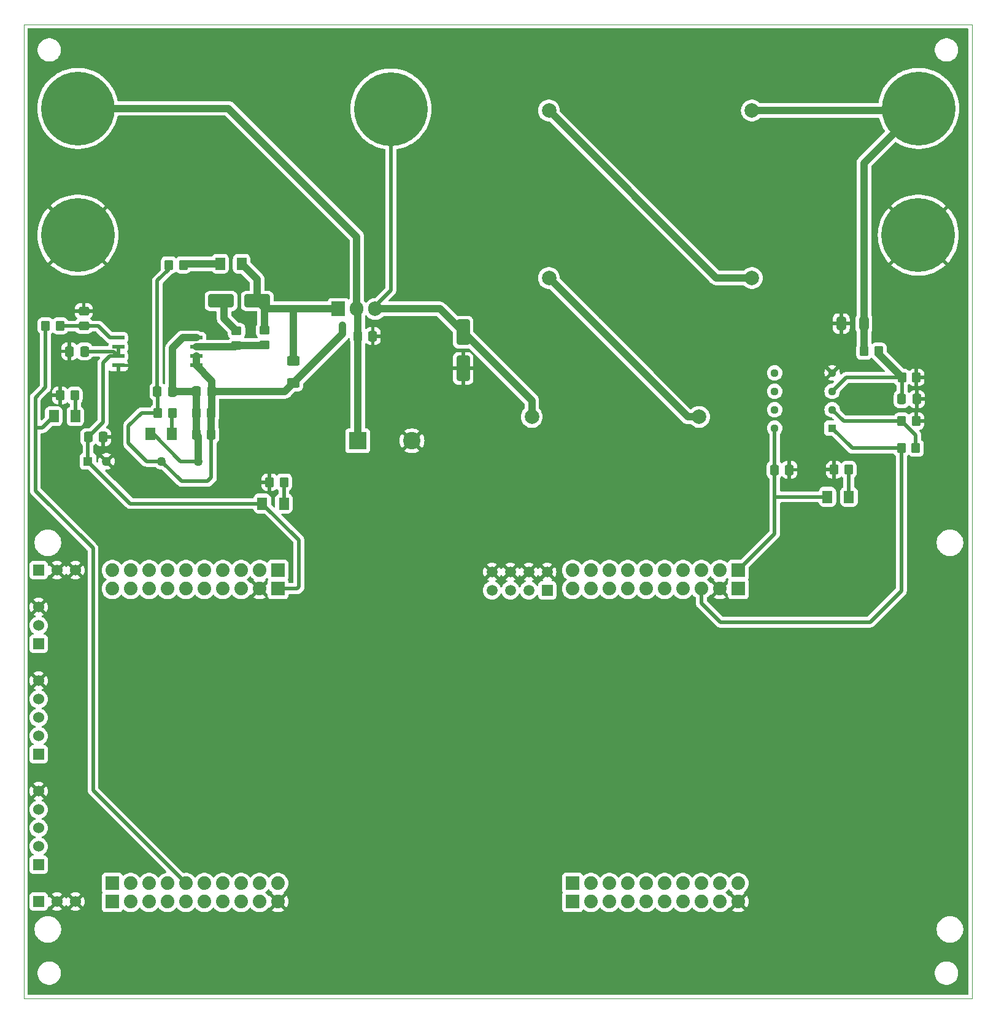
<source format=gbr>
%TF.GenerationSoftware,KiCad,Pcbnew,8.0.7*%
%TF.CreationDate,2025-03-06T09:01:25-05:00*%
%TF.ProjectId,MyFirstBuck,4d794669-7273-4744-9275-636b2e6b6963,v0*%
%TF.SameCoordinates,Original*%
%TF.FileFunction,Copper,L1,Top*%
%TF.FilePolarity,Positive*%
%FSLAX46Y46*%
G04 Gerber Fmt 4.6, Leading zero omitted, Abs format (unit mm)*
G04 Created by KiCad (PCBNEW 8.0.7) date 2025-03-06 09:01:25*
%MOMM*%
%LPD*%
G01*
G04 APERTURE LIST*
G04 Aperture macros list*
%AMRoundRect*
0 Rectangle with rounded corners*
0 $1 Rounding radius*
0 $2 $3 $4 $5 $6 $7 $8 $9 X,Y pos of 4 corners*
0 Add a 4 corners polygon primitive as box body*
4,1,4,$2,$3,$4,$5,$6,$7,$8,$9,$2,$3,0*
0 Add four circle primitives for the rounded corners*
1,1,$1+$1,$2,$3*
1,1,$1+$1,$4,$5*
1,1,$1+$1,$6,$7*
1,1,$1+$1,$8,$9*
0 Add four rect primitives between the rounded corners*
20,1,$1+$1,$2,$3,$4,$5,0*
20,1,$1+$1,$4,$5,$6,$7,0*
20,1,$1+$1,$6,$7,$8,$9,0*
20,1,$1+$1,$8,$9,$2,$3,0*%
G04 Aperture macros list end*
%TA.AperFunction,ComponentPad*%
%ADD10C,2.000000*%
%TD*%
%TA.AperFunction,SMDPad,CuDef*%
%ADD11RoundRect,0.250000X-0.650000X1.500000X-0.650000X-1.500000X0.650000X-1.500000X0.650000X1.500000X0*%
%TD*%
%TA.AperFunction,SMDPad,CuDef*%
%ADD12RoundRect,0.250001X0.462499X0.624999X-0.462499X0.624999X-0.462499X-0.624999X0.462499X-0.624999X0*%
%TD*%
%TA.AperFunction,SMDPad,CuDef*%
%ADD13RoundRect,0.250001X-0.462499X-0.624999X0.462499X-0.624999X0.462499X0.624999X-0.462499X0.624999X0*%
%TD*%
%TA.AperFunction,ComponentPad*%
%ADD14R,2.400000X2.400000*%
%TD*%
%TA.AperFunction,ComponentPad*%
%ADD15C,2.400000*%
%TD*%
%TA.AperFunction,ComponentPad*%
%ADD16R,1.879600X1.879600*%
%TD*%
%TA.AperFunction,ComponentPad*%
%ADD17C,1.879600*%
%TD*%
%TA.AperFunction,ComponentPad*%
%ADD18R,1.524000X1.524000*%
%TD*%
%TA.AperFunction,ComponentPad*%
%ADD19C,1.524000*%
%TD*%
%TA.AperFunction,ComponentPad*%
%ADD20R,1.500000X1.500000*%
%TD*%
%TA.AperFunction,ComponentPad*%
%ADD21C,1.500000*%
%TD*%
%TA.AperFunction,SMDPad,CuDef*%
%ADD22RoundRect,0.250000X0.350000X0.450000X-0.350000X0.450000X-0.350000X-0.450000X0.350000X-0.450000X0*%
%TD*%
%TA.AperFunction,ComponentPad*%
%ADD23R,1.270000X1.270000*%
%TD*%
%TA.AperFunction,ComponentPad*%
%ADD24C,1.270000*%
%TD*%
%TA.AperFunction,ComponentPad*%
%ADD25C,10.160000*%
%TD*%
%TA.AperFunction,ComponentPad*%
%ADD26R,1.905000X2.000000*%
%TD*%
%TA.AperFunction,ComponentPad*%
%ADD27O,1.905000X2.000000*%
%TD*%
%TA.AperFunction,SMDPad,CuDef*%
%ADD28RoundRect,0.250000X-0.350000X-0.450000X0.350000X-0.450000X0.350000X0.450000X-0.350000X0.450000X0*%
%TD*%
%TA.AperFunction,SMDPad,CuDef*%
%ADD29RoundRect,0.250000X-0.625000X0.400000X-0.625000X-0.400000X0.625000X-0.400000X0.625000X0.400000X0*%
%TD*%
%TA.AperFunction,SMDPad,CuDef*%
%ADD30R,1.701800X0.558800*%
%TD*%
%TA.AperFunction,SMDPad,CuDef*%
%ADD31RoundRect,0.250000X0.450000X-0.350000X0.450000X0.350000X-0.450000X0.350000X-0.450000X-0.350000X0*%
%TD*%
%TA.AperFunction,SMDPad,CuDef*%
%ADD32RoundRect,0.250000X-0.337500X-0.475000X0.337500X-0.475000X0.337500X0.475000X-0.337500X0.475000X0*%
%TD*%
%TA.AperFunction,SMDPad,CuDef*%
%ADD33RoundRect,0.250000X0.412500X0.650000X-0.412500X0.650000X-0.412500X-0.650000X0.412500X-0.650000X0*%
%TD*%
%TA.AperFunction,ComponentPad*%
%ADD34R,1.130000X1.130000*%
%TD*%
%TA.AperFunction,ComponentPad*%
%ADD35C,1.130000*%
%TD*%
%TA.AperFunction,SMDPad,CuDef*%
%ADD36RoundRect,0.250000X-1.500000X-0.650000X1.500000X-0.650000X1.500000X0.650000X-1.500000X0.650000X0*%
%TD*%
%TA.AperFunction,SMDPad,CuDef*%
%ADD37RoundRect,0.250000X0.337500X0.475000X-0.337500X0.475000X-0.337500X-0.475000X0.337500X-0.475000X0*%
%TD*%
%TA.AperFunction,SMDPad,CuDef*%
%ADD38RoundRect,0.250000X0.475000X-0.337500X0.475000X0.337500X-0.475000X0.337500X-0.475000X-0.337500X0*%
%TD*%
%TA.AperFunction,ViaPad*%
%ADD39C,0.600000*%
%TD*%
%TA.AperFunction,Conductor*%
%ADD40C,0.500000*%
%TD*%
%TA.AperFunction,Conductor*%
%ADD41C,1.000000*%
%TD*%
%TA.AperFunction,Profile*%
%ADD42C,0.050000*%
%TD*%
G04 APERTURE END LIST*
D10*
%TO.P,L2,1,1*%
%TO.N,Net-(L1-Pad2)*%
X108000000Y-84900000D03*
%TO.P,L2,2,2*%
%TO.N,Net-(L2-Pad2)*%
X108000000Y-61800000D03*
%TD*%
D11*
%TO.P,D1,1,K*%
%TO.N,/VSW*%
X96164400Y-92369000D03*
%TO.P,D1,2,A*%
%TO.N,GND*%
X96164400Y-97369000D03*
%TD*%
D12*
%TO.P,D2,1,K*%
%TO.N,Net-(D2-K)*%
X56005000Y-106410000D03*
%TO.P,D2,2,A*%
%TO.N,/GD/ISO_12*%
X53030000Y-106410000D03*
%TD*%
D13*
%TO.P,D7,1,K*%
%TO.N,Net-(D7-K)*%
X62622500Y-82940000D03*
%TO.P,D7,2,A*%
%TO.N,/VG*%
X65597500Y-82940000D03*
%TD*%
D14*
%TO.P,C3,1*%
%TO.N,/PowerStage/VIN*%
X81607400Y-107353800D03*
D15*
%TO.P,C3,2*%
%TO.N,GND*%
X89107400Y-107353800D03*
%TD*%
D16*
%TO.P,U2,J1_1,3.3V_J1*%
%TO.N,+3.3V*%
X134112000Y-125222000D03*
D17*
%TO.P,U2,J1_2,GPIO32*%
%TO.N,unconnected-(U2A-GPIO32-PadJ1_2)*%
X131572000Y-125222000D03*
%TO.P,U2,J1_3,GPIO19/SCIRXDB*%
%TO.N,unconnected-(U2A-GPIO19{slash}SCIRXDB-PadJ1_3)*%
X129032000Y-125222000D03*
%TO.P,U2,J1_4,GPIO18/SCITXDB*%
%TO.N,unconnected-(U2A-GPIO18{slash}SCITXDB-PadJ1_4)*%
X126492000Y-125222000D03*
%TO.P,U2,J1_5,GPIO67*%
%TO.N,unconnected-(U2A-GPIO67-PadJ1_5)*%
X123952000Y-125222000D03*
%TO.P,U2,J1_6,GPIO111*%
%TO.N,unconnected-(U2A-GPIO111-PadJ1_6)*%
X121412000Y-125222000D03*
%TO.P,U2,J1_7,GPIO60/SPICLKA*%
%TO.N,unconnected-(U2A-GPIO60{slash}SPICLKA-PadJ1_7)*%
X118872000Y-125222000D03*
%TO.P,U2,J1_8,GPIO22*%
%TO.N,unconnected-(U2A-GPIO22-PadJ1_8)*%
X116332000Y-125222000D03*
%TO.P,U2,J1_9,GPIO105/I2CSCLA*%
%TO.N,unconnected-(U2A-GPIO105{slash}I2CSCLA-PadJ1_9)*%
X113792000Y-125222000D03*
%TO.P,U2,J1_10,GPIO104/I2CSDAA*%
%TO.N,unconnected-(U2A-GPIO104{slash}I2CSDAA-PadJ1_10)*%
X111252000Y-125222000D03*
D16*
%TO.P,U2,J2_1,GPIO29/OPXBAR6*%
%TO.N,unconnected-(U2B-GPIO29{slash}OPXBAR6-PadJ2_1)*%
X111252000Y-170942000D03*
D17*
%TO.P,U2,J2_2,GPIO125/SD1CLK2*%
%TO.N,unconnected-(U2B-GPIO125{slash}SD1CLK2-PadJ2_2)*%
X113792000Y-170942000D03*
%TO.P,U2,J2_3,GPIO124/SD1D2*%
%TO.N,unconnected-(U2B-GPIO124{slash}SD1D2-PadJ2_3)*%
X116332000Y-170942000D03*
%TO.P,U2,J2_4,GPIO59/SPIAMISO*%
%TO.N,unconnected-(U2B-GPIO59{slash}SPIAMISO-PadJ2_4)*%
X118872000Y-170942000D03*
%TO.P,U2,J2_5,GPIO58/SPIAMOSI*%
%TO.N,unconnected-(U2B-GPIO58{slash}SPIAMOSI-PadJ2_5)*%
X121412000Y-170942000D03*
%TO.P,U2,J2_6,~{RESET_J2}*%
%TO.N,unconnected-(U2B-~{RESET_J2}-PadJ2_6)*%
X123952000Y-170942000D03*
%TO.P,U2,J2_7,GPIO122/SD1D1*%
%TO.N,unconnected-(U2B-GPIO122{slash}SD1D1-PadJ2_7)*%
X126492000Y-170942000D03*
%TO.P,U2,J2_8,GPIO123/SD1CLK1*%
%TO.N,unconnected-(U2B-GPIO123{slash}SD1CLK1-PadJ2_8)*%
X129032000Y-170942000D03*
%TO.P,U2,J2_9,GPIO61/SPIACS*%
%TO.N,unconnected-(U2B-GPIO61{slash}SPIACS-PadJ2_9)*%
X131572000Y-170942000D03*
%TO.P,U2,J2_10,GND_J2*%
%TO.N,GND*%
X134112000Y-170942000D03*
D16*
%TO.P,U2,J3_1,+5V_J3*%
%TO.N,unconnected-(U2C-+5V_J3-PadJ3_1)*%
X134112000Y-127762000D03*
D17*
%TO.P,U2,J3_2,GND_J3*%
%TO.N,GND*%
X131572000Y-127762000D03*
%TO.P,U2,J3_3,ADCIN14/ANALOGIN*%
%TO.N,/VFILT*%
X129032000Y-127762000D03*
%TO.P,U2,J3_4,ADCINC3/ANALOGIN*%
%TO.N,unconnected-(U2C-ADCINC3{slash}ANALOGIN-PadJ3_4)*%
X126492000Y-127762000D03*
%TO.P,U2,J3_5,ADCINB3/ANALOGIN*%
%TO.N,unconnected-(U2C-ADCINB3{slash}ANALOGIN-PadJ3_5)*%
X123952000Y-127762000D03*
%TO.P,U2,J3_6,ADCINA3/ANALOGIN*%
%TO.N,unconnected-(U2C-ADCINA3{slash}ANALOGIN-PadJ3_6)*%
X121412000Y-127762000D03*
%TO.P,U2,J3_7,ADCINC2/ANALOGIN*%
%TO.N,unconnected-(U2C-ADCINC2{slash}ANALOGIN-PadJ3_7)*%
X118872000Y-127762000D03*
%TO.P,U2,J3_8,ADCINB2/ANALOGIN*%
%TO.N,unconnected-(U2C-ADCINB2{slash}ANALOGIN-PadJ3_8)*%
X116332000Y-127762000D03*
%TO.P,U2,J3_9,ADCINA2/ANALOGIN*%
%TO.N,unconnected-(U2C-ADCINA2{slash}ANALOGIN-PadJ3_9)*%
X113792000Y-127762000D03*
%TO.P,U2,J3_10,ADCINA0/ANALOGIN(DACA)*%
%TO.N,unconnected-(U2C-ADCINA0{slash}ANALOGIN(DACA)-PadJ3_10)*%
X111252000Y-127762000D03*
D16*
%TO.P,U2,J4_1,PWM/BASED/DAC2*%
%TO.N,unconnected-(U2D-PWM{slash}BASED{slash}DAC2-PadJ4_1)*%
X111252000Y-168402000D03*
D17*
%TO.P,U2,J4_2,PWM/BASED/DAC1*%
%TO.N,unconnected-(U2D-PWM{slash}BASED{slash}DAC1-PadJ4_2)*%
X113792000Y-168402000D03*
%TO.P,U2,J4_3,GPIO16/OPXBAR7*%
%TO.N,unconnected-(U2D-GPIO16{slash}OPXBAR7-PadJ4_3)*%
X116332000Y-168402000D03*
%TO.P,U2,J4_4,GPIO24/OPXBAR1*%
%TO.N,unconnected-(U2D-GPIO24{slash}OPXBAR1-PadJ4_4)*%
X118872000Y-168402000D03*
%TO.P,U2,J4_5,GPIO5/PWMOUT3B*%
%TO.N,unconnected-(U2D-GPIO5{slash}PWMOUT3B-PadJ4_5)*%
X121412000Y-168402000D03*
%TO.P,U2,J4_6,GPIO4/PWMOUT3A*%
%TO.N,unconnected-(U2D-GPIO4{slash}PWMOUT3A-PadJ4_6)*%
X123952000Y-168402000D03*
%TO.P,U2,J4_7,GPIO3/PWMOUT2B*%
%TO.N,unconnected-(U2D-GPIO3{slash}PWMOUT2B-PadJ4_7)*%
X126492000Y-168402000D03*
%TO.P,U2,J4_8,GPIO2//PWMOUT2A*%
%TO.N,unconnected-(U2D-GPIO2{slash}{slash}PWMOUT2A-PadJ4_8)*%
X129032000Y-168402000D03*
%TO.P,U2,J4_9,GPIO1/PWMOUT1B*%
%TO.N,unconnected-(U2D-GPIO1{slash}PWMOUT1B-PadJ4_9)*%
X131572000Y-168402000D03*
%TO.P,U2,J4_10,GPIO0/PWMOUT1A*%
%TO.N,unconnected-(U2D-GPIO0{slash}PWMOUT1A-PadJ4_10)*%
X134112000Y-168402000D03*
D16*
%TO.P,U2,J5_1,3.3V_J5*%
%TO.N,unconnected-(U2E-3.3V_J5-PadJ5_1)*%
X70612000Y-125222000D03*
D17*
%TO.P,U2,J5_2,GPIO95*%
%TO.N,unconnected-(U2E-GPIO95-PadJ5_2)*%
X68072000Y-125222000D03*
%TO.P,U2,J5_3,GPIO139/SCICRX*%
%TO.N,unconnected-(U2E-GPIO139{slash}SCICRX-PadJ5_3)*%
X65532000Y-125222000D03*
%TO.P,U2,J5_4,GPIO56/SCICIX*%
%TO.N,unconnected-(U2E-GPIO56{slash}SCICIX-PadJ5_4)*%
X62992000Y-125222000D03*
%TO.P,U2,J5_5,GPIO97*%
%TO.N,unconnected-(U2E-GPIO97-PadJ5_5)*%
X60452000Y-125222000D03*
%TO.P,U2,J5_6,GPIO94*%
%TO.N,unconnected-(U2E-GPIO94-PadJ5_6)*%
X57912000Y-125222000D03*
%TO.P,U2,J5_7,GPIO65/SPIBCLK*%
%TO.N,unconnected-(U2E-GPIO65{slash}SPIBCLK-PadJ5_7)*%
X55372000Y-125222000D03*
%TO.P,U2,J5_8,GPIO52*%
%TO.N,unconnected-(U2E-GPIO52-PadJ5_8)*%
X52832000Y-125222000D03*
%TO.P,U2,J5_9,GPIO41/I2CSCLB/J5*%
%TO.N,unconnected-(U2E-GPIO41{slash}I2CSCLB{slash}J5-PadJ5_9)*%
X50292000Y-125222000D03*
%TO.P,U2,J5_10,GPIO40/I2CSDAB/J5*%
%TO.N,unconnected-(U2E-GPIO40{slash}I2CSDAB{slash}J5-PadJ5_10)*%
X47752000Y-125222000D03*
D16*
%TO.P,U2,J6_1,GPIO25/OPXBAR2*%
%TO.N,unconnected-(U2F-GPIO25{slash}OPXBAR2-PadJ6_1)*%
X47752000Y-170942000D03*
D17*
%TO.P,U2,J6_2,GPIO27/SD2CLK2*%
%TO.N,unconnected-(U2F-GPIO27{slash}SD2CLK2-PadJ6_2)*%
X50292000Y-170942000D03*
%TO.P,U2,J6_3,GPIO26/SD2D2*%
%TO.N,unconnected-(U2F-GPIO26{slash}SD2D2-PadJ6_3)*%
X52832000Y-170942000D03*
%TO.P,U2,J6_4,GPIO64/SPIBMISO*%
%TO.N,unconnected-(U2F-GPIO64{slash}SPIBMISO-PadJ6_4)*%
X55372000Y-170942000D03*
%TO.P,U2,J6_5,GPIO63/SPIBMOSI*%
%TO.N,unconnected-(U2F-GPIO63{slash}SPIBMOSI-PadJ6_5)*%
X57912000Y-170942000D03*
%TO.P,U2,J6_6,~{RESET_J6}*%
%TO.N,unconnected-(U2F-~{RESET_J6}-PadJ6_6)*%
X60452000Y-170942000D03*
%TO.P,U2,J6_7,GPIO130/SD2D1*%
%TO.N,unconnected-(U2F-GPIO130{slash}SD2D1-PadJ6_7)*%
X62992000Y-170942000D03*
%TO.P,U2,J6_8,GPIO131/SD2CLK1*%
%TO.N,unconnected-(U2F-GPIO131{slash}SD2CLK1-PadJ6_8)*%
X65532000Y-170942000D03*
%TO.P,U2,J6_9,GPIO66/SPIBCS*%
%TO.N,unconnected-(U2F-GPIO66{slash}SPIBCS-PadJ6_9)*%
X68072000Y-170942000D03*
%TO.P,U2,J6_10,GND_J6*%
%TO.N,GND*%
X70612000Y-170942000D03*
D16*
%TO.P,U2,J7_1,+5V_J7*%
%TO.N,+5V*%
X70612000Y-127762000D03*
D17*
%TO.P,U2,J7_2,GND_J7*%
%TO.N,GND*%
X68072000Y-127762000D03*
%TO.P,U2,J7_3,ADCIN15/ANALOGIN*%
%TO.N,unconnected-(U2G-ADCIN15{slash}ANALOGIN-PadJ7_3)*%
X65532000Y-127762000D03*
%TO.P,U2,J7_4,ADCINC5/ANALOGIN*%
%TO.N,unconnected-(U2G-ADCINC5{slash}ANALOGIN-PadJ7_4)*%
X62992000Y-127762000D03*
%TO.P,U2,J7_5,ADCINB5/ANALOGIN*%
%TO.N,unconnected-(U2G-ADCINB5{slash}ANALOGIN-PadJ7_5)*%
X60452000Y-127762000D03*
%TO.P,U2,J7_6,ADCINA5/ANALOGIN*%
%TO.N,unconnected-(U2G-ADCINA5{slash}ANALOGIN-PadJ7_6)*%
X57912000Y-127762000D03*
%TO.P,U2,J7_7,ADCINC4/ANALOGIN*%
%TO.N,unconnected-(U2G-ADCINC4{slash}ANALOGIN-PadJ7_7)*%
X55372000Y-127762000D03*
%TO.P,U2,J7_8,ADCINB4/ANALOGIN*%
%TO.N,unconnected-(U2G-ADCINB4{slash}ANALOGIN-PadJ7_8)*%
X52832000Y-127762000D03*
%TO.P,U2,J7_9,ADCINA4/ANALOGIN*%
%TO.N,unconnected-(U2G-ADCINA4{slash}ANALOGIN-PadJ7_9)*%
X50292000Y-127762000D03*
%TO.P,U2,J7_10,ADCINA1/ANALOGIN(DACB)*%
%TO.N,unconnected-(U2G-ADCINA1{slash}ANALOGIN(DACB)-PadJ7_10)*%
X47752000Y-127762000D03*
D16*
%TO.P,U2,J8_1,PWM/BASED/DAC4*%
%TO.N,unconnected-(U2H-PWM{slash}BASED{slash}DAC4-PadJ8_1)*%
X47752000Y-168402000D03*
D17*
%TO.P,U2,J8_2,PWM/BASED/DAC3*%
%TO.N,unconnected-(U2H-PWM{slash}BASED{slash}DAC3-PadJ8_2)*%
X50292000Y-168402000D03*
%TO.P,U2,J8_3,GPIO15/OPXBAR4*%
%TO.N,unconnected-(U2H-GPIO15{slash}OPXBAR4-PadJ8_3)*%
X52832000Y-168402000D03*
%TO.P,U2,J8_4,GPIO14/OPXBAR3*%
%TO.N,unconnected-(U2H-GPIO14{slash}OPXBAR3-PadJ8_4)*%
X55372000Y-168402000D03*
%TO.P,U2,J8_5,GPIO11/PWMOUT6B*%
%TO.N,/PWM*%
X57912000Y-168402000D03*
%TO.P,U2,J8_6,GPIO10/PWMOUT6A*%
%TO.N,unconnected-(U2H-GPIO10{slash}PWMOUT6A-PadJ8_6)*%
X60452000Y-168402000D03*
%TO.P,U2,J8_7,GPIO9/PWMOUT5B*%
%TO.N,unconnected-(U2H-GPIO9{slash}PWMOUT5B-PadJ8_7)*%
X62992000Y-168402000D03*
%TO.P,U2,J8_8,GPIO8/PWMOUT5A*%
%TO.N,unconnected-(U2H-GPIO8{slash}PWMOUT5A-PadJ8_8)*%
X65532000Y-168402000D03*
%TO.P,U2,J8_9,GPIO7/PWMOUT4B*%
%TO.N,unconnected-(U2H-GPIO7{slash}PWMOUT4B-PadJ8_9)*%
X68072000Y-168402000D03*
%TO.P,U2,J8_10,GPIO6/PWMOUT4A*%
%TO.N,unconnected-(U2H-GPIO6{slash}PWMOUT4A-PadJ8_10)*%
X70612000Y-168402000D03*
D18*
%TO.P,U2,J10_1,+3V_J10*%
%TO.N,unconnected-(U2I-+3V_J10-PadJ10_1)*%
X37592000Y-170942000D03*
D19*
%TO.P,U2,J10_2,GND_J10*%
%TO.N,GND*%
X40132000Y-170942000D03*
%TO.P,U2,J10_3,GND_J10__1*%
X42672000Y-170942000D03*
D18*
%TO.P,U2,J12_1,CANH*%
%TO.N,unconnected-(U2J-CANH-PadJ12_1)*%
X37592000Y-135382000D03*
D19*
%TO.P,U2,J12_2,CANL*%
%TO.N,unconnected-(U2J-CANL-PadJ12_2)*%
X37592000Y-132842000D03*
%TO.P,U2,J12_3,GND_J12*%
%TO.N,GND*%
X37592000Y-130302000D03*
D18*
%TO.P,U2,J14_1,EQEP1A*%
%TO.N,unconnected-(U2K-EQEP1A-PadJ14_1)*%
X37592000Y-165862000D03*
D19*
%TO.P,U2,J14_2,EQEP1B*%
%TO.N,unconnected-(U2K-EQEP1B-PadJ14_2)*%
X37592000Y-163322000D03*
%TO.P,U2,J14_3,EQEP1I*%
%TO.N,unconnected-(U2K-EQEP1I-PadJ14_3)*%
X37592000Y-160782000D03*
%TO.P,U2,J14_4,+5V_J14*%
%TO.N,unconnected-(U2K-+5V_J14-PadJ14_4)*%
X37592000Y-158242000D03*
%TO.P,U2,J14_5,GND_J14*%
%TO.N,GND*%
X37592000Y-155702000D03*
D18*
%TO.P,U2,J15_1,EQEP2A*%
%TO.N,unconnected-(U2L-EQEP2A-PadJ15_1)*%
X37592000Y-150622000D03*
D19*
%TO.P,U2,J15_2,EQEP2B*%
%TO.N,unconnected-(U2L-EQEP2B-PadJ15_2)*%
X37592000Y-148082000D03*
%TO.P,U2,J15_3,EQEP2I*%
%TO.N,unconnected-(U2L-EQEP2I-PadJ15_3)*%
X37592000Y-145542000D03*
%TO.P,U2,J15_4,+5V_J15*%
%TO.N,unconnected-(U2L-+5V_J15-PadJ15_4)*%
X37592000Y-143002000D03*
%TO.P,U2,J15_5,GND_J15*%
%TO.N,GND*%
X37592000Y-140462000D03*
D18*
%TO.P,U2,J16_1,+5V_J16*%
%TO.N,unconnected-(U2N-+5V_J16-PadJ16_1)*%
X37592000Y-125222000D03*
D19*
%TO.P,U2,J16_2,GND_J16*%
%TO.N,GND*%
X40132000Y-125222000D03*
%TO.P,U2,J16_3,GND_J16__1*%
X42672000Y-125222000D03*
D20*
%TO.P,U2,J21_1,ADCIND0*%
%TO.N,unconnected-(U2M-ADCIND0-PadJ21_1)*%
X107768000Y-127996000D03*
D21*
%TO.P,U2,J21_2,TP21/GND*%
%TO.N,GND*%
X107768000Y-125456000D03*
%TO.P,U2,J21_3,ADCIND1*%
%TO.N,unconnected-(U2M-ADCIND1-PadJ21_3)*%
X105228000Y-127996000D03*
%TO.P,U2,J21_4,TP22/GND*%
%TO.N,GND*%
X105228000Y-125456000D03*
%TO.P,U2,J21_5,ADCIND2*%
%TO.N,unconnected-(U2M-ADCIND2-PadJ21_5)*%
X102688000Y-127996000D03*
%TO.P,U2,J21_6,TP23/GND*%
%TO.N,GND*%
X102688000Y-125456000D03*
%TO.P,U2,J21_7,ADCIND3*%
%TO.N,unconnected-(U2M-ADCIND3-PadJ21_7)*%
X100148000Y-127996000D03*
%TO.P,U2,J21_8,TP24/GND*%
%TO.N,GND*%
X100148000Y-125456000D03*
%TD*%
D22*
%TO.P,R5,1*%
%TO.N,Net-(D2-K)*%
X56060000Y-103500000D03*
%TO.P,R5,2*%
%TO.N,/VSW*%
X54060000Y-103500000D03*
%TD*%
D23*
%TO.P,U4,1,+VIN(VCC)*%
%TO.N,+5V*%
X44405600Y-110189000D03*
D24*
%TO.P,U4,2,-VIN(GGND)*%
%TO.N,GND*%
X46945600Y-110189000D03*
%TO.P,U4,5,-VOUT*%
%TO.N,/VSW*%
X54565600Y-110189000D03*
%TO.P,U4,7,+VOUT*%
%TO.N,/GD/ISO_12*%
X59645600Y-110189000D03*
%TD*%
D25*
%TO.P,J1,1,Pin_1*%
%TO.N,/PowerStage/VIN*%
X43000000Y-61500000D03*
%TD*%
D22*
%TO.P,R2,1*%
%TO.N,Net-(U1A--)*%
X158620000Y-108370000D03*
%TO.P,R2,2*%
%TO.N,/VFILT*%
X156620000Y-108370000D03*
%TD*%
%TO.P,R8,1*%
%TO.N,Net-(D5-K)*%
X42560000Y-101110000D03*
%TO.P,R8,2*%
%TO.N,GND*%
X40560000Y-101110000D03*
%TD*%
D12*
%TO.P,D5,1,K*%
%TO.N,Net-(D5-K)*%
X42662500Y-103970200D03*
%TO.P,D5,2,A*%
%TO.N,/PWM*%
X39687500Y-103970200D03*
%TD*%
D22*
%TO.P,R7,1*%
%TO.N,Net-(D4-K)*%
X149350000Y-111350000D03*
%TO.P,R7,2*%
%TO.N,GND*%
X147350000Y-111350000D03*
%TD*%
D12*
%TO.P,D4,1,K*%
%TO.N,Net-(D4-K)*%
X149391500Y-115090000D03*
%TO.P,D4,2,A*%
%TO.N,+3.3V*%
X146416500Y-115090000D03*
%TD*%
D26*
%TO.P,Q1,1,G*%
%TO.N,/VG*%
X78943200Y-89157400D03*
D27*
%TO.P,Q1,2,D*%
%TO.N,/PowerStage/VIN*%
X81483200Y-89157400D03*
%TO.P,Q1,3,S*%
%TO.N,/VSW*%
X84023200Y-89157400D03*
%TD*%
D28*
%TO.P,R9,1*%
%TO.N,/PWM*%
X38550000Y-91500000D03*
%TO.P,R9,2*%
%TO.N,/GD/PWM_FILT*%
X40550000Y-91500000D03*
%TD*%
D29*
%TO.P,R12,1*%
%TO.N,/VG*%
X72700000Y-96320000D03*
%TO.P,R12,2*%
%TO.N,/VSW*%
X72700000Y-99420000D03*
%TD*%
D30*
%TO.P,U3,1,IN*%
%TO.N,/GD/PWM_FILT*%
X48565200Y-93155000D03*
%TO.P,U3,2,VCCI*%
%TO.N,+5V*%
X48565200Y-94425000D03*
%TO.P,U3,3,VCCI*%
X48565200Y-95695000D03*
%TO.P,U3,4,GND*%
%TO.N,GND*%
X48565200Y-96965000D03*
%TO.P,U3,5,VSS*%
%TO.N,/VSW*%
X59334800Y-96965000D03*
%TO.P,U3,6,VSS*%
X59334800Y-95695000D03*
%TO.P,U3,7,OUT*%
%TO.N,/GD/GD_PWM*%
X59334800Y-94425000D03*
%TO.P,U3,8,VDD*%
%TO.N,/GD/ISO_12*%
X59334800Y-93155000D03*
%TD*%
D12*
%TO.P,D3,1,K*%
%TO.N,Net-(D3-K)*%
X71430000Y-116020000D03*
%TO.P,D3,2,A*%
%TO.N,+5V*%
X68455000Y-116020000D03*
%TD*%
D31*
%TO.P,R10,1*%
%TO.N,/GD/GD_PWM*%
X68760000Y-94120000D03*
%TO.P,R10,2*%
%TO.N,/VG*%
X68760000Y-92120000D03*
%TD*%
D32*
%TO.P,C1,1*%
%TO.N,Net-(U1A-+)*%
X156662500Y-101610000D03*
%TO.P,C1,2*%
%TO.N,GND*%
X158737500Y-101610000D03*
%TD*%
D33*
%TO.P,C5,1*%
%TO.N,/VOUT*%
X151452500Y-91180000D03*
%TO.P,C5,2*%
%TO.N,GND*%
X148327500Y-91180000D03*
%TD*%
D34*
%TO.P,U1,1*%
%TO.N,/VFILT*%
X147070000Y-105610000D03*
D35*
%TO.P,U1,2,-*%
%TO.N,Net-(U1A--)*%
X147070000Y-103070000D03*
%TO.P,U1,3,+*%
%TO.N,Net-(U1A-+)*%
X147070000Y-100530000D03*
%TO.P,U1,4,V-*%
%TO.N,GND*%
X147070000Y-97990000D03*
%TO.P,U1,5,+*%
%TO.N,unconnected-(U1B-+-Pad5)*%
X139130000Y-97990000D03*
%TO.P,U1,6,-*%
%TO.N,unconnected-(U1B---Pad6)*%
X139130000Y-100530000D03*
%TO.P,U1,7*%
%TO.N,unconnected-(U1-Pad7)*%
X139130000Y-103070000D03*
%TO.P,U1,8,V+*%
%TO.N,+3.3V*%
X139130000Y-105610000D03*
%TD*%
D22*
%TO.P,R1,1*%
%TO.N,GND*%
X158680000Y-104640000D03*
%TO.P,R1,2*%
%TO.N,Net-(U1A--)*%
X156680000Y-104640000D03*
%TD*%
D32*
%TO.P,C12,1*%
%TO.N,/GD/ISO_12*%
X59352500Y-106470000D03*
%TO.P,C12,2*%
%TO.N,/VSW*%
X61427500Y-106470000D03*
%TD*%
D25*
%TO.P,J4,1,Pin_1*%
%TO.N,GND*%
X158963000Y-79000000D03*
%TD*%
D31*
%TO.P,R11,1*%
%TO.N,/GD/GD_PWM*%
X64893000Y-94190000D03*
%TO.P,R11,2*%
%TO.N,Net-(D6-K)*%
X64893000Y-92190000D03*
%TD*%
D36*
%TO.P,D6,1,K*%
%TO.N,Net-(D6-K)*%
X62752500Y-88070000D03*
%TO.P,D6,2,A*%
%TO.N,/VG*%
X67752500Y-88070000D03*
%TD*%
D10*
%TO.P,L3,1,1*%
%TO.N,Net-(L2-Pad2)*%
X136000000Y-84900000D03*
%TO.P,L3,2,2*%
%TO.N,/VOUT*%
X136000000Y-61800000D03*
%TD*%
D37*
%TO.P,C7,1*%
%TO.N,/GD/ISO_12*%
X56047500Y-100550000D03*
%TO.P,C7,2*%
%TO.N,/VSW*%
X53972500Y-100550000D03*
%TD*%
D28*
%TO.P,R4,1*%
%TO.N,/VOUT*%
X151500000Y-95000000D03*
%TO.P,R4,2*%
%TO.N,Net-(U1A-+)*%
X153500000Y-95000000D03*
%TD*%
D32*
%TO.P,C4,1*%
%TO.N,/PowerStage/VIN*%
X81620200Y-92907400D03*
%TO.P,C4,2*%
%TO.N,GND*%
X83695200Y-92907400D03*
%TD*%
D25*
%TO.P,J5,1,Pin_1*%
%TO.N,/VSW*%
X86190000Y-61580000D03*
%TD*%
D38*
%TO.P,C9,1*%
%TO.N,/GD/PWM_FILT*%
X43820000Y-91537500D03*
%TO.P,C9,2*%
%TO.N,GND*%
X43820000Y-89462500D03*
%TD*%
D32*
%TO.P,C11,1*%
%TO.N,/GD/ISO_12*%
X59352500Y-103550000D03*
%TO.P,C11,2*%
%TO.N,/VSW*%
X61427500Y-103550000D03*
%TD*%
D25*
%TO.P,J3,1,Pin_1*%
%TO.N,/VOUT*%
X159000000Y-61500000D03*
%TD*%
%TO.P,J2,1,Pin_1*%
%TO.N,GND*%
X43000000Y-79000000D03*
%TD*%
D32*
%TO.P,C6,1*%
%TO.N,+5V*%
X44429300Y-106853800D03*
%TO.P,C6,2*%
%TO.N,GND*%
X46504300Y-106853800D03*
%TD*%
D10*
%TO.P,L1,1,1*%
%TO.N,/VSW*%
X105626600Y-104063800D03*
%TO.P,L1,2,2*%
%TO.N,Net-(L1-Pad2)*%
X128726600Y-104063800D03*
%TD*%
D32*
%TO.P,C10,1*%
%TO.N,/GD/ISO_12*%
X59382500Y-100540000D03*
%TO.P,C10,2*%
%TO.N,/VSW*%
X61457500Y-100540000D03*
%TD*%
D22*
%TO.P,R13,1*%
%TO.N,Net-(D7-K)*%
X57540000Y-83100000D03*
%TO.P,R13,2*%
%TO.N,/VSW*%
X55540000Y-83100000D03*
%TD*%
%TO.P,R3,1*%
%TO.N,GND*%
X158700000Y-98620000D03*
%TO.P,R3,2*%
%TO.N,Net-(U1A-+)*%
X156700000Y-98620000D03*
%TD*%
D32*
%TO.P,C2,1*%
%TO.N,+3.3V*%
X139092500Y-111360000D03*
%TO.P,C2,2*%
%TO.N,GND*%
X141167500Y-111360000D03*
%TD*%
D22*
%TO.P,R6,1*%
%TO.N,Net-(D3-K)*%
X71462500Y-113070000D03*
%TO.P,R6,2*%
%TO.N,GND*%
X69462500Y-113070000D03*
%TD*%
D37*
%TO.P,C8,1*%
%TO.N,+5V*%
X43907500Y-95020000D03*
%TO.P,C8,2*%
%TO.N,GND*%
X41832500Y-95020000D03*
%TD*%
D39*
%TO.N,GND*%
X39500000Y-107500000D03*
X42200000Y-98950000D03*
X49790000Y-100790000D03*
X44962600Y-103259000D03*
X38500000Y-102000000D03*
X50500000Y-112000000D03*
%TO.N,/VSW*%
X79506200Y-91453400D03*
%TD*%
D40*
%TO.N,Net-(U1A-+)*%
X156630000Y-98550000D02*
X156700000Y-98620000D01*
X156700000Y-101572500D02*
X156662500Y-101610000D01*
X156700000Y-98620000D02*
X148980000Y-98620000D01*
X148980000Y-98620000D02*
X147070000Y-100530000D01*
X156700000Y-98620000D02*
X156700000Y-101572500D01*
D41*
X153500000Y-95420000D02*
X156700000Y-98620000D01*
X153500000Y-95000000D02*
X153500000Y-95420000D01*
D40*
%TO.N,+3.3V*%
X139152500Y-109480000D02*
X139152500Y-115090000D01*
X139152500Y-115090000D02*
X139152500Y-120181500D01*
X146416500Y-115090000D02*
X139152500Y-115090000D01*
X139152500Y-120181500D02*
X134112000Y-125222000D01*
X139152500Y-109480000D02*
X139152500Y-105632500D01*
X139152500Y-105632500D02*
X139130000Y-105610000D01*
%TO.N,Net-(U1A--)*%
X148640000Y-104640000D02*
X147070000Y-103070000D01*
X158620000Y-106580000D02*
X156680000Y-104640000D01*
X156680000Y-104640000D02*
X148640000Y-104640000D01*
X158620000Y-108370000D02*
X158620000Y-106580000D01*
%TO.N,/VFILT*%
X129032000Y-129762000D02*
X131650000Y-132380000D01*
X149830000Y-108370000D02*
X147070000Y-105610000D01*
X131650000Y-132380000D02*
X152280000Y-132380000D01*
X156620000Y-108370000D02*
X149830000Y-108370000D01*
X156620000Y-128040000D02*
X156620000Y-108370000D01*
X129032000Y-127762000D02*
X129032000Y-129762000D01*
X152280000Y-132380000D02*
X156620000Y-128040000D01*
D41*
%TO.N,/VOUT*%
X151452500Y-91180000D02*
X151452500Y-94952500D01*
X158650000Y-61000000D02*
X158963000Y-60687000D01*
X136000000Y-61800000D02*
X158700000Y-61800000D01*
X158599999Y-61900001D02*
X159000000Y-61500000D01*
X158700000Y-61800000D02*
X159000000Y-61500000D01*
X151452500Y-91180000D02*
X151452500Y-69047500D01*
X151452500Y-94952500D02*
X151500000Y-95000000D01*
X158500000Y-61000000D02*
X159000000Y-61500000D01*
X151452500Y-69047500D02*
X159000000Y-61500000D01*
%TO.N,/PowerStage/VIN*%
X81483200Y-79197200D02*
X63786000Y-61500000D01*
X63786000Y-61500000D02*
X43000000Y-61500000D01*
X81620200Y-89294400D02*
X81483200Y-89157400D01*
X81641820Y-92929020D02*
X81620200Y-92907400D01*
X43000000Y-61500000D02*
X43056000Y-61444000D01*
X81620200Y-107341000D02*
X81607400Y-107353800D01*
X81620200Y-92907400D02*
X81620200Y-89294400D01*
X81620200Y-92907400D02*
X81620200Y-107341000D01*
X81483200Y-79197200D02*
X81483200Y-89157400D01*
D40*
%TO.N,+5V*%
X73238000Y-127762000D02*
X73500000Y-127500000D01*
X70612000Y-127762000D02*
X73238000Y-127762000D01*
X48565200Y-95695000D02*
X48565200Y-94425000D01*
X44429300Y-106853800D02*
X46474600Y-104808500D01*
X50236600Y-116020000D02*
X44405600Y-110189000D01*
X73500000Y-127500000D02*
X73500000Y-121065000D01*
X47890200Y-95020000D02*
X48565200Y-95695000D01*
X46474600Y-96625400D02*
X47405000Y-95695000D01*
X47405000Y-95695000D02*
X48565200Y-95695000D01*
X43907500Y-95020000D02*
X47890200Y-95020000D01*
X44405600Y-110189000D02*
X44405600Y-106965000D01*
X68455000Y-116020000D02*
X50236600Y-116020000D01*
X46474600Y-104808500D02*
X46474600Y-96625400D01*
X73500000Y-121065000D02*
X68455000Y-116020000D01*
D41*
%TO.N,/GD/ISO_12*%
X56047500Y-100550000D02*
X56047500Y-94591400D01*
X56047500Y-94591400D02*
X57483900Y-93155000D01*
X59352500Y-106470000D02*
X59352500Y-103550000D01*
X59382500Y-100540000D02*
X56057500Y-100540000D01*
X59352500Y-103550000D02*
X59352500Y-100570000D01*
X59352500Y-100570000D02*
X59382500Y-100540000D01*
X56057500Y-100540000D02*
X56047500Y-100550000D01*
X57483900Y-93155000D02*
X59334800Y-93155000D01*
D40*
X53030000Y-106410000D02*
X53410000Y-106410000D01*
X57189000Y-110189000D02*
X59645600Y-110189000D01*
X53410000Y-106410000D02*
X57189000Y-110189000D01*
D41*
X59645600Y-106763100D02*
X59352500Y-106470000D01*
X59645600Y-110189000D02*
X59645600Y-106763100D01*
D40*
%TO.N,/GD/PWM_FILT*%
X43820000Y-91537500D02*
X45837500Y-91537500D01*
X47455000Y-93155000D02*
X45837500Y-91537500D01*
X48565200Y-93155000D02*
X47455000Y-93155000D01*
X40587500Y-91537500D02*
X40550000Y-91500000D01*
X43820000Y-91537500D02*
X40587500Y-91537500D01*
D41*
%TO.N,/VSW*%
X84023200Y-89157400D02*
X92952800Y-89157400D01*
D40*
X86190000Y-86590000D02*
X86190000Y-61580000D01*
D41*
X61457500Y-99087700D02*
X59334800Y-96965000D01*
X59334800Y-96965000D02*
X59334800Y-95695000D01*
D40*
X49990000Y-105290000D02*
X51780000Y-103500000D01*
X54565600Y-110189000D02*
X52489000Y-110189000D01*
X54565600Y-110189000D02*
X57338400Y-112961800D01*
D41*
X61457500Y-103520000D02*
X61427500Y-103550000D01*
X84301800Y-89436000D02*
X84023200Y-89157400D01*
X79506200Y-92613800D02*
X71580000Y-100540000D01*
X105626600Y-101831200D02*
X105626600Y-104063800D01*
X96164400Y-92369000D02*
X105626600Y-101831200D01*
D40*
X55540000Y-83710000D02*
X55540000Y-83100000D01*
X51780000Y-103500000D02*
X54060000Y-103500000D01*
D41*
X79506200Y-91453400D02*
X79506200Y-92613800D01*
D40*
X61427500Y-112448100D02*
X61427500Y-106470000D01*
X52489000Y-110189000D02*
X49990000Y-107690000D01*
X84023200Y-89157400D02*
X84023200Y-88756800D01*
D41*
X61427500Y-103550000D02*
X61427500Y-106470000D01*
D40*
X55224100Y-83415900D02*
X55540000Y-83100000D01*
X54060000Y-100637500D02*
X53972500Y-100550000D01*
X54060000Y-103500000D02*
X54060000Y-100637500D01*
X60913800Y-112961800D02*
X61427500Y-112448100D01*
D41*
X96164400Y-92369000D02*
X96369000Y-92369000D01*
X61457500Y-100540000D02*
X61457500Y-103520000D01*
X92952800Y-89157400D02*
X96164400Y-92369000D01*
X61457500Y-100540000D02*
X61457500Y-99087700D01*
D40*
X84023200Y-88756800D02*
X86190000Y-86590000D01*
D41*
X79506200Y-92613800D02*
X72700000Y-99420000D01*
D40*
X53972500Y-100550000D02*
X53972500Y-85277500D01*
X49990000Y-107690000D02*
X49990000Y-105290000D01*
D41*
X71580000Y-100540000D02*
X61457500Y-100540000D01*
D40*
X57338400Y-112961800D02*
X60913800Y-112961800D01*
X54652500Y-110102100D02*
X54565600Y-110189000D01*
X53972500Y-85277500D02*
X55540000Y-83710000D01*
%TO.N,Net-(D2-K)*%
X56005000Y-106410000D02*
X56005000Y-103555000D01*
X56005000Y-103555000D02*
X56060000Y-103500000D01*
%TO.N,Net-(D3-K)*%
X71430000Y-116020000D02*
X71430000Y-113102500D01*
X71430000Y-113102500D02*
X71462500Y-113070000D01*
%TO.N,Net-(D4-K)*%
X149350000Y-111350000D02*
X149350000Y-115048500D01*
X149350000Y-115048500D02*
X149391500Y-115090000D01*
%TO.N,Net-(D5-K)*%
X42575000Y-103882700D02*
X42662500Y-103970200D01*
X42662500Y-101212500D02*
X42560000Y-101110000D01*
X42662500Y-103970200D02*
X42662500Y-101212500D01*
%TO.N,/PWM*%
X37139400Y-101379400D02*
X38550000Y-99968800D01*
X45090000Y-122190000D02*
X45090000Y-155580000D01*
X37139400Y-105545000D02*
X37139400Y-101379400D01*
X45090000Y-155580000D02*
X57912000Y-168402000D01*
X37139400Y-105545000D02*
X38112700Y-105545000D01*
X37139400Y-114239400D02*
X45090000Y-122190000D01*
X37139400Y-105545000D02*
X37139400Y-114239400D01*
X38112700Y-105545000D02*
X39687500Y-103970200D01*
X38550000Y-99968800D02*
X38550000Y-91500000D01*
D41*
%TO.N,/VG*%
X72700000Y-89177400D02*
X72700000Y-96320000D01*
X67752500Y-85095000D02*
X65597500Y-82940000D01*
X72720000Y-89157400D02*
X68839900Y-89157400D01*
X68830000Y-92190000D02*
X68760000Y-92120000D01*
X72720000Y-89157400D02*
X72700000Y-89177400D01*
X78943200Y-89157400D02*
X72720000Y-89157400D01*
X78927800Y-89142000D02*
X78943200Y-89157400D01*
X67752500Y-88070000D02*
X67752500Y-85095000D01*
X68839900Y-89157400D02*
X67752500Y-88070000D01*
X68760000Y-89077500D02*
X67752500Y-88070000D01*
X68760000Y-92120000D02*
X68760000Y-89077500D01*
%TO.N,Net-(D6-K)*%
X63159000Y-89128600D02*
X63159000Y-90456000D01*
X63159000Y-90456000D02*
X64893000Y-92190000D01*
%TO.N,Net-(D7-K)*%
X57700000Y-82940000D02*
X57540000Y-83100000D01*
X62622500Y-82940000D02*
X57700000Y-82940000D01*
%TO.N,/GD/GD_PWM*%
X59334800Y-94425000D02*
X64658000Y-94425000D01*
X64658000Y-94425000D02*
X64893000Y-94190000D01*
X64893000Y-94190000D02*
X68195000Y-94190000D01*
%TO.N,Net-(L1-Pad2)*%
X128726600Y-104063800D02*
X127163800Y-104063800D01*
X127163800Y-104063800D02*
X108000000Y-84900000D01*
%TO.N,Net-(L2-Pad2)*%
X108000000Y-61800000D02*
X131100000Y-84900000D01*
X131100000Y-84900000D02*
X136000000Y-84900000D01*
%TD*%
%TA.AperFunction,Conductor*%
%TO.N,GND*%
G36*
X69423904Y-169225071D02*
G01*
X69445809Y-169250350D01*
X69471506Y-169289682D01*
X69633168Y-169465295D01*
X69773021Y-169574146D01*
X69773427Y-169574462D01*
X69814240Y-169631173D01*
X69817915Y-169700946D01*
X69785006Y-169758610D01*
X69784840Y-169761287D01*
X70476058Y-170452504D01*
X70415919Y-170468619D01*
X70300080Y-170535498D01*
X70205498Y-170630080D01*
X70138619Y-170745919D01*
X70122504Y-170806057D01*
X69432057Y-170115609D01*
X69419366Y-170116925D01*
X69392955Y-170139464D01*
X69323723Y-170148885D01*
X69260388Y-170119381D01*
X69238488Y-170094105D01*
X69212495Y-170054320D01*
X69212494Y-170054318D01*
X69050832Y-169878705D01*
X68910978Y-169769853D01*
X68870166Y-169713143D01*
X68866491Y-169643370D01*
X68901122Y-169582687D01*
X68910979Y-169574146D01*
X69050832Y-169465295D01*
X69212494Y-169289682D01*
X69238191Y-169250350D01*
X69291337Y-169204993D01*
X69360568Y-169195569D01*
X69423904Y-169225071D01*
G37*
%TD.AperFunction*%
%TA.AperFunction,Conductor*%
G36*
X66883904Y-126045071D02*
G01*
X66905809Y-126070350D01*
X66931506Y-126109682D01*
X67093168Y-126285295D01*
X67169965Y-126345068D01*
X67233427Y-126394462D01*
X67274240Y-126451173D01*
X67277915Y-126520946D01*
X67245006Y-126578610D01*
X67244840Y-126581287D01*
X67936058Y-127272504D01*
X67875919Y-127288619D01*
X67760080Y-127355498D01*
X67665498Y-127450080D01*
X67598619Y-127565919D01*
X67582504Y-127626057D01*
X66892057Y-126935609D01*
X66879366Y-126936925D01*
X66852955Y-126959464D01*
X66783723Y-126968885D01*
X66720388Y-126939381D01*
X66698488Y-126914105D01*
X66698192Y-126913652D01*
X66672494Y-126874318D01*
X66510832Y-126698705D01*
X66370978Y-126589853D01*
X66330166Y-126533143D01*
X66326491Y-126463370D01*
X66361122Y-126402687D01*
X66370979Y-126394146D01*
X66510832Y-126285295D01*
X66672494Y-126109682D01*
X66698191Y-126070350D01*
X66751337Y-126024993D01*
X66820568Y-126015569D01*
X66883904Y-126045071D01*
G37*
%TD.AperFunction*%
%TA.AperFunction,Conductor*%
G36*
X69154326Y-126296600D02*
G01*
X69204651Y-126345068D01*
X69213136Y-126363196D01*
X69228402Y-126404128D01*
X69228405Y-126404134D01*
X69238554Y-126417691D01*
X69262970Y-126483155D01*
X69248117Y-126551428D01*
X69238554Y-126566309D01*
X69228405Y-126579865D01*
X69228402Y-126579871D01*
X69178108Y-126714717D01*
X69171701Y-126774316D01*
X69171701Y-126774323D01*
X69171700Y-126774335D01*
X69171700Y-126964491D01*
X69152015Y-127031530D01*
X69135381Y-127052172D01*
X68561495Y-127626057D01*
X68545381Y-127565919D01*
X68478502Y-127450080D01*
X68383920Y-127355498D01*
X68268081Y-127288619D01*
X68207941Y-127272504D01*
X68899159Y-126581287D01*
X68898685Y-126573653D01*
X68869757Y-126533456D01*
X68866085Y-126463683D01*
X68900718Y-126403000D01*
X68910559Y-126394473D01*
X69020794Y-126308674D01*
X69085786Y-126283033D01*
X69154326Y-126296600D01*
G37*
%TD.AperFunction*%
%TA.AperFunction,Conductor*%
G36*
X132923904Y-169225071D02*
G01*
X132945809Y-169250350D01*
X132971506Y-169289682D01*
X133133168Y-169465295D01*
X133273021Y-169574146D01*
X133273427Y-169574462D01*
X133314240Y-169631173D01*
X133317915Y-169700946D01*
X133285006Y-169758610D01*
X133284840Y-169761287D01*
X133976058Y-170452504D01*
X133915919Y-170468619D01*
X133800080Y-170535498D01*
X133705498Y-170630080D01*
X133638619Y-170745919D01*
X133622504Y-170806057D01*
X132932057Y-170115609D01*
X132919366Y-170116925D01*
X132892955Y-170139464D01*
X132823723Y-170148885D01*
X132760388Y-170119381D01*
X132738488Y-170094105D01*
X132712495Y-170054320D01*
X132712494Y-170054318D01*
X132550832Y-169878705D01*
X132410978Y-169769853D01*
X132370166Y-169713143D01*
X132366491Y-169643370D01*
X132401122Y-169582687D01*
X132410979Y-169574146D01*
X132550832Y-169465295D01*
X132712494Y-169289682D01*
X132738191Y-169250350D01*
X132791337Y-169204993D01*
X132860568Y-169195569D01*
X132923904Y-169225071D01*
G37*
%TD.AperFunction*%
%TA.AperFunction,Conductor*%
G36*
X130383904Y-126045071D02*
G01*
X130405809Y-126070350D01*
X130431506Y-126109682D01*
X130593168Y-126285295D01*
X130669965Y-126345068D01*
X130733427Y-126394462D01*
X130774240Y-126451173D01*
X130777915Y-126520946D01*
X130745006Y-126578610D01*
X130744840Y-126581287D01*
X131436058Y-127272504D01*
X131375919Y-127288619D01*
X131260080Y-127355498D01*
X131165498Y-127450080D01*
X131098619Y-127565919D01*
X131082504Y-127626057D01*
X130392057Y-126935609D01*
X130379366Y-126936925D01*
X130352955Y-126959464D01*
X130283723Y-126968885D01*
X130220388Y-126939381D01*
X130198488Y-126914105D01*
X130198192Y-126913652D01*
X130172494Y-126874318D01*
X130010832Y-126698705D01*
X129870978Y-126589853D01*
X129830166Y-126533143D01*
X129826491Y-126463370D01*
X129861122Y-126402687D01*
X129870979Y-126394146D01*
X130010832Y-126285295D01*
X130172494Y-126109682D01*
X130198191Y-126070350D01*
X130251337Y-126024993D01*
X130320568Y-126015569D01*
X130383904Y-126045071D01*
G37*
%TD.AperFunction*%
%TA.AperFunction,Conductor*%
G36*
X132654326Y-126296600D02*
G01*
X132704651Y-126345068D01*
X132713136Y-126363196D01*
X132728402Y-126404128D01*
X132728405Y-126404134D01*
X132738554Y-126417691D01*
X132762970Y-126483155D01*
X132748117Y-126551428D01*
X132738554Y-126566309D01*
X132728405Y-126579865D01*
X132728402Y-126579871D01*
X132678108Y-126714717D01*
X132671701Y-126774316D01*
X132671701Y-126774323D01*
X132671700Y-126774335D01*
X132671700Y-126964491D01*
X132652015Y-127031530D01*
X132635381Y-127052172D01*
X132061495Y-127626057D01*
X132045381Y-127565919D01*
X131978502Y-127450080D01*
X131883920Y-127355498D01*
X131768081Y-127288619D01*
X131707941Y-127272504D01*
X132399159Y-126581287D01*
X132398685Y-126573653D01*
X132369757Y-126533456D01*
X132366085Y-126463683D01*
X132400718Y-126403000D01*
X132410559Y-126394473D01*
X132520794Y-126308674D01*
X132585786Y-126283033D01*
X132654326Y-126296600D01*
G37*
%TD.AperFunction*%
%TA.AperFunction,Conductor*%
G36*
X102222075Y-125648993D02*
G01*
X102287901Y-125763007D01*
X102380993Y-125856099D01*
X102495007Y-125921925D01*
X102558590Y-125938962D01*
X101998427Y-126499124D01*
X102060613Y-126542667D01*
X102060615Y-126542668D01*
X102212174Y-126613341D01*
X102264614Y-126659513D01*
X102283766Y-126726706D01*
X102263551Y-126793588D01*
X102212176Y-126838105D01*
X102060358Y-126908900D01*
X102060357Y-126908900D01*
X101881121Y-127034402D01*
X101726402Y-127189121D01*
X101600900Y-127368357D01*
X101600898Y-127368361D01*
X101530382Y-127519583D01*
X101484209Y-127572022D01*
X101417016Y-127591174D01*
X101350135Y-127570958D01*
X101305618Y-127519583D01*
X101273208Y-127450080D01*
X101235102Y-127368362D01*
X101235100Y-127368359D01*
X101235099Y-127368357D01*
X101109599Y-127189124D01*
X101058991Y-127138516D01*
X100954877Y-127034402D01*
X100813786Y-126935609D01*
X100775638Y-126908897D01*
X100623824Y-126838105D01*
X100571385Y-126791932D01*
X100552233Y-126724739D01*
X100572449Y-126657858D01*
X100623825Y-126613340D01*
X100775388Y-126542666D01*
X100837571Y-126499124D01*
X100277410Y-125938962D01*
X100340993Y-125921925D01*
X100455007Y-125856099D01*
X100548099Y-125763007D01*
X100613925Y-125648993D01*
X100630962Y-125585409D01*
X101191124Y-126145570D01*
X101234668Y-126083385D01*
X101234669Y-126083383D01*
X101305618Y-125931233D01*
X101351790Y-125878793D01*
X101418983Y-125859641D01*
X101485865Y-125879856D01*
X101530382Y-125931232D01*
X101601333Y-126083387D01*
X101644874Y-126145571D01*
X102205037Y-125585408D01*
X102222075Y-125648993D01*
G37*
%TD.AperFunction*%
%TA.AperFunction,Conductor*%
G36*
X104762075Y-125648993D02*
G01*
X104827901Y-125763007D01*
X104920993Y-125856099D01*
X105035007Y-125921925D01*
X105098590Y-125938962D01*
X104538427Y-126499124D01*
X104600613Y-126542667D01*
X104600615Y-126542668D01*
X104752174Y-126613341D01*
X104804614Y-126659513D01*
X104823766Y-126726706D01*
X104803551Y-126793588D01*
X104752176Y-126838105D01*
X104600358Y-126908900D01*
X104600357Y-126908900D01*
X104421121Y-127034402D01*
X104266402Y-127189121D01*
X104140900Y-127368357D01*
X104140898Y-127368361D01*
X104070382Y-127519583D01*
X104024209Y-127572022D01*
X103957016Y-127591174D01*
X103890135Y-127570958D01*
X103845618Y-127519583D01*
X103813208Y-127450080D01*
X103775102Y-127368362D01*
X103775100Y-127368359D01*
X103775099Y-127368357D01*
X103649599Y-127189124D01*
X103598991Y-127138516D01*
X103494877Y-127034402D01*
X103353786Y-126935609D01*
X103315638Y-126908897D01*
X103163824Y-126838105D01*
X103111385Y-126791932D01*
X103092233Y-126724739D01*
X103112449Y-126657858D01*
X103163825Y-126613340D01*
X103315388Y-126542666D01*
X103377571Y-126499124D01*
X102817410Y-125938962D01*
X102880993Y-125921925D01*
X102995007Y-125856099D01*
X103088099Y-125763007D01*
X103153925Y-125648993D01*
X103170962Y-125585409D01*
X103731124Y-126145570D01*
X103774668Y-126083385D01*
X103774669Y-126083383D01*
X103845618Y-125931233D01*
X103891790Y-125878793D01*
X103958983Y-125859641D01*
X104025865Y-125879856D01*
X104070382Y-125931232D01*
X104141333Y-126083387D01*
X104184874Y-126145571D01*
X104745037Y-125585408D01*
X104762075Y-125648993D01*
G37*
%TD.AperFunction*%
%TA.AperFunction,Conductor*%
G36*
X107302075Y-125648993D02*
G01*
X107367901Y-125763007D01*
X107460993Y-125856099D01*
X107575007Y-125921925D01*
X107638590Y-125938962D01*
X107078427Y-126499124D01*
X107108134Y-126519925D01*
X107151759Y-126574502D01*
X107158953Y-126644000D01*
X107127430Y-126706355D01*
X107067201Y-126741769D01*
X107037013Y-126745500D01*
X106970130Y-126745500D01*
X106970123Y-126745501D01*
X106910516Y-126751908D01*
X106775671Y-126802202D01*
X106775664Y-126802206D01*
X106660455Y-126888452D01*
X106660452Y-126888455D01*
X106574206Y-127003664D01*
X106574202Y-127003671D01*
X106523908Y-127138517D01*
X106518468Y-127189121D01*
X106517501Y-127198123D01*
X106517500Y-127198135D01*
X106517500Y-127264138D01*
X106497815Y-127331177D01*
X106445011Y-127376932D01*
X106375853Y-127386876D01*
X106312297Y-127357851D01*
X106291925Y-127335261D01*
X106189599Y-127189124D01*
X106138991Y-127138516D01*
X106034877Y-127034402D01*
X105893786Y-126935609D01*
X105855638Y-126908897D01*
X105703824Y-126838105D01*
X105651385Y-126791932D01*
X105632233Y-126724739D01*
X105652449Y-126657858D01*
X105703825Y-126613340D01*
X105855388Y-126542666D01*
X105917571Y-126499124D01*
X105357410Y-125938962D01*
X105420993Y-125921925D01*
X105535007Y-125856099D01*
X105628099Y-125763007D01*
X105693925Y-125648993D01*
X105710962Y-125585409D01*
X106271124Y-126145570D01*
X106314668Y-126083385D01*
X106314669Y-126083383D01*
X106385618Y-125931233D01*
X106431790Y-125878793D01*
X106498983Y-125859641D01*
X106565865Y-125879856D01*
X106610382Y-125931232D01*
X106681333Y-126083387D01*
X106724874Y-126145571D01*
X107285037Y-125585408D01*
X107302075Y-125648993D01*
G37*
%TD.AperFunction*%
%TA.AperFunction,Conductor*%
G36*
X165812539Y-50434185D02*
G01*
X165858294Y-50486989D01*
X165869500Y-50538500D01*
X165869500Y-183675500D01*
X165849815Y-183742539D01*
X165797011Y-183788294D01*
X165745500Y-183799500D01*
X36184500Y-183799500D01*
X36117461Y-183779815D01*
X36071706Y-183727011D01*
X36060500Y-183675500D01*
X36060500Y-180674038D01*
X37449500Y-180674038D01*
X37449500Y-180925961D01*
X37488910Y-181174785D01*
X37566760Y-181414383D01*
X37681132Y-181638848D01*
X37829201Y-181842649D01*
X37829205Y-181842654D01*
X38007345Y-182020794D01*
X38007350Y-182020798D01*
X38185117Y-182149952D01*
X38211155Y-182168870D01*
X38354184Y-182241747D01*
X38435616Y-182283239D01*
X38435618Y-182283239D01*
X38435621Y-182283241D01*
X38675215Y-182361090D01*
X38924038Y-182400500D01*
X38924039Y-182400500D01*
X39175961Y-182400500D01*
X39175962Y-182400500D01*
X39424785Y-182361090D01*
X39664379Y-182283241D01*
X39888845Y-182168870D01*
X40092656Y-182020793D01*
X40270793Y-181842656D01*
X40418870Y-181638845D01*
X40533241Y-181414379D01*
X40611090Y-181174785D01*
X40650500Y-180925962D01*
X40650500Y-180674038D01*
X161249500Y-180674038D01*
X161249500Y-180925961D01*
X161288910Y-181174785D01*
X161366760Y-181414383D01*
X161481132Y-181638848D01*
X161629201Y-181842649D01*
X161629205Y-181842654D01*
X161807345Y-182020794D01*
X161807350Y-182020798D01*
X161985117Y-182149952D01*
X162011155Y-182168870D01*
X162154184Y-182241747D01*
X162235616Y-182283239D01*
X162235618Y-182283239D01*
X162235621Y-182283241D01*
X162475215Y-182361090D01*
X162724038Y-182400500D01*
X162724039Y-182400500D01*
X162975961Y-182400500D01*
X162975962Y-182400500D01*
X163224785Y-182361090D01*
X163464379Y-182283241D01*
X163688845Y-182168870D01*
X163892656Y-182020793D01*
X164070793Y-181842656D01*
X164218870Y-181638845D01*
X164333241Y-181414379D01*
X164411090Y-181174785D01*
X164450500Y-180925962D01*
X164450500Y-180674038D01*
X164411090Y-180425215D01*
X164333241Y-180185621D01*
X164333239Y-180185618D01*
X164333239Y-180185616D01*
X164291747Y-180104184D01*
X164218870Y-179961155D01*
X164199952Y-179935117D01*
X164070798Y-179757350D01*
X164070794Y-179757345D01*
X163892654Y-179579205D01*
X163892649Y-179579201D01*
X163688848Y-179431132D01*
X163688847Y-179431131D01*
X163688845Y-179431130D01*
X163618747Y-179395413D01*
X163464383Y-179316760D01*
X163224785Y-179238910D01*
X162975962Y-179199500D01*
X162724038Y-179199500D01*
X162599626Y-179219205D01*
X162475214Y-179238910D01*
X162235616Y-179316760D01*
X162011151Y-179431132D01*
X161807350Y-179579201D01*
X161807345Y-179579205D01*
X161629205Y-179757345D01*
X161629201Y-179757350D01*
X161481132Y-179961151D01*
X161366760Y-180185616D01*
X161288910Y-180425214D01*
X161249500Y-180674038D01*
X40650500Y-180674038D01*
X40611090Y-180425215D01*
X40533241Y-180185621D01*
X40533239Y-180185618D01*
X40533239Y-180185616D01*
X40491747Y-180104184D01*
X40418870Y-179961155D01*
X40399952Y-179935117D01*
X40270798Y-179757350D01*
X40270794Y-179757345D01*
X40092654Y-179579205D01*
X40092649Y-179579201D01*
X39888848Y-179431132D01*
X39888847Y-179431131D01*
X39888845Y-179431130D01*
X39818747Y-179395413D01*
X39664383Y-179316760D01*
X39424785Y-179238910D01*
X39175962Y-179199500D01*
X38924038Y-179199500D01*
X38799626Y-179219205D01*
X38675214Y-179238910D01*
X38435616Y-179316760D01*
X38211151Y-179431132D01*
X38007350Y-179579201D01*
X38007345Y-179579205D01*
X37829205Y-179757345D01*
X37829201Y-179757350D01*
X37681132Y-179961151D01*
X37566760Y-180185616D01*
X37488910Y-180425214D01*
X37449500Y-180674038D01*
X36060500Y-180674038D01*
X36060500Y-174631530D01*
X37024000Y-174631530D01*
X37024000Y-174872469D01*
X37055447Y-175111341D01*
X37117808Y-175344073D01*
X37210006Y-175566662D01*
X37210011Y-175566671D01*
X37330480Y-175775329D01*
X37330483Y-175775334D01*
X37330485Y-175775336D01*
X37477151Y-175966476D01*
X37477157Y-175966483D01*
X37647516Y-176136842D01*
X37647522Y-176136847D01*
X37838671Y-176283520D01*
X38047329Y-176403989D01*
X38047332Y-176403990D01*
X38047337Y-176403993D01*
X38167424Y-176453734D01*
X38269927Y-176496192D01*
X38502655Y-176558552D01*
X38681812Y-176582138D01*
X38741530Y-176590000D01*
X38741531Y-176590000D01*
X38982470Y-176590000D01*
X39030244Y-176583710D01*
X39221345Y-176558552D01*
X39454073Y-176496192D01*
X39629053Y-176423712D01*
X39676662Y-176403993D01*
X39676663Y-176403991D01*
X39676671Y-176403989D01*
X39885329Y-176283520D01*
X40076478Y-176136847D01*
X40246847Y-175966478D01*
X40393520Y-175775329D01*
X40513989Y-175566671D01*
X40606192Y-175344073D01*
X40668552Y-175111345D01*
X40700000Y-174872469D01*
X40700000Y-174631531D01*
X40700000Y-174631530D01*
X161484000Y-174631530D01*
X161484000Y-174872469D01*
X161515447Y-175111341D01*
X161577808Y-175344073D01*
X161670006Y-175566662D01*
X161670011Y-175566671D01*
X161790480Y-175775329D01*
X161790483Y-175775334D01*
X161790485Y-175775336D01*
X161937151Y-175966476D01*
X161937157Y-175966483D01*
X162107516Y-176136842D01*
X162107522Y-176136847D01*
X162298671Y-176283520D01*
X162507329Y-176403989D01*
X162507332Y-176403990D01*
X162507337Y-176403993D01*
X162627424Y-176453734D01*
X162729927Y-176496192D01*
X162962655Y-176558552D01*
X163141812Y-176582138D01*
X163201530Y-176590000D01*
X163201531Y-176590000D01*
X163442470Y-176590000D01*
X163490244Y-176583710D01*
X163681345Y-176558552D01*
X163914073Y-176496192D01*
X164089053Y-176423712D01*
X164136662Y-176403993D01*
X164136663Y-176403991D01*
X164136671Y-176403989D01*
X164345329Y-176283520D01*
X164536478Y-176136847D01*
X164706847Y-175966478D01*
X164853520Y-175775329D01*
X164973989Y-175566671D01*
X165066192Y-175344073D01*
X165128552Y-175111345D01*
X165160000Y-174872469D01*
X165160000Y-174631531D01*
X165128552Y-174392655D01*
X165066192Y-174159927D01*
X165023734Y-174057424D01*
X164973993Y-173937337D01*
X164973988Y-173937328D01*
X164853520Y-173728671D01*
X164706847Y-173537522D01*
X164706842Y-173537516D01*
X164536483Y-173367157D01*
X164536476Y-173367151D01*
X164345336Y-173220485D01*
X164345334Y-173220483D01*
X164345329Y-173220480D01*
X164136671Y-173100011D01*
X164136662Y-173100006D01*
X163914073Y-173007808D01*
X163681341Y-172945447D01*
X163442470Y-172914000D01*
X163442469Y-172914000D01*
X163201531Y-172914000D01*
X163201530Y-172914000D01*
X162962658Y-172945447D01*
X162729926Y-173007808D01*
X162507337Y-173100006D01*
X162507328Y-173100011D01*
X162381644Y-173172575D01*
X162298671Y-173220480D01*
X162298668Y-173220481D01*
X162298663Y-173220485D01*
X162107523Y-173367151D01*
X162107516Y-173367157D01*
X161937157Y-173537516D01*
X161937151Y-173537523D01*
X161790485Y-173728663D01*
X161670011Y-173937328D01*
X161670006Y-173937337D01*
X161577808Y-174159926D01*
X161515447Y-174392658D01*
X161484000Y-174631530D01*
X40700000Y-174631530D01*
X40668552Y-174392655D01*
X40606192Y-174159927D01*
X40563734Y-174057424D01*
X40513993Y-173937337D01*
X40513988Y-173937328D01*
X40393520Y-173728671D01*
X40246847Y-173537522D01*
X40246842Y-173537516D01*
X40076483Y-173367157D01*
X40076476Y-173367151D01*
X39885336Y-173220485D01*
X39885334Y-173220483D01*
X39885329Y-173220480D01*
X39676671Y-173100011D01*
X39676662Y-173100006D01*
X39454073Y-173007808D01*
X39221341Y-172945447D01*
X38982470Y-172914000D01*
X38982469Y-172914000D01*
X38741531Y-172914000D01*
X38741530Y-172914000D01*
X38502658Y-172945447D01*
X38269926Y-173007808D01*
X38047337Y-173100006D01*
X38047328Y-173100011D01*
X37921644Y-173172575D01*
X37838671Y-173220480D01*
X37838668Y-173220481D01*
X37838663Y-173220485D01*
X37647523Y-173367151D01*
X37647516Y-173367157D01*
X37477157Y-173537516D01*
X37477151Y-173537523D01*
X37330485Y-173728663D01*
X37210011Y-173937328D01*
X37210006Y-173937337D01*
X37117808Y-174159926D01*
X37055447Y-174392658D01*
X37024000Y-174631530D01*
X36060500Y-174631530D01*
X36060500Y-170132135D01*
X36329500Y-170132135D01*
X36329500Y-171751870D01*
X36329501Y-171751876D01*
X36335908Y-171811483D01*
X36386202Y-171946328D01*
X36386206Y-171946335D01*
X36472452Y-172061544D01*
X36472455Y-172061547D01*
X36587664Y-172147793D01*
X36587671Y-172147797D01*
X36722517Y-172198091D01*
X36722516Y-172198091D01*
X36729444Y-172198835D01*
X36782127Y-172204500D01*
X38401872Y-172204499D01*
X38461483Y-172198091D01*
X38596331Y-172147796D01*
X38711546Y-172061546D01*
X38797796Y-171946331D01*
X38848091Y-171811483D01*
X38854500Y-171751873D01*
X38854499Y-171711048D01*
X38874182Y-171644012D01*
X38926985Y-171598256D01*
X38996143Y-171588311D01*
X39059700Y-171617334D01*
X39080074Y-171639925D01*
X39080258Y-171640187D01*
X39080258Y-171640188D01*
X39642504Y-171077941D01*
X39658619Y-171138081D01*
X39725498Y-171253920D01*
X39820080Y-171348502D01*
X39935919Y-171415381D01*
X39996057Y-171431494D01*
X39433810Y-171993740D01*
X39498590Y-172039099D01*
X39498592Y-172039100D01*
X39698715Y-172132419D01*
X39698729Y-172132424D01*
X39912013Y-172189573D01*
X39912023Y-172189575D01*
X40131999Y-172208821D01*
X40132001Y-172208821D01*
X40351976Y-172189575D01*
X40351986Y-172189573D01*
X40565270Y-172132424D01*
X40565284Y-172132419D01*
X40765407Y-172039100D01*
X40765417Y-172039094D01*
X40830188Y-171993741D01*
X40267942Y-171431494D01*
X40328081Y-171415381D01*
X40443920Y-171348502D01*
X40538502Y-171253920D01*
X40605381Y-171138081D01*
X40621495Y-171077942D01*
X41183741Y-171640188D01*
X41229094Y-171575417D01*
X41229100Y-171575407D01*
X41289618Y-171445627D01*
X41335790Y-171393187D01*
X41402983Y-171374035D01*
X41469865Y-171394251D01*
X41514382Y-171445627D01*
X41574898Y-171575405D01*
X41574901Y-171575411D01*
X41620258Y-171640187D01*
X41620258Y-171640188D01*
X42182504Y-171077941D01*
X42198619Y-171138081D01*
X42265498Y-171253920D01*
X42360080Y-171348502D01*
X42475919Y-171415381D01*
X42536057Y-171431494D01*
X41973810Y-171993740D01*
X42038590Y-172039099D01*
X42038592Y-172039100D01*
X42238715Y-172132419D01*
X42238729Y-172132424D01*
X42452013Y-172189573D01*
X42452023Y-172189575D01*
X42671999Y-172208821D01*
X42672001Y-172208821D01*
X42891976Y-172189575D01*
X42891986Y-172189573D01*
X43105270Y-172132424D01*
X43105284Y-172132419D01*
X43305407Y-172039100D01*
X43305417Y-172039094D01*
X43370188Y-171993741D01*
X42807942Y-171431494D01*
X42868081Y-171415381D01*
X42983920Y-171348502D01*
X43078502Y-171253920D01*
X43145381Y-171138081D01*
X43161495Y-171077942D01*
X43723741Y-171640188D01*
X43769094Y-171575417D01*
X43769100Y-171575407D01*
X43862419Y-171375284D01*
X43862424Y-171375270D01*
X43919573Y-171161986D01*
X43919575Y-171161976D01*
X43938821Y-170942000D01*
X43938821Y-170941999D01*
X43919575Y-170722023D01*
X43919573Y-170722013D01*
X43862424Y-170508729D01*
X43862420Y-170508720D01*
X43769096Y-170308586D01*
X43723741Y-170243811D01*
X43723740Y-170243810D01*
X43161494Y-170806056D01*
X43145381Y-170745919D01*
X43078502Y-170630080D01*
X42983920Y-170535498D01*
X42868081Y-170468619D01*
X42807941Y-170452504D01*
X43370188Y-169890258D01*
X43305411Y-169844901D01*
X43305405Y-169844898D01*
X43105284Y-169751580D01*
X43105270Y-169751575D01*
X42891986Y-169694426D01*
X42891976Y-169694424D01*
X42672001Y-169675179D01*
X42671999Y-169675179D01*
X42452023Y-169694424D01*
X42452013Y-169694426D01*
X42238729Y-169751575D01*
X42238720Y-169751579D01*
X42038590Y-169844901D01*
X41973811Y-169890258D01*
X42536058Y-170452504D01*
X42475919Y-170468619D01*
X42360080Y-170535498D01*
X42265498Y-170630080D01*
X42198619Y-170745919D01*
X42182504Y-170806057D01*
X41620258Y-170243811D01*
X41574901Y-170308590D01*
X41514382Y-170438373D01*
X41468209Y-170490812D01*
X41401016Y-170509964D01*
X41334135Y-170489748D01*
X41289618Y-170438373D01*
X41229096Y-170308586D01*
X41183741Y-170243811D01*
X41183740Y-170243810D01*
X40621494Y-170806056D01*
X40605381Y-170745919D01*
X40538502Y-170630080D01*
X40443920Y-170535498D01*
X40328081Y-170468619D01*
X40267941Y-170452504D01*
X40830188Y-169890258D01*
X40765411Y-169844901D01*
X40765405Y-169844898D01*
X40565284Y-169751580D01*
X40565270Y-169751575D01*
X40351986Y-169694426D01*
X40351976Y-169694424D01*
X40132001Y-169675179D01*
X40131999Y-169675179D01*
X39912023Y-169694424D01*
X39912013Y-169694426D01*
X39698729Y-169751575D01*
X39698720Y-169751579D01*
X39498590Y-169844901D01*
X39433811Y-169890258D01*
X39996058Y-170452504D01*
X39935919Y-170468619D01*
X39820080Y-170535498D01*
X39725498Y-170630080D01*
X39658619Y-170745919D01*
X39642504Y-170806057D01*
X39080257Y-170243810D01*
X39080075Y-170244072D01*
X39025498Y-170287698D01*
X38956000Y-170294892D01*
X38893645Y-170263370D01*
X38858230Y-170203141D01*
X38854499Y-170172950D01*
X38854499Y-170132129D01*
X38854498Y-170132123D01*
X38854497Y-170132116D01*
X38848091Y-170072517D01*
X38841303Y-170054318D01*
X38797797Y-169937671D01*
X38797793Y-169937664D01*
X38711547Y-169822455D01*
X38711544Y-169822452D01*
X38596335Y-169736206D01*
X38596328Y-169736202D01*
X38461482Y-169685908D01*
X38461483Y-169685908D01*
X38401883Y-169679501D01*
X38401881Y-169679500D01*
X38401873Y-169679500D01*
X38401864Y-169679500D01*
X36782129Y-169679500D01*
X36782123Y-169679501D01*
X36722516Y-169685908D01*
X36587671Y-169736202D01*
X36587664Y-169736206D01*
X36472455Y-169822452D01*
X36472452Y-169822455D01*
X36386206Y-169937664D01*
X36386202Y-169937671D01*
X36335908Y-170072517D01*
X36331276Y-170115609D01*
X36329501Y-170132123D01*
X36329500Y-170132135D01*
X36060500Y-170132135D01*
X36060500Y-158241997D01*
X36324677Y-158241997D01*
X36324677Y-158242002D01*
X36343929Y-158462062D01*
X36343930Y-158462070D01*
X36401104Y-158675445D01*
X36401105Y-158675447D01*
X36401106Y-158675450D01*
X36494466Y-158875662D01*
X36494468Y-158875666D01*
X36621170Y-159056615D01*
X36621175Y-159056621D01*
X36777378Y-159212824D01*
X36777384Y-159212829D01*
X36958333Y-159339531D01*
X36958335Y-159339532D01*
X36958338Y-159339534D01*
X37077748Y-159395215D01*
X37087189Y-159399618D01*
X37139628Y-159445790D01*
X37158780Y-159512984D01*
X37138564Y-159579865D01*
X37087189Y-159624382D01*
X36958340Y-159684465D01*
X36958338Y-159684466D01*
X36777377Y-159811175D01*
X36621175Y-159967377D01*
X36494466Y-160148338D01*
X36494465Y-160148340D01*
X36401107Y-160348548D01*
X36401104Y-160348554D01*
X36343930Y-160561929D01*
X36343929Y-160561937D01*
X36324677Y-160781997D01*
X36324677Y-160782002D01*
X36343929Y-161002062D01*
X36343930Y-161002070D01*
X36401104Y-161215445D01*
X36401105Y-161215447D01*
X36401106Y-161215450D01*
X36494466Y-161415662D01*
X36494468Y-161415666D01*
X36621170Y-161596615D01*
X36621175Y-161596621D01*
X36777378Y-161752824D01*
X36777384Y-161752829D01*
X36958333Y-161879531D01*
X36958335Y-161879532D01*
X36958338Y-161879534D01*
X37077748Y-161935215D01*
X37087189Y-161939618D01*
X37139628Y-161985790D01*
X37158780Y-162052984D01*
X37138564Y-162119865D01*
X37087189Y-162164382D01*
X36958340Y-162224465D01*
X36958338Y-162224466D01*
X36777377Y-162351175D01*
X36621175Y-162507377D01*
X36494466Y-162688338D01*
X36494465Y-162688340D01*
X36401107Y-162888548D01*
X36401104Y-162888554D01*
X36343930Y-163101929D01*
X36343929Y-163101937D01*
X36324677Y-163321997D01*
X36324677Y-163322002D01*
X36343929Y-163542062D01*
X36343930Y-163542070D01*
X36401104Y-163755445D01*
X36401105Y-163755447D01*
X36401106Y-163755450D01*
X36494466Y-163955662D01*
X36494468Y-163955666D01*
X36621170Y-164136615D01*
X36621175Y-164136621D01*
X36777378Y-164292824D01*
X36777384Y-164292829D01*
X36893202Y-164373925D01*
X36936827Y-164428502D01*
X36944021Y-164498000D01*
X36912498Y-164560355D01*
X36852269Y-164595769D01*
X36822082Y-164599500D01*
X36782131Y-164599500D01*
X36782123Y-164599501D01*
X36722516Y-164605908D01*
X36587671Y-164656202D01*
X36587664Y-164656206D01*
X36472455Y-164742452D01*
X36472452Y-164742455D01*
X36386206Y-164857664D01*
X36386202Y-164857671D01*
X36335908Y-164992517D01*
X36329501Y-165052116D01*
X36329501Y-165052123D01*
X36329500Y-165052135D01*
X36329500Y-166671870D01*
X36329501Y-166671876D01*
X36335908Y-166731483D01*
X36386202Y-166866328D01*
X36386206Y-166866335D01*
X36472452Y-166981544D01*
X36472455Y-166981547D01*
X36587664Y-167067793D01*
X36587671Y-167067797D01*
X36722517Y-167118091D01*
X36722516Y-167118091D01*
X36729444Y-167118835D01*
X36782127Y-167124500D01*
X38401872Y-167124499D01*
X38461483Y-167118091D01*
X38596331Y-167067796D01*
X38711546Y-166981546D01*
X38797796Y-166866331D01*
X38848091Y-166731483D01*
X38854500Y-166671873D01*
X38854499Y-165052128D01*
X38848091Y-164992517D01*
X38797796Y-164857669D01*
X38797795Y-164857668D01*
X38797793Y-164857664D01*
X38711547Y-164742455D01*
X38711544Y-164742452D01*
X38596335Y-164656206D01*
X38596328Y-164656202D01*
X38461482Y-164605908D01*
X38461483Y-164605908D01*
X38401883Y-164599501D01*
X38401881Y-164599500D01*
X38401873Y-164599500D01*
X38401865Y-164599500D01*
X38361921Y-164599500D01*
X38294882Y-164579815D01*
X38249127Y-164527011D01*
X38239183Y-164457853D01*
X38268208Y-164394297D01*
X38290798Y-164373925D01*
X38406620Y-164292826D01*
X38562826Y-164136620D01*
X38689534Y-163955662D01*
X38782894Y-163755450D01*
X38840070Y-163542068D01*
X38859323Y-163322000D01*
X38840070Y-163101932D01*
X38782894Y-162888550D01*
X38689534Y-162688339D01*
X38562826Y-162507380D01*
X38406620Y-162351174D01*
X38406616Y-162351171D01*
X38406615Y-162351170D01*
X38225666Y-162224468D01*
X38225658Y-162224464D01*
X38096811Y-162164382D01*
X38044371Y-162118210D01*
X38025219Y-162051017D01*
X38045435Y-161984135D01*
X38096811Y-161939618D01*
X38102802Y-161936824D01*
X38225662Y-161879534D01*
X38406620Y-161752826D01*
X38562826Y-161596620D01*
X38689534Y-161415662D01*
X38782894Y-161215450D01*
X38840070Y-161002068D01*
X38859323Y-160782000D01*
X38840070Y-160561932D01*
X38782894Y-160348550D01*
X38689534Y-160148339D01*
X38562826Y-159967380D01*
X38406620Y-159811174D01*
X38406616Y-159811171D01*
X38406615Y-159811170D01*
X38225666Y-159684468D01*
X38225658Y-159684464D01*
X38096811Y-159624382D01*
X38044371Y-159578210D01*
X38025219Y-159511017D01*
X38045435Y-159444135D01*
X38096811Y-159399618D01*
X38102802Y-159396824D01*
X38225662Y-159339534D01*
X38406620Y-159212826D01*
X38562826Y-159056620D01*
X38689534Y-158875662D01*
X38782894Y-158675450D01*
X38840070Y-158462068D01*
X38859323Y-158242000D01*
X38840070Y-158021932D01*
X38782894Y-157808550D01*
X38689534Y-157608339D01*
X38562826Y-157427380D01*
X38406620Y-157271174D01*
X38406616Y-157271171D01*
X38406615Y-157271170D01*
X38225666Y-157144468D01*
X38225662Y-157144466D01*
X38096218Y-157084105D01*
X38043779Y-157037932D01*
X38024627Y-156970739D01*
X38044843Y-156903858D01*
X38096219Y-156859340D01*
X38225416Y-156799095D01*
X38225417Y-156799094D01*
X38290188Y-156753741D01*
X37727942Y-156191494D01*
X37788081Y-156175381D01*
X37903920Y-156108502D01*
X37998502Y-156013920D01*
X38065381Y-155898081D01*
X38081495Y-155837942D01*
X38643741Y-156400188D01*
X38689094Y-156335417D01*
X38689100Y-156335407D01*
X38782419Y-156135284D01*
X38782424Y-156135270D01*
X38839573Y-155921986D01*
X38839575Y-155921976D01*
X38858821Y-155702000D01*
X38858821Y-155701999D01*
X38839575Y-155482023D01*
X38839573Y-155482013D01*
X38782424Y-155268729D01*
X38782420Y-155268720D01*
X38689096Y-155068586D01*
X38643741Y-155003811D01*
X38643740Y-155003810D01*
X38081494Y-155566056D01*
X38065381Y-155505919D01*
X37998502Y-155390080D01*
X37903920Y-155295498D01*
X37788081Y-155228619D01*
X37727941Y-155212504D01*
X38290188Y-154650258D01*
X38225411Y-154604901D01*
X38225405Y-154604898D01*
X38025284Y-154511580D01*
X38025270Y-154511575D01*
X37811986Y-154454426D01*
X37811976Y-154454424D01*
X37592001Y-154435179D01*
X37591999Y-154435179D01*
X37372023Y-154454424D01*
X37372013Y-154454426D01*
X37158729Y-154511575D01*
X37158720Y-154511579D01*
X36958590Y-154604901D01*
X36893811Y-154650258D01*
X37456058Y-155212504D01*
X37395919Y-155228619D01*
X37280080Y-155295498D01*
X37185498Y-155390080D01*
X37118619Y-155505919D01*
X37102504Y-155566057D01*
X36540258Y-155003811D01*
X36494901Y-155068590D01*
X36401579Y-155268720D01*
X36401575Y-155268729D01*
X36344426Y-155482013D01*
X36344424Y-155482023D01*
X36325179Y-155701999D01*
X36325179Y-155702000D01*
X36344424Y-155921976D01*
X36344426Y-155921986D01*
X36401575Y-156135270D01*
X36401580Y-156135284D01*
X36494898Y-156335405D01*
X36494901Y-156335411D01*
X36540258Y-156400187D01*
X36540258Y-156400188D01*
X37102504Y-155837941D01*
X37118619Y-155898081D01*
X37185498Y-156013920D01*
X37280080Y-156108502D01*
X37395919Y-156175381D01*
X37456057Y-156191494D01*
X36893810Y-156753740D01*
X36958589Y-156799098D01*
X37087781Y-156859342D01*
X37140220Y-156905514D01*
X37159372Y-156972708D01*
X37139156Y-157039589D01*
X37087781Y-157084106D01*
X36958340Y-157144465D01*
X36958338Y-157144466D01*
X36777377Y-157271175D01*
X36621175Y-157427377D01*
X36494466Y-157608338D01*
X36494465Y-157608340D01*
X36401107Y-157808548D01*
X36401104Y-157808554D01*
X36343930Y-158021929D01*
X36343929Y-158021937D01*
X36324677Y-158241997D01*
X36060500Y-158241997D01*
X36060500Y-143001997D01*
X36324677Y-143001997D01*
X36324677Y-143002002D01*
X36343929Y-143222062D01*
X36343930Y-143222070D01*
X36401104Y-143435445D01*
X36401105Y-143435447D01*
X36401106Y-143435450D01*
X36494466Y-143635662D01*
X36494468Y-143635666D01*
X36621170Y-143816615D01*
X36621175Y-143816621D01*
X36777378Y-143972824D01*
X36777384Y-143972829D01*
X36958333Y-144099531D01*
X36958335Y-144099532D01*
X36958338Y-144099534D01*
X37077748Y-144155215D01*
X37087189Y-144159618D01*
X37139628Y-144205790D01*
X37158780Y-144272984D01*
X37138564Y-144339865D01*
X37087189Y-144384382D01*
X36958340Y-144444465D01*
X36958338Y-144444466D01*
X36777377Y-144571175D01*
X36621175Y-144727377D01*
X36494466Y-144908338D01*
X36494465Y-144908340D01*
X36401107Y-145108548D01*
X36401104Y-145108554D01*
X36343930Y-145321929D01*
X36343929Y-145321937D01*
X36324677Y-145541997D01*
X36324677Y-145542002D01*
X36343929Y-145762062D01*
X36343930Y-145762070D01*
X36401104Y-145975445D01*
X36401105Y-145975447D01*
X36401106Y-145975450D01*
X36494466Y-146175662D01*
X36494468Y-146175666D01*
X36621170Y-146356615D01*
X36621175Y-146356621D01*
X36777378Y-146512824D01*
X36777384Y-146512829D01*
X36958333Y-146639531D01*
X36958335Y-146639532D01*
X36958338Y-146639534D01*
X37077748Y-146695215D01*
X37087189Y-146699618D01*
X37139628Y-146745790D01*
X37158780Y-146812984D01*
X37138564Y-146879865D01*
X37087189Y-146924382D01*
X36958340Y-146984465D01*
X36958338Y-146984466D01*
X36777377Y-147111175D01*
X36621175Y-147267377D01*
X36494466Y-147448338D01*
X36494465Y-147448340D01*
X36401107Y-147648548D01*
X36401104Y-147648554D01*
X36343930Y-147861929D01*
X36343929Y-147861937D01*
X36324677Y-148081997D01*
X36324677Y-148082002D01*
X36343929Y-148302062D01*
X36343930Y-148302070D01*
X36401104Y-148515445D01*
X36401105Y-148515447D01*
X36401106Y-148515450D01*
X36494466Y-148715662D01*
X36494468Y-148715666D01*
X36621170Y-148896615D01*
X36621175Y-148896621D01*
X36777378Y-149052824D01*
X36777384Y-149052829D01*
X36893202Y-149133925D01*
X36936827Y-149188502D01*
X36944021Y-149258000D01*
X36912498Y-149320355D01*
X36852269Y-149355769D01*
X36822082Y-149359500D01*
X36782131Y-149359500D01*
X36782123Y-149359501D01*
X36722516Y-149365908D01*
X36587671Y-149416202D01*
X36587664Y-149416206D01*
X36472455Y-149502452D01*
X36472452Y-149502455D01*
X36386206Y-149617664D01*
X36386202Y-149617671D01*
X36335908Y-149752517D01*
X36329501Y-149812116D01*
X36329501Y-149812123D01*
X36329500Y-149812135D01*
X36329500Y-151431870D01*
X36329501Y-151431876D01*
X36335908Y-151491483D01*
X36386202Y-151626328D01*
X36386206Y-151626335D01*
X36472452Y-151741544D01*
X36472455Y-151741547D01*
X36587664Y-151827793D01*
X36587671Y-151827797D01*
X36722517Y-151878091D01*
X36722516Y-151878091D01*
X36729444Y-151878835D01*
X36782127Y-151884500D01*
X38401872Y-151884499D01*
X38461483Y-151878091D01*
X38596331Y-151827796D01*
X38711546Y-151741546D01*
X38797796Y-151626331D01*
X38848091Y-151491483D01*
X38854500Y-151431873D01*
X38854499Y-149812128D01*
X38848091Y-149752517D01*
X38797796Y-149617669D01*
X38797795Y-149617668D01*
X38797793Y-149617664D01*
X38711547Y-149502455D01*
X38711544Y-149502452D01*
X38596335Y-149416206D01*
X38596328Y-149416202D01*
X38461482Y-149365908D01*
X38461483Y-149365908D01*
X38401883Y-149359501D01*
X38401881Y-149359500D01*
X38401873Y-149359500D01*
X38401865Y-149359500D01*
X38361921Y-149359500D01*
X38294882Y-149339815D01*
X38249127Y-149287011D01*
X38239183Y-149217853D01*
X38268208Y-149154297D01*
X38290798Y-149133925D01*
X38406620Y-149052826D01*
X38562826Y-148896620D01*
X38689534Y-148715662D01*
X38782894Y-148515450D01*
X38840070Y-148302068D01*
X38859323Y-148082000D01*
X38840070Y-147861932D01*
X38782894Y-147648550D01*
X38689534Y-147448339D01*
X38562826Y-147267380D01*
X38406620Y-147111174D01*
X38406616Y-147111171D01*
X38406615Y-147111170D01*
X38225666Y-146984468D01*
X38225658Y-146984464D01*
X38096811Y-146924382D01*
X38044371Y-146878210D01*
X38025219Y-146811017D01*
X38045435Y-146744135D01*
X38096811Y-146699618D01*
X38102802Y-146696824D01*
X38225662Y-146639534D01*
X38406620Y-146512826D01*
X38562826Y-146356620D01*
X38689534Y-146175662D01*
X38782894Y-145975450D01*
X38840070Y-145762068D01*
X38859323Y-145542000D01*
X38840070Y-145321932D01*
X38782894Y-145108550D01*
X38689534Y-144908339D01*
X38562826Y-144727380D01*
X38406620Y-144571174D01*
X38406616Y-144571171D01*
X38406615Y-144571170D01*
X38225666Y-144444468D01*
X38225658Y-144444464D01*
X38096811Y-144384382D01*
X38044371Y-144338210D01*
X38025219Y-144271017D01*
X38045435Y-144204135D01*
X38096811Y-144159618D01*
X38102802Y-144156824D01*
X38225662Y-144099534D01*
X38406620Y-143972826D01*
X38562826Y-143816620D01*
X38689534Y-143635662D01*
X38782894Y-143435450D01*
X38840070Y-143222068D01*
X38859323Y-143002000D01*
X38840070Y-142781932D01*
X38782894Y-142568550D01*
X38689534Y-142368339D01*
X38562826Y-142187380D01*
X38406620Y-142031174D01*
X38406616Y-142031171D01*
X38406615Y-142031170D01*
X38225666Y-141904468D01*
X38225662Y-141904466D01*
X38096218Y-141844105D01*
X38043779Y-141797932D01*
X38024627Y-141730739D01*
X38044843Y-141663858D01*
X38096219Y-141619340D01*
X38225416Y-141559095D01*
X38225417Y-141559094D01*
X38290188Y-141513741D01*
X37727942Y-140951494D01*
X37788081Y-140935381D01*
X37903920Y-140868502D01*
X37998502Y-140773920D01*
X38065381Y-140658081D01*
X38081495Y-140597942D01*
X38643741Y-141160188D01*
X38689094Y-141095417D01*
X38689100Y-141095407D01*
X38782419Y-140895284D01*
X38782424Y-140895270D01*
X38839573Y-140681986D01*
X38839575Y-140681976D01*
X38858821Y-140462000D01*
X38858821Y-140461999D01*
X38839575Y-140242023D01*
X38839573Y-140242013D01*
X38782424Y-140028729D01*
X38782420Y-140028720D01*
X38689096Y-139828586D01*
X38643741Y-139763811D01*
X38643740Y-139763810D01*
X38081494Y-140326056D01*
X38065381Y-140265919D01*
X37998502Y-140150080D01*
X37903920Y-140055498D01*
X37788081Y-139988619D01*
X37727941Y-139972504D01*
X38290188Y-139410258D01*
X38225411Y-139364901D01*
X38225405Y-139364898D01*
X38025284Y-139271580D01*
X38025270Y-139271575D01*
X37811986Y-139214426D01*
X37811976Y-139214424D01*
X37592001Y-139195179D01*
X37591999Y-139195179D01*
X37372023Y-139214424D01*
X37372013Y-139214426D01*
X37158729Y-139271575D01*
X37158720Y-139271579D01*
X36958590Y-139364901D01*
X36893811Y-139410258D01*
X37456058Y-139972504D01*
X37395919Y-139988619D01*
X37280080Y-140055498D01*
X37185498Y-140150080D01*
X37118619Y-140265919D01*
X37102504Y-140326057D01*
X36540258Y-139763811D01*
X36494901Y-139828590D01*
X36401579Y-140028720D01*
X36401575Y-140028729D01*
X36344426Y-140242013D01*
X36344424Y-140242023D01*
X36325179Y-140461999D01*
X36325179Y-140462000D01*
X36344424Y-140681976D01*
X36344426Y-140681986D01*
X36401575Y-140895270D01*
X36401580Y-140895284D01*
X36494898Y-141095405D01*
X36494901Y-141095411D01*
X36540258Y-141160187D01*
X36540258Y-141160188D01*
X37102504Y-140597941D01*
X37118619Y-140658081D01*
X37185498Y-140773920D01*
X37280080Y-140868502D01*
X37395919Y-140935381D01*
X37456057Y-140951494D01*
X36893810Y-141513740D01*
X36958589Y-141559098D01*
X37087781Y-141619342D01*
X37140220Y-141665514D01*
X37159372Y-141732708D01*
X37139156Y-141799589D01*
X37087781Y-141844106D01*
X36958340Y-141904465D01*
X36958338Y-141904466D01*
X36777377Y-142031175D01*
X36621175Y-142187377D01*
X36494466Y-142368338D01*
X36494465Y-142368340D01*
X36401107Y-142568548D01*
X36401104Y-142568554D01*
X36343930Y-142781929D01*
X36343929Y-142781937D01*
X36324677Y-143001997D01*
X36060500Y-143001997D01*
X36060500Y-132841997D01*
X36324677Y-132841997D01*
X36324677Y-132842002D01*
X36343929Y-133062062D01*
X36343930Y-133062070D01*
X36401104Y-133275445D01*
X36401105Y-133275447D01*
X36401106Y-133275450D01*
X36494466Y-133475662D01*
X36494468Y-133475666D01*
X36621170Y-133656615D01*
X36621175Y-133656621D01*
X36777378Y-133812824D01*
X36777384Y-133812829D01*
X36893202Y-133893925D01*
X36936827Y-133948502D01*
X36944021Y-134018000D01*
X36912498Y-134080355D01*
X36852269Y-134115769D01*
X36822082Y-134119500D01*
X36782131Y-134119500D01*
X36782123Y-134119501D01*
X36722516Y-134125908D01*
X36587671Y-134176202D01*
X36587664Y-134176206D01*
X36472455Y-134262452D01*
X36472452Y-134262455D01*
X36386206Y-134377664D01*
X36386202Y-134377671D01*
X36335908Y-134512517D01*
X36329501Y-134572116D01*
X36329501Y-134572123D01*
X36329500Y-134572135D01*
X36329500Y-136191870D01*
X36329501Y-136191876D01*
X36335908Y-136251483D01*
X36386202Y-136386328D01*
X36386206Y-136386335D01*
X36472452Y-136501544D01*
X36472455Y-136501547D01*
X36587664Y-136587793D01*
X36587671Y-136587797D01*
X36722517Y-136638091D01*
X36722516Y-136638091D01*
X36729444Y-136638835D01*
X36782127Y-136644500D01*
X38401872Y-136644499D01*
X38461483Y-136638091D01*
X38596331Y-136587796D01*
X38711546Y-136501546D01*
X38797796Y-136386331D01*
X38848091Y-136251483D01*
X38854500Y-136191873D01*
X38854499Y-134572128D01*
X38848091Y-134512517D01*
X38797796Y-134377669D01*
X38797795Y-134377668D01*
X38797793Y-134377664D01*
X38711547Y-134262455D01*
X38711544Y-134262452D01*
X38596335Y-134176206D01*
X38596328Y-134176202D01*
X38461482Y-134125908D01*
X38461483Y-134125908D01*
X38401883Y-134119501D01*
X38401881Y-134119500D01*
X38401873Y-134119500D01*
X38401865Y-134119500D01*
X38361921Y-134119500D01*
X38294882Y-134099815D01*
X38249127Y-134047011D01*
X38239183Y-133977853D01*
X38268208Y-133914297D01*
X38290798Y-133893925D01*
X38406620Y-133812826D01*
X38562826Y-133656620D01*
X38689534Y-133475662D01*
X38782894Y-133275450D01*
X38840070Y-133062068D01*
X38859323Y-132842000D01*
X38840070Y-132621932D01*
X38782894Y-132408550D01*
X38689534Y-132208339D01*
X38562826Y-132027380D01*
X38406620Y-131871174D01*
X38406616Y-131871171D01*
X38406615Y-131871170D01*
X38225666Y-131744468D01*
X38225662Y-131744466D01*
X38096218Y-131684105D01*
X38043779Y-131637932D01*
X38024627Y-131570739D01*
X38044843Y-131503858D01*
X38096219Y-131459340D01*
X38225416Y-131399095D01*
X38225417Y-131399094D01*
X38290188Y-131353741D01*
X37727942Y-130791494D01*
X37788081Y-130775381D01*
X37903920Y-130708502D01*
X37998502Y-130613920D01*
X38065381Y-130498081D01*
X38081495Y-130437942D01*
X38643741Y-131000188D01*
X38689094Y-130935417D01*
X38689100Y-130935407D01*
X38782419Y-130735284D01*
X38782424Y-130735270D01*
X38839573Y-130521986D01*
X38839575Y-130521976D01*
X38858821Y-130302000D01*
X38858821Y-130301999D01*
X38839575Y-130082023D01*
X38839573Y-130082013D01*
X38782424Y-129868729D01*
X38782420Y-129868720D01*
X38689096Y-129668586D01*
X38643741Y-129603811D01*
X38643740Y-129603810D01*
X38081494Y-130166056D01*
X38065381Y-130105919D01*
X37998502Y-129990080D01*
X37903920Y-129895498D01*
X37788081Y-129828619D01*
X37727941Y-129812504D01*
X38290188Y-129250258D01*
X38225411Y-129204901D01*
X38225405Y-129204898D01*
X38025284Y-129111580D01*
X38025270Y-129111575D01*
X37811986Y-129054426D01*
X37811976Y-129054424D01*
X37592001Y-129035179D01*
X37591999Y-129035179D01*
X37372023Y-129054424D01*
X37372013Y-129054426D01*
X37158729Y-129111575D01*
X37158720Y-129111579D01*
X36958590Y-129204901D01*
X36893811Y-129250258D01*
X37456058Y-129812504D01*
X37395919Y-129828619D01*
X37280080Y-129895498D01*
X37185498Y-129990080D01*
X37118619Y-130105919D01*
X37102504Y-130166057D01*
X36540258Y-129603811D01*
X36494901Y-129668590D01*
X36401579Y-129868720D01*
X36401575Y-129868729D01*
X36344426Y-130082013D01*
X36344424Y-130082023D01*
X36325179Y-130301999D01*
X36325179Y-130302000D01*
X36344424Y-130521976D01*
X36344426Y-130521986D01*
X36401575Y-130735270D01*
X36401580Y-130735284D01*
X36494898Y-130935405D01*
X36494901Y-130935411D01*
X36540258Y-131000187D01*
X36540258Y-131000188D01*
X37102504Y-130437941D01*
X37118619Y-130498081D01*
X37185498Y-130613920D01*
X37280080Y-130708502D01*
X37395919Y-130775381D01*
X37456057Y-130791494D01*
X36893810Y-131353740D01*
X36958589Y-131399098D01*
X37087781Y-131459342D01*
X37140220Y-131505514D01*
X37159372Y-131572708D01*
X37139156Y-131639589D01*
X37087781Y-131684106D01*
X36958340Y-131744465D01*
X36958338Y-131744466D01*
X36777377Y-131871175D01*
X36621175Y-132027377D01*
X36494466Y-132208338D01*
X36494465Y-132208340D01*
X36401107Y-132408548D01*
X36401104Y-132408554D01*
X36343930Y-132621929D01*
X36343929Y-132621937D01*
X36324677Y-132841997D01*
X36060500Y-132841997D01*
X36060500Y-124412135D01*
X36329500Y-124412135D01*
X36329500Y-126031870D01*
X36329501Y-126031876D01*
X36335908Y-126091483D01*
X36386202Y-126226328D01*
X36386206Y-126226335D01*
X36472452Y-126341544D01*
X36472455Y-126341547D01*
X36587664Y-126427793D01*
X36587671Y-126427797D01*
X36722517Y-126478091D01*
X36722516Y-126478091D01*
X36729444Y-126478835D01*
X36782127Y-126484500D01*
X38401872Y-126484499D01*
X38461483Y-126478091D01*
X38596331Y-126427796D01*
X38711546Y-126341546D01*
X38797796Y-126226331D01*
X38848091Y-126091483D01*
X38854500Y-126031873D01*
X38854499Y-125991048D01*
X38874182Y-125924012D01*
X38926985Y-125878256D01*
X38996143Y-125868311D01*
X39059700Y-125897334D01*
X39080074Y-125919925D01*
X39080258Y-125920187D01*
X39080258Y-125920188D01*
X39642504Y-125357941D01*
X39658619Y-125418081D01*
X39725498Y-125533920D01*
X39820080Y-125628502D01*
X39935919Y-125695381D01*
X39996057Y-125711494D01*
X39433810Y-126273740D01*
X39498590Y-126319099D01*
X39498592Y-126319100D01*
X39698715Y-126412419D01*
X39698729Y-126412424D01*
X39912013Y-126469573D01*
X39912023Y-126469575D01*
X40131999Y-126488821D01*
X40132001Y-126488821D01*
X40351976Y-126469575D01*
X40351986Y-126469573D01*
X40565270Y-126412424D01*
X40565284Y-126412419D01*
X40765407Y-126319100D01*
X40765417Y-126319094D01*
X40830188Y-126273741D01*
X40267942Y-125711494D01*
X40328081Y-125695381D01*
X40443920Y-125628502D01*
X40538502Y-125533920D01*
X40605381Y-125418081D01*
X40621495Y-125357942D01*
X41183741Y-125920188D01*
X41229094Y-125855417D01*
X41229100Y-125855407D01*
X41289618Y-125725627D01*
X41335790Y-125673187D01*
X41402983Y-125654035D01*
X41469865Y-125674251D01*
X41514382Y-125725627D01*
X41574898Y-125855405D01*
X41574901Y-125855411D01*
X41620258Y-125920187D01*
X41620258Y-125920188D01*
X42182504Y-125357941D01*
X42198619Y-125418081D01*
X42265498Y-125533920D01*
X42360080Y-125628502D01*
X42475919Y-125695381D01*
X42536057Y-125711494D01*
X41973810Y-126273740D01*
X42038590Y-126319099D01*
X42038592Y-126319100D01*
X42238715Y-126412419D01*
X42238729Y-126412424D01*
X42452013Y-126469573D01*
X42452023Y-126469575D01*
X42671999Y-126488821D01*
X42672001Y-126488821D01*
X42891976Y-126469575D01*
X42891986Y-126469573D01*
X43105270Y-126412424D01*
X43105284Y-126412419D01*
X43305407Y-126319100D01*
X43305417Y-126319094D01*
X43370188Y-126273741D01*
X42807942Y-125711494D01*
X42868081Y-125695381D01*
X42983920Y-125628502D01*
X43078502Y-125533920D01*
X43145381Y-125418081D01*
X43161495Y-125357942D01*
X43723741Y-125920188D01*
X43769094Y-125855417D01*
X43769100Y-125855407D01*
X43862419Y-125655284D01*
X43862424Y-125655270D01*
X43919573Y-125441986D01*
X43919575Y-125441976D01*
X43938821Y-125222000D01*
X43938821Y-125221999D01*
X43919575Y-125002023D01*
X43919573Y-125002013D01*
X43862424Y-124788729D01*
X43862420Y-124788720D01*
X43769096Y-124588586D01*
X43723741Y-124523811D01*
X43723740Y-124523810D01*
X43161494Y-125086056D01*
X43145381Y-125025919D01*
X43078502Y-124910080D01*
X42983920Y-124815498D01*
X42868081Y-124748619D01*
X42807941Y-124732504D01*
X43370188Y-124170258D01*
X43305411Y-124124901D01*
X43305405Y-124124898D01*
X43105284Y-124031580D01*
X43105270Y-124031575D01*
X42891986Y-123974426D01*
X42891976Y-123974424D01*
X42672001Y-123955179D01*
X42671999Y-123955179D01*
X42452023Y-123974424D01*
X42452013Y-123974426D01*
X42238729Y-124031575D01*
X42238720Y-124031579D01*
X42038590Y-124124901D01*
X41973811Y-124170258D01*
X42536058Y-124732504D01*
X42475919Y-124748619D01*
X42360080Y-124815498D01*
X42265498Y-124910080D01*
X42198619Y-125025919D01*
X42182504Y-125086057D01*
X41620258Y-124523811D01*
X41574901Y-124588590D01*
X41514382Y-124718373D01*
X41468209Y-124770812D01*
X41401016Y-124789964D01*
X41334135Y-124769748D01*
X41289618Y-124718373D01*
X41229096Y-124588586D01*
X41183741Y-124523811D01*
X41183740Y-124523810D01*
X40621494Y-125086056D01*
X40605381Y-125025919D01*
X40538502Y-124910080D01*
X40443920Y-124815498D01*
X40328081Y-124748619D01*
X40267941Y-124732504D01*
X40830188Y-124170258D01*
X40765411Y-124124901D01*
X40765405Y-124124898D01*
X40565284Y-124031580D01*
X40565270Y-124031575D01*
X40351986Y-123974426D01*
X40351976Y-123974424D01*
X40132001Y-123955179D01*
X40131999Y-123955179D01*
X39912023Y-123974424D01*
X39912013Y-123974426D01*
X39698729Y-124031575D01*
X39698720Y-124031579D01*
X39498590Y-124124901D01*
X39433811Y-124170258D01*
X39996058Y-124732504D01*
X39935919Y-124748619D01*
X39820080Y-124815498D01*
X39725498Y-124910080D01*
X39658619Y-125025919D01*
X39642504Y-125086057D01*
X39080257Y-124523810D01*
X39080075Y-124524072D01*
X39025498Y-124567698D01*
X38956000Y-124574892D01*
X38893645Y-124543370D01*
X38858230Y-124483141D01*
X38854499Y-124452950D01*
X38854499Y-124412129D01*
X38854498Y-124412123D01*
X38854497Y-124412116D01*
X38848091Y-124352517D01*
X38841303Y-124334318D01*
X38797797Y-124217671D01*
X38797793Y-124217664D01*
X38711547Y-124102455D01*
X38711544Y-124102452D01*
X38596335Y-124016206D01*
X38596328Y-124016202D01*
X38461482Y-123965908D01*
X38461483Y-123965908D01*
X38401883Y-123959501D01*
X38401881Y-123959500D01*
X38401873Y-123959500D01*
X38401864Y-123959500D01*
X36782129Y-123959500D01*
X36782123Y-123959501D01*
X36722516Y-123965908D01*
X36587671Y-124016202D01*
X36587664Y-124016206D01*
X36472455Y-124102452D01*
X36472452Y-124102455D01*
X36386206Y-124217664D01*
X36386202Y-124217671D01*
X36335908Y-124352517D01*
X36330919Y-124398928D01*
X36329501Y-124412123D01*
X36329500Y-124412135D01*
X36060500Y-124412135D01*
X36060500Y-121291530D01*
X37024000Y-121291530D01*
X37024000Y-121532469D01*
X37047580Y-121711585D01*
X37055448Y-121771345D01*
X37108968Y-121971082D01*
X37117808Y-122004073D01*
X37210006Y-122226662D01*
X37210011Y-122226671D01*
X37330480Y-122435329D01*
X37330483Y-122435334D01*
X37330485Y-122435336D01*
X37477151Y-122626476D01*
X37477157Y-122626483D01*
X37647516Y-122796842D01*
X37647522Y-122796847D01*
X37838671Y-122943520D01*
X38047329Y-123063989D01*
X38047332Y-123063990D01*
X38047337Y-123063993D01*
X38167424Y-123113734D01*
X38269927Y-123156192D01*
X38502655Y-123218552D01*
X38681812Y-123242138D01*
X38741530Y-123250000D01*
X38741531Y-123250000D01*
X38982470Y-123250000D01*
X39030244Y-123243710D01*
X39221345Y-123218552D01*
X39454073Y-123156192D01*
X39629053Y-123083712D01*
X39676662Y-123063993D01*
X39676663Y-123063991D01*
X39676671Y-123063989D01*
X39885329Y-122943520D01*
X40076478Y-122796847D01*
X40246847Y-122626478D01*
X40393520Y-122435329D01*
X40513989Y-122226671D01*
X40606192Y-122004073D01*
X40668552Y-121771345D01*
X40700000Y-121532469D01*
X40700000Y-121291531D01*
X40668552Y-121052655D01*
X40606192Y-120819927D01*
X40539915Y-120659919D01*
X40513993Y-120597337D01*
X40513988Y-120597328D01*
X40393520Y-120388671D01*
X40246847Y-120197522D01*
X40246842Y-120197516D01*
X40076483Y-120027157D01*
X40076476Y-120027151D01*
X39885336Y-119880485D01*
X39885334Y-119880483D01*
X39885329Y-119880480D01*
X39676671Y-119760011D01*
X39676662Y-119760006D01*
X39454073Y-119667808D01*
X39221341Y-119605447D01*
X38982470Y-119574000D01*
X38982469Y-119574000D01*
X38741531Y-119574000D01*
X38741530Y-119574000D01*
X38502658Y-119605447D01*
X38269926Y-119667808D01*
X38047337Y-119760006D01*
X38047328Y-119760011D01*
X37944691Y-119819269D01*
X37838671Y-119880480D01*
X37838668Y-119880481D01*
X37838663Y-119880485D01*
X37647523Y-120027151D01*
X37647516Y-120027157D01*
X37477157Y-120197516D01*
X37477151Y-120197523D01*
X37330485Y-120388663D01*
X37330481Y-120388668D01*
X37330480Y-120388671D01*
X37282575Y-120471644D01*
X37210011Y-120597328D01*
X37210006Y-120597337D01*
X37117808Y-120819926D01*
X37055447Y-121052658D01*
X37024000Y-121291530D01*
X36060500Y-121291530D01*
X36060500Y-114313320D01*
X36388899Y-114313320D01*
X36417740Y-114458307D01*
X36417743Y-114458317D01*
X36474314Y-114594892D01*
X36474315Y-114594894D01*
X36474316Y-114594895D01*
X36492194Y-114621652D01*
X36507212Y-114644127D01*
X36507213Y-114644130D01*
X36556446Y-114717814D01*
X36556452Y-114717821D01*
X44303181Y-122464548D01*
X44336666Y-122525871D01*
X44339500Y-122552229D01*
X44339500Y-155653918D01*
X44339500Y-155653920D01*
X44339499Y-155653920D01*
X44368340Y-155798907D01*
X44368343Y-155798917D01*
X44424914Y-155935492D01*
X44457812Y-155984727D01*
X44457813Y-155984730D01*
X44507046Y-156058414D01*
X44507052Y-156058421D01*
X55217444Y-166768811D01*
X55250929Y-166830134D01*
X55245945Y-166899826D01*
X55204073Y-166955759D01*
X55150173Y-166978801D01*
X55017213Y-167000988D01*
X54791458Y-167078489D01*
X54791453Y-167078491D01*
X54581529Y-167192098D01*
X54393169Y-167338704D01*
X54231508Y-167514315D01*
X54205808Y-167553652D01*
X54152661Y-167599008D01*
X54083430Y-167608431D01*
X54020094Y-167578928D01*
X53998192Y-167553652D01*
X53972494Y-167514318D01*
X53810832Y-167338705D01*
X53622469Y-167192097D01*
X53485719Y-167118091D01*
X53412546Y-167078491D01*
X53412541Y-167078489D01*
X53186786Y-167000988D01*
X53029826Y-166974796D01*
X52951347Y-166961700D01*
X52712653Y-166961700D01*
X52653793Y-166971522D01*
X52477213Y-167000988D01*
X52251458Y-167078489D01*
X52251453Y-167078491D01*
X52041529Y-167192098D01*
X51853169Y-167338704D01*
X51691508Y-167514315D01*
X51665808Y-167553652D01*
X51612661Y-167599008D01*
X51543430Y-167608431D01*
X51480094Y-167578928D01*
X51458192Y-167553652D01*
X51432494Y-167514318D01*
X51270832Y-167338705D01*
X51082469Y-167192097D01*
X50945719Y-167118091D01*
X50872546Y-167078491D01*
X50872541Y-167078489D01*
X50646786Y-167000988D01*
X50489826Y-166974796D01*
X50411347Y-166961700D01*
X50172653Y-166961700D01*
X50113793Y-166971522D01*
X49937213Y-167000988D01*
X49711458Y-167078489D01*
X49711453Y-167078491D01*
X49501529Y-167192098D01*
X49343208Y-167315324D01*
X49278214Y-167340966D01*
X49209674Y-167327399D01*
X49159349Y-167278931D01*
X49150864Y-167260803D01*
X49135597Y-167219871D01*
X49135593Y-167219864D01*
X49049347Y-167104655D01*
X49049344Y-167104652D01*
X48934135Y-167018406D01*
X48934128Y-167018402D01*
X48799282Y-166968108D01*
X48799283Y-166968108D01*
X48739683Y-166961701D01*
X48739681Y-166961700D01*
X48739673Y-166961700D01*
X48739664Y-166961700D01*
X46764329Y-166961700D01*
X46764323Y-166961701D01*
X46704716Y-166968108D01*
X46569871Y-167018402D01*
X46569864Y-167018406D01*
X46454655Y-167104652D01*
X46454652Y-167104655D01*
X46368406Y-167219864D01*
X46368402Y-167219871D01*
X46318108Y-167354717D01*
X46311701Y-167414316D01*
X46311700Y-167414335D01*
X46311700Y-169389670D01*
X46311701Y-169389676D01*
X46318108Y-169449283D01*
X46368402Y-169584128D01*
X46368405Y-169584134D01*
X46378554Y-169597691D01*
X46402970Y-169663155D01*
X46388117Y-169731428D01*
X46378554Y-169746309D01*
X46368405Y-169759865D01*
X46368402Y-169759871D01*
X46318108Y-169894717D01*
X46311701Y-169954316D01*
X46311700Y-169954335D01*
X46311700Y-171929670D01*
X46311701Y-171929676D01*
X46318108Y-171989283D01*
X46368402Y-172124128D01*
X46368406Y-172124135D01*
X46454652Y-172239344D01*
X46454655Y-172239347D01*
X46569864Y-172325593D01*
X46569871Y-172325597D01*
X46704717Y-172375891D01*
X46704716Y-172375891D01*
X46711644Y-172376635D01*
X46764327Y-172382300D01*
X48739672Y-172382299D01*
X48799283Y-172375891D01*
X48934131Y-172325596D01*
X49049346Y-172239346D01*
X49135596Y-172124131D01*
X49150864Y-172083196D01*
X49192735Y-172027262D01*
X49258199Y-172002845D01*
X49326472Y-172017696D01*
X49343203Y-172028672D01*
X49413256Y-172083196D01*
X49500988Y-172151481D01*
X49501531Y-172151903D01*
X49711455Y-172265509D01*
X49937216Y-172343012D01*
X50172653Y-172382300D01*
X50172654Y-172382300D01*
X50411346Y-172382300D01*
X50411347Y-172382300D01*
X50646784Y-172343012D01*
X50872545Y-172265509D01*
X51082469Y-172151903D01*
X51270832Y-172005295D01*
X51432494Y-171829682D01*
X51458191Y-171790350D01*
X51511337Y-171744993D01*
X51580568Y-171735569D01*
X51643904Y-171765071D01*
X51665809Y-171790350D01*
X51691506Y-171829682D01*
X51853168Y-172005295D01*
X52041531Y-172151903D01*
X52251455Y-172265509D01*
X52477216Y-172343012D01*
X52712653Y-172382300D01*
X52712654Y-172382300D01*
X52951346Y-172382300D01*
X52951347Y-172382300D01*
X53186784Y-172343012D01*
X53412545Y-172265509D01*
X53622469Y-172151903D01*
X53810832Y-172005295D01*
X53972494Y-171829682D01*
X53998191Y-171790350D01*
X54051337Y-171744993D01*
X54120568Y-171735569D01*
X54183904Y-171765071D01*
X54205809Y-171790350D01*
X54231506Y-171829682D01*
X54393168Y-172005295D01*
X54581531Y-172151903D01*
X54791455Y-172265509D01*
X55017216Y-172343012D01*
X55252653Y-172382300D01*
X55252654Y-172382300D01*
X55491346Y-172382300D01*
X55491347Y-172382300D01*
X55726784Y-172343012D01*
X55952545Y-172265509D01*
X56162469Y-172151903D01*
X56350832Y-172005295D01*
X56512494Y-171829682D01*
X56538191Y-171790350D01*
X56591337Y-171744993D01*
X56660568Y-171735569D01*
X56723904Y-171765071D01*
X56745809Y-171790350D01*
X56771506Y-171829682D01*
X56933168Y-172005295D01*
X57121531Y-172151903D01*
X57331455Y-172265509D01*
X57557216Y-172343012D01*
X57792653Y-172382300D01*
X57792654Y-172382300D01*
X58031346Y-172382300D01*
X58031347Y-172382300D01*
X58266784Y-172343012D01*
X58492545Y-172265509D01*
X58702469Y-172151903D01*
X58890832Y-172005295D01*
X59052494Y-171829682D01*
X59078191Y-171790350D01*
X59131337Y-171744993D01*
X59200568Y-171735569D01*
X59263904Y-171765071D01*
X59285809Y-171790350D01*
X59311506Y-171829682D01*
X59473168Y-172005295D01*
X59661531Y-172151903D01*
X59871455Y-172265509D01*
X60097216Y-172343012D01*
X60332653Y-172382300D01*
X60332654Y-172382300D01*
X60571346Y-172382300D01*
X60571347Y-172382300D01*
X60806784Y-172343012D01*
X61032545Y-172265509D01*
X61242469Y-172151903D01*
X61430832Y-172005295D01*
X61592494Y-171829682D01*
X61618191Y-171790350D01*
X61671337Y-171744993D01*
X61740568Y-171735569D01*
X61803904Y-171765071D01*
X61825809Y-171790350D01*
X61851506Y-171829682D01*
X62013168Y-172005295D01*
X62201531Y-172151903D01*
X62411455Y-172265509D01*
X62637216Y-172343012D01*
X62872653Y-172382300D01*
X62872654Y-172382300D01*
X63111346Y-172382300D01*
X63111347Y-172382300D01*
X63346784Y-172343012D01*
X63572545Y-172265509D01*
X63782469Y-172151903D01*
X63970832Y-172005295D01*
X64132494Y-171829682D01*
X64158191Y-171790350D01*
X64211337Y-171744993D01*
X64280568Y-171735569D01*
X64343904Y-171765071D01*
X64365809Y-171790350D01*
X64391506Y-171829682D01*
X64553168Y-172005295D01*
X64741531Y-172151903D01*
X64951455Y-172265509D01*
X65177216Y-172343012D01*
X65412653Y-172382300D01*
X65412654Y-172382300D01*
X65651346Y-172382300D01*
X65651347Y-172382300D01*
X65886784Y-172343012D01*
X66112545Y-172265509D01*
X66322469Y-172151903D01*
X66510832Y-172005295D01*
X66672494Y-171829682D01*
X66698191Y-171790350D01*
X66751337Y-171744993D01*
X66820568Y-171735569D01*
X66883904Y-171765071D01*
X66905809Y-171790350D01*
X66931506Y-171829682D01*
X67093168Y-172005295D01*
X67281531Y-172151903D01*
X67491455Y-172265509D01*
X67717216Y-172343012D01*
X67952653Y-172382300D01*
X67952654Y-172382300D01*
X68191346Y-172382300D01*
X68191347Y-172382300D01*
X68426784Y-172343012D01*
X68652545Y-172265509D01*
X68862469Y-172151903D01*
X69050832Y-172005295D01*
X69212494Y-171829682D01*
X69238489Y-171789892D01*
X69291634Y-171744536D01*
X69360865Y-171735112D01*
X69424201Y-171764613D01*
X69427020Y-171767867D01*
X69432057Y-171768389D01*
X70122504Y-171077941D01*
X70138619Y-171138081D01*
X70205498Y-171253920D01*
X70300080Y-171348502D01*
X70415919Y-171415381D01*
X70476057Y-171431494D01*
X69784839Y-172122711D01*
X69784840Y-172122712D01*
X69821802Y-172151481D01*
X69821808Y-172151486D01*
X70031650Y-172265046D01*
X70031660Y-172265051D01*
X70257335Y-172342525D01*
X70492696Y-172381800D01*
X70731304Y-172381800D01*
X70966664Y-172342525D01*
X71192339Y-172265051D01*
X71192344Y-172265049D01*
X71402197Y-172151481D01*
X71402200Y-172151480D01*
X71439158Y-172122712D01*
X71439158Y-172122711D01*
X70747942Y-171431495D01*
X70808081Y-171415381D01*
X70923920Y-171348502D01*
X71018502Y-171253920D01*
X71085381Y-171138081D01*
X71101494Y-171077942D01*
X71791941Y-171768389D01*
X71882604Y-171629621D01*
X71882609Y-171629613D01*
X71978454Y-171411104D01*
X72037030Y-171179796D01*
X72037032Y-171179788D01*
X72056735Y-170942006D01*
X72056735Y-170941993D01*
X72037032Y-170704211D01*
X72037030Y-170704203D01*
X71978454Y-170472895D01*
X71882606Y-170254380D01*
X71791941Y-170115609D01*
X71101494Y-170806056D01*
X71085381Y-170745919D01*
X71018502Y-170630080D01*
X70923920Y-170535498D01*
X70808081Y-170468619D01*
X70747941Y-170452504D01*
X71439159Y-169761287D01*
X71438685Y-169753653D01*
X71409757Y-169713456D01*
X71406085Y-169643683D01*
X71440718Y-169583000D01*
X71450559Y-169574473D01*
X71590832Y-169465295D01*
X71752494Y-169289682D01*
X71883047Y-169089856D01*
X71978929Y-168871267D01*
X72037525Y-168639878D01*
X72057236Y-168402000D01*
X72037525Y-168164122D01*
X71978929Y-167932733D01*
X71883047Y-167714144D01*
X71752494Y-167514318D01*
X71660454Y-167414335D01*
X109811700Y-167414335D01*
X109811700Y-169389670D01*
X109811701Y-169389676D01*
X109818108Y-169449283D01*
X109868402Y-169584128D01*
X109868405Y-169584134D01*
X109878554Y-169597691D01*
X109902970Y-169663155D01*
X109888117Y-169731428D01*
X109878554Y-169746309D01*
X109868405Y-169759865D01*
X109868402Y-169759871D01*
X109818108Y-169894717D01*
X109811701Y-169954316D01*
X109811700Y-169954335D01*
X109811700Y-171929670D01*
X109811701Y-171929676D01*
X109818108Y-171989283D01*
X109868402Y-172124128D01*
X109868406Y-172124135D01*
X109954652Y-172239344D01*
X109954655Y-172239347D01*
X110069864Y-172325593D01*
X110069871Y-172325597D01*
X110204717Y-172375891D01*
X110204716Y-172375891D01*
X110211644Y-172376635D01*
X110264327Y-172382300D01*
X112239672Y-172382299D01*
X112299283Y-172375891D01*
X112434131Y-172325596D01*
X112549346Y-172239346D01*
X112635596Y-172124131D01*
X112650864Y-172083196D01*
X112692735Y-172027262D01*
X112758199Y-172002845D01*
X112826472Y-172017696D01*
X112843203Y-172028672D01*
X112913256Y-172083196D01*
X113000988Y-172151481D01*
X113001531Y-172151903D01*
X113211455Y-172265509D01*
X113437216Y-172343012D01*
X113672653Y-172382300D01*
X113672654Y-172382300D01*
X113911346Y-172382300D01*
X113911347Y-172382300D01*
X114146784Y-172343012D01*
X114372545Y-172265509D01*
X114582469Y-172151903D01*
X114770832Y-172005295D01*
X114932494Y-171829682D01*
X114958191Y-171790350D01*
X115011337Y-171744993D01*
X115080568Y-171735569D01*
X115143904Y-171765071D01*
X115165809Y-171790350D01*
X115191506Y-171829682D01*
X115353168Y-172005295D01*
X115541531Y-172151903D01*
X115751455Y-172265509D01*
X115977216Y-172343012D01*
X116212653Y-172382300D01*
X116212654Y-172382300D01*
X116451346Y-172382300D01*
X116451347Y-172382300D01*
X116686784Y-172343012D01*
X116912545Y-172265509D01*
X117122469Y-172151903D01*
X117310832Y-172005295D01*
X117472494Y-171829682D01*
X117498191Y-171790350D01*
X117551337Y-171744993D01*
X117620568Y-171735569D01*
X117683904Y-171765071D01*
X117705809Y-171790350D01*
X117731506Y-171829682D01*
X117893168Y-172005295D01*
X118081531Y-172151903D01*
X118291455Y-172265509D01*
X118517216Y-172343012D01*
X118752653Y-172382300D01*
X118752654Y-172382300D01*
X118991346Y-172382300D01*
X118991347Y-172382300D01*
X119226784Y-172343012D01*
X119452545Y-172265509D01*
X119662469Y-172151903D01*
X119850832Y-172005295D01*
X120012494Y-171829682D01*
X120038191Y-171790350D01*
X120091337Y-171744993D01*
X120160568Y-171735569D01*
X120223904Y-171765071D01*
X120245809Y-171790350D01*
X120271506Y-171829682D01*
X120433168Y-172005295D01*
X120621531Y-172151903D01*
X120831455Y-172265509D01*
X121057216Y-172343012D01*
X121292653Y-172382300D01*
X121292654Y-172382300D01*
X121531346Y-172382300D01*
X121531347Y-172382300D01*
X121766784Y-172343012D01*
X121992545Y-172265509D01*
X122202469Y-172151903D01*
X122390832Y-172005295D01*
X122552494Y-171829682D01*
X122578191Y-171790350D01*
X122631337Y-171744993D01*
X122700568Y-171735569D01*
X122763904Y-171765071D01*
X122785809Y-171790350D01*
X122811506Y-171829682D01*
X122973168Y-172005295D01*
X123161531Y-172151903D01*
X123371455Y-172265509D01*
X123597216Y-172343012D01*
X123832653Y-172382300D01*
X123832654Y-172382300D01*
X124071346Y-172382300D01*
X124071347Y-172382300D01*
X124306784Y-172343012D01*
X124532545Y-172265509D01*
X124742469Y-172151903D01*
X124930832Y-172005295D01*
X125092494Y-171829682D01*
X125118191Y-171790350D01*
X125171337Y-171744993D01*
X125240568Y-171735569D01*
X125303904Y-171765071D01*
X125325809Y-171790350D01*
X125351506Y-171829682D01*
X125513168Y-172005295D01*
X125701531Y-172151903D01*
X125911455Y-172265509D01*
X126137216Y-172343012D01*
X126372653Y-172382300D01*
X126372654Y-172382300D01*
X126611346Y-172382300D01*
X126611347Y-172382300D01*
X126846784Y-172343012D01*
X127072545Y-172265509D01*
X127282469Y-172151903D01*
X127470832Y-172005295D01*
X127632494Y-171829682D01*
X127658191Y-171790350D01*
X127711337Y-171744993D01*
X127780568Y-171735569D01*
X127843904Y-171765071D01*
X127865809Y-171790350D01*
X127891506Y-171829682D01*
X128053168Y-172005295D01*
X128241531Y-172151903D01*
X128451455Y-172265509D01*
X128677216Y-172343012D01*
X128912653Y-172382300D01*
X128912654Y-172382300D01*
X129151346Y-172382300D01*
X129151347Y-172382300D01*
X129386784Y-172343012D01*
X129612545Y-172265509D01*
X129822469Y-172151903D01*
X130010832Y-172005295D01*
X130172494Y-171829682D01*
X130198191Y-171790350D01*
X130251337Y-171744993D01*
X130320568Y-171735569D01*
X130383904Y-171765071D01*
X130405809Y-171790350D01*
X130431506Y-171829682D01*
X130593168Y-172005295D01*
X130781531Y-172151903D01*
X130991455Y-172265509D01*
X131217216Y-172343012D01*
X131452653Y-172382300D01*
X131452654Y-172382300D01*
X131691346Y-172382300D01*
X131691347Y-172382300D01*
X131926784Y-172343012D01*
X132152545Y-172265509D01*
X132362469Y-172151903D01*
X132550832Y-172005295D01*
X132712494Y-171829682D01*
X132738489Y-171789892D01*
X132791634Y-171744536D01*
X132860865Y-171735112D01*
X132924201Y-171764613D01*
X132927020Y-171767867D01*
X132932057Y-171768389D01*
X133622504Y-171077941D01*
X133638619Y-171138081D01*
X133705498Y-171253920D01*
X133800080Y-171348502D01*
X133915919Y-171415381D01*
X133976057Y-171431494D01*
X133284839Y-172122711D01*
X133284840Y-172122712D01*
X133321802Y-172151481D01*
X133321808Y-172151486D01*
X133531650Y-172265046D01*
X133531660Y-172265051D01*
X133757335Y-172342525D01*
X133992696Y-172381800D01*
X134231304Y-172381800D01*
X134466664Y-172342525D01*
X134692339Y-172265051D01*
X134692344Y-172265049D01*
X134902197Y-172151481D01*
X134902200Y-172151480D01*
X134939158Y-172122712D01*
X134939158Y-172122711D01*
X134247942Y-171431495D01*
X134308081Y-171415381D01*
X134423920Y-171348502D01*
X134518502Y-171253920D01*
X134585381Y-171138081D01*
X134601494Y-171077942D01*
X135291941Y-171768389D01*
X135382604Y-171629621D01*
X135382609Y-171629613D01*
X135478454Y-171411104D01*
X135537030Y-171179796D01*
X135537032Y-171179788D01*
X135556735Y-170942006D01*
X135556735Y-170941993D01*
X135537032Y-170704211D01*
X135537030Y-170704203D01*
X135478454Y-170472895D01*
X135382606Y-170254380D01*
X135291941Y-170115609D01*
X134601494Y-170806056D01*
X134585381Y-170745919D01*
X134518502Y-170630080D01*
X134423920Y-170535498D01*
X134308081Y-170468619D01*
X134247941Y-170452504D01*
X134939159Y-169761287D01*
X134938685Y-169753653D01*
X134909757Y-169713456D01*
X134906085Y-169643683D01*
X134940718Y-169583000D01*
X134950559Y-169574473D01*
X135090832Y-169465295D01*
X135252494Y-169289682D01*
X135383047Y-169089856D01*
X135478929Y-168871267D01*
X135537525Y-168639878D01*
X135557236Y-168402000D01*
X135537525Y-168164122D01*
X135478929Y-167932733D01*
X135383047Y-167714144D01*
X135252494Y-167514318D01*
X135090832Y-167338705D01*
X134902469Y-167192097D01*
X134765719Y-167118091D01*
X134692546Y-167078491D01*
X134692541Y-167078489D01*
X134466786Y-167000988D01*
X134309826Y-166974796D01*
X134231347Y-166961700D01*
X133992653Y-166961700D01*
X133933793Y-166971522D01*
X133757213Y-167000988D01*
X133531458Y-167078489D01*
X133531453Y-167078491D01*
X133321529Y-167192098D01*
X133133169Y-167338704D01*
X132971508Y-167514315D01*
X132945808Y-167553652D01*
X132892661Y-167599008D01*
X132823430Y-167608431D01*
X132760094Y-167578928D01*
X132738192Y-167553652D01*
X132712494Y-167514318D01*
X132550832Y-167338705D01*
X132362469Y-167192097D01*
X132225719Y-167118091D01*
X132152546Y-167078491D01*
X132152541Y-167078489D01*
X131926786Y-167000988D01*
X131769826Y-166974796D01*
X131691347Y-166961700D01*
X131452653Y-166961700D01*
X131393793Y-166971522D01*
X131217213Y-167000988D01*
X130991458Y-167078489D01*
X130991453Y-167078491D01*
X130781529Y-167192098D01*
X130593169Y-167338704D01*
X130431508Y-167514315D01*
X130405808Y-167553652D01*
X130352661Y-167599008D01*
X130283430Y-167608431D01*
X130220094Y-167578928D01*
X130198192Y-167553652D01*
X130172494Y-167514318D01*
X130010832Y-167338705D01*
X129822469Y-167192097D01*
X129685719Y-167118091D01*
X129612546Y-167078491D01*
X129612541Y-167078489D01*
X129386786Y-167000988D01*
X129229826Y-166974796D01*
X129151347Y-166961700D01*
X128912653Y-166961700D01*
X128853793Y-166971522D01*
X128677213Y-167000988D01*
X128451458Y-167078489D01*
X128451453Y-167078491D01*
X128241529Y-167192098D01*
X128053169Y-167338704D01*
X127891508Y-167514315D01*
X127865808Y-167553652D01*
X127812661Y-167599008D01*
X127743430Y-167608431D01*
X127680094Y-167578928D01*
X127658192Y-167553652D01*
X127632494Y-167514318D01*
X127470832Y-167338705D01*
X127282469Y-167192097D01*
X127145719Y-167118091D01*
X127072546Y-167078491D01*
X127072541Y-167078489D01*
X126846786Y-167000988D01*
X126689826Y-166974796D01*
X126611347Y-166961700D01*
X126372653Y-166961700D01*
X126313793Y-166971522D01*
X126137213Y-167000988D01*
X125911458Y-167078489D01*
X125911453Y-167078491D01*
X125701529Y-167192098D01*
X125513169Y-167338704D01*
X125351508Y-167514315D01*
X125325808Y-167553652D01*
X125272661Y-167599008D01*
X125203430Y-167608431D01*
X125140094Y-167578928D01*
X125118192Y-167553652D01*
X125092494Y-167514318D01*
X124930832Y-167338705D01*
X124742469Y-167192097D01*
X124605719Y-167118091D01*
X124532546Y-167078491D01*
X124532541Y-167078489D01*
X124306786Y-167000988D01*
X124149826Y-166974796D01*
X124071347Y-166961700D01*
X123832653Y-166961700D01*
X123773793Y-166971522D01*
X123597213Y-167000988D01*
X123371458Y-167078489D01*
X123371453Y-167078491D01*
X123161529Y-167192098D01*
X122973169Y-167338704D01*
X122811508Y-167514315D01*
X122785808Y-167553652D01*
X122732661Y-167599008D01*
X122663430Y-167608431D01*
X122600094Y-167578928D01*
X122578192Y-167553652D01*
X122552494Y-167514318D01*
X122390832Y-167338705D01*
X122202469Y-167192097D01*
X122065719Y-167118091D01*
X121992546Y-167078491D01*
X121992541Y-167078489D01*
X121766786Y-167000988D01*
X121609826Y-166974796D01*
X121531347Y-166961700D01*
X121292653Y-166961700D01*
X121233793Y-166971522D01*
X121057213Y-167000988D01*
X120831458Y-167078489D01*
X120831453Y-167078491D01*
X120621529Y-167192098D01*
X120433169Y-167338704D01*
X120271508Y-167514315D01*
X120245808Y-167553652D01*
X120192661Y-167599008D01*
X120123430Y-167608431D01*
X120060094Y-167578928D01*
X120038192Y-167553652D01*
X120012494Y-167514318D01*
X119850832Y-167338705D01*
X119662469Y-167192097D01*
X119525719Y-167118091D01*
X119452546Y-167078491D01*
X119452541Y-167078489D01*
X119226786Y-167000988D01*
X119069826Y-166974796D01*
X118991347Y-166961700D01*
X118752653Y-166961700D01*
X118693793Y-166971522D01*
X118517213Y-167000988D01*
X118291458Y-167078489D01*
X118291453Y-167078491D01*
X118081529Y-167192098D01*
X117893169Y-167338704D01*
X117731508Y-167514315D01*
X117705808Y-167553652D01*
X117652661Y-167599008D01*
X117583430Y-167608431D01*
X117520094Y-167578928D01*
X117498192Y-167553652D01*
X117472494Y-167514318D01*
X117310832Y-167338705D01*
X117122469Y-167192097D01*
X116985719Y-167118091D01*
X116912546Y-167078491D01*
X116912541Y-167078489D01*
X116686786Y-167000988D01*
X116529826Y-166974796D01*
X116451347Y-166961700D01*
X116212653Y-166961700D01*
X116153793Y-166971522D01*
X115977213Y-167000988D01*
X115751458Y-167078489D01*
X115751453Y-167078491D01*
X115541529Y-167192098D01*
X115353169Y-167338704D01*
X115191508Y-167514315D01*
X115165808Y-167553652D01*
X115112661Y-167599008D01*
X115043430Y-167608431D01*
X114980094Y-167578928D01*
X114958192Y-167553652D01*
X114932494Y-167514318D01*
X114770832Y-167338705D01*
X114582469Y-167192097D01*
X114445719Y-167118091D01*
X114372546Y-167078491D01*
X114372541Y-167078489D01*
X114146786Y-167000988D01*
X113989826Y-166974796D01*
X113911347Y-166961700D01*
X113672653Y-166961700D01*
X113613793Y-166971522D01*
X113437213Y-167000988D01*
X113211458Y-167078489D01*
X113211453Y-167078491D01*
X113001529Y-167192098D01*
X112843208Y-167315324D01*
X112778214Y-167340966D01*
X112709674Y-167327399D01*
X112659349Y-167278931D01*
X112650864Y-167260803D01*
X112635597Y-167219871D01*
X112635593Y-167219864D01*
X112549347Y-167104655D01*
X112549344Y-167104652D01*
X112434135Y-167018406D01*
X112434128Y-167018402D01*
X112299282Y-166968108D01*
X112299283Y-166968108D01*
X112239683Y-166961701D01*
X112239681Y-166961700D01*
X112239673Y-166961700D01*
X112239664Y-166961700D01*
X110264329Y-166961700D01*
X110264323Y-166961701D01*
X110204716Y-166968108D01*
X110069871Y-167018402D01*
X110069864Y-167018406D01*
X109954655Y-167104652D01*
X109954652Y-167104655D01*
X109868406Y-167219864D01*
X109868402Y-167219871D01*
X109818108Y-167354717D01*
X109811701Y-167414316D01*
X109811700Y-167414335D01*
X71660454Y-167414335D01*
X71590832Y-167338705D01*
X71402469Y-167192097D01*
X71265719Y-167118091D01*
X71192546Y-167078491D01*
X71192541Y-167078489D01*
X70966786Y-167000988D01*
X70809826Y-166974796D01*
X70731347Y-166961700D01*
X70492653Y-166961700D01*
X70433793Y-166971522D01*
X70257213Y-167000988D01*
X70031458Y-167078489D01*
X70031453Y-167078491D01*
X69821529Y-167192098D01*
X69633169Y-167338704D01*
X69471508Y-167514315D01*
X69445808Y-167553652D01*
X69392661Y-167599008D01*
X69323430Y-167608431D01*
X69260094Y-167578928D01*
X69238192Y-167553652D01*
X69212494Y-167514318D01*
X69050832Y-167338705D01*
X68862469Y-167192097D01*
X68725719Y-167118091D01*
X68652546Y-167078491D01*
X68652541Y-167078489D01*
X68426786Y-167000988D01*
X68269826Y-166974796D01*
X68191347Y-166961700D01*
X67952653Y-166961700D01*
X67893793Y-166971522D01*
X67717213Y-167000988D01*
X67491458Y-167078489D01*
X67491453Y-167078491D01*
X67281529Y-167192098D01*
X67093169Y-167338704D01*
X66931508Y-167514315D01*
X66905808Y-167553652D01*
X66852661Y-167599008D01*
X66783430Y-167608431D01*
X66720094Y-167578928D01*
X66698192Y-167553652D01*
X66672494Y-167514318D01*
X66510832Y-167338705D01*
X66322469Y-167192097D01*
X66185719Y-167118091D01*
X66112546Y-167078491D01*
X66112541Y-167078489D01*
X65886786Y-167000988D01*
X65729826Y-166974796D01*
X65651347Y-166961700D01*
X65412653Y-166961700D01*
X65353793Y-166971522D01*
X65177213Y-167000988D01*
X64951458Y-167078489D01*
X64951453Y-167078491D01*
X64741529Y-167192098D01*
X64553169Y-167338704D01*
X64391508Y-167514315D01*
X64365808Y-167553652D01*
X64312661Y-167599008D01*
X64243430Y-167608431D01*
X64180094Y-167578928D01*
X64158192Y-167553652D01*
X64132494Y-167514318D01*
X63970832Y-167338705D01*
X63782469Y-167192097D01*
X63645719Y-167118091D01*
X63572546Y-167078491D01*
X63572541Y-167078489D01*
X63346786Y-167000988D01*
X63189826Y-166974796D01*
X63111347Y-166961700D01*
X62872653Y-166961700D01*
X62813793Y-166971522D01*
X62637213Y-167000988D01*
X62411458Y-167078489D01*
X62411453Y-167078491D01*
X62201529Y-167192098D01*
X62013169Y-167338704D01*
X61851508Y-167514315D01*
X61825808Y-167553652D01*
X61772661Y-167599008D01*
X61703430Y-167608431D01*
X61640094Y-167578928D01*
X61618192Y-167553652D01*
X61592494Y-167514318D01*
X61430832Y-167338705D01*
X61242469Y-167192097D01*
X61105719Y-167118091D01*
X61032546Y-167078491D01*
X61032541Y-167078489D01*
X60806786Y-167000988D01*
X60649826Y-166974796D01*
X60571347Y-166961700D01*
X60332653Y-166961700D01*
X60273793Y-166971522D01*
X60097213Y-167000988D01*
X59871458Y-167078489D01*
X59871453Y-167078491D01*
X59661529Y-167192098D01*
X59473169Y-167338704D01*
X59311508Y-167514315D01*
X59285808Y-167553652D01*
X59232661Y-167599008D01*
X59163430Y-167608431D01*
X59100094Y-167578928D01*
X59078192Y-167553652D01*
X59052494Y-167514318D01*
X58890832Y-167338705D01*
X58702469Y-167192097D01*
X58565719Y-167118091D01*
X58492546Y-167078491D01*
X58492541Y-167078489D01*
X58266786Y-167000988D01*
X58109826Y-166974796D01*
X58031347Y-166961700D01*
X57792653Y-166961700D01*
X57633146Y-166988316D01*
X57563781Y-166979934D01*
X57525056Y-166953688D01*
X45876819Y-155305451D01*
X45843334Y-155244128D01*
X45840500Y-155217770D01*
X45840500Y-122116079D01*
X45811659Y-121971092D01*
X45811658Y-121971091D01*
X45811658Y-121971087D01*
X45811656Y-121971082D01*
X45755087Y-121834511D01*
X45755080Y-121834498D01*
X45672952Y-121711585D01*
X45672951Y-121711584D01*
X45568416Y-121607049D01*
X37926219Y-113964851D01*
X37892734Y-113903528D01*
X37889900Y-113877170D01*
X37889900Y-106419500D01*
X37909585Y-106352461D01*
X37962389Y-106306706D01*
X38013900Y-106295500D01*
X38186620Y-106295500D01*
X38284162Y-106276096D01*
X38331613Y-106266658D01*
X38468195Y-106210084D01*
X38517429Y-106177186D01*
X38591116Y-106127952D01*
X39337049Y-105382019D01*
X39398372Y-105348534D01*
X39424730Y-105345700D01*
X40200003Y-105345700D01*
X40200008Y-105345700D01*
X40302797Y-105335199D01*
X40469334Y-105280014D01*
X40618655Y-105187911D01*
X40742711Y-105063855D01*
X40834814Y-104914534D01*
X40889999Y-104747997D01*
X40900500Y-104645208D01*
X40900500Y-103295192D01*
X40889999Y-103192403D01*
X40834814Y-103025866D01*
X40834274Y-103024991D01*
X40742713Y-102876548D01*
X40742710Y-102876544D01*
X40618655Y-102752489D01*
X40618651Y-102752486D01*
X40469337Y-102660387D01*
X40469335Y-102660386D01*
X40363880Y-102625442D01*
X40302797Y-102605201D01*
X40302795Y-102605200D01*
X40200015Y-102594700D01*
X40200008Y-102594700D01*
X39174992Y-102594700D01*
X39174984Y-102594700D01*
X39072204Y-102605200D01*
X39072203Y-102605201D01*
X38905664Y-102660386D01*
X38905662Y-102660387D01*
X38756348Y-102752486D01*
X38756344Y-102752489D01*
X38632289Y-102876544D01*
X38632286Y-102876548D01*
X38540187Y-103025862D01*
X38540186Y-103025864D01*
X38485001Y-103192403D01*
X38485000Y-103192404D01*
X38474500Y-103295184D01*
X38474500Y-104070470D01*
X38454815Y-104137509D01*
X38438181Y-104158151D01*
X38101581Y-104494751D01*
X38040258Y-104528236D01*
X37970566Y-104523252D01*
X37914633Y-104481380D01*
X37890216Y-104415916D01*
X37889900Y-104407070D01*
X37889900Y-101741629D01*
X37909585Y-101674590D01*
X37926219Y-101653948D01*
X37970181Y-101609986D01*
X39460001Y-101609986D01*
X39470494Y-101712697D01*
X39525641Y-101879119D01*
X39525643Y-101879124D01*
X39617684Y-102028345D01*
X39741654Y-102152315D01*
X39890875Y-102244356D01*
X39890880Y-102244358D01*
X40057302Y-102299505D01*
X40057309Y-102299506D01*
X40160019Y-102309999D01*
X40309999Y-102309999D01*
X40310000Y-102309998D01*
X40310000Y-101360000D01*
X39460001Y-101360000D01*
X39460001Y-101609986D01*
X37970181Y-101609986D01*
X38970154Y-100610013D01*
X39460000Y-100610013D01*
X39460000Y-100860000D01*
X40310000Y-100860000D01*
X40310000Y-99910000D01*
X40810000Y-99910000D01*
X40810000Y-102309999D01*
X40959972Y-102309999D01*
X40959986Y-102309998D01*
X41062697Y-102299505D01*
X41229119Y-102244358D01*
X41229124Y-102244356D01*
X41378342Y-102152317D01*
X41471964Y-102058695D01*
X41533287Y-102025210D01*
X41602979Y-102030194D01*
X41647327Y-102058695D01*
X41741344Y-102152712D01*
X41853097Y-102221641D01*
X41899821Y-102273587D01*
X41912000Y-102327179D01*
X41912000Y-102571852D01*
X41892315Y-102638891D01*
X41853098Y-102677390D01*
X41731345Y-102752488D01*
X41607289Y-102876544D01*
X41607286Y-102876548D01*
X41515187Y-103025862D01*
X41515186Y-103025864D01*
X41460001Y-103192403D01*
X41460000Y-103192404D01*
X41449500Y-103295184D01*
X41449500Y-104645215D01*
X41460000Y-104747995D01*
X41460001Y-104747997D01*
X41470741Y-104780407D01*
X41515186Y-104914535D01*
X41515187Y-104914537D01*
X41607286Y-105063851D01*
X41607289Y-105063855D01*
X41731344Y-105187910D01*
X41731348Y-105187913D01*
X41880662Y-105280012D01*
X41880664Y-105280013D01*
X41880666Y-105280014D01*
X42047203Y-105335199D01*
X42149992Y-105345700D01*
X42149997Y-105345700D01*
X43175003Y-105345700D01*
X43175008Y-105345700D01*
X43277797Y-105335199D01*
X43444334Y-105280014D01*
X43593655Y-105187911D01*
X43717711Y-105063855D01*
X43809814Y-104914534D01*
X43864999Y-104747997D01*
X43875500Y-104645208D01*
X43875500Y-103295192D01*
X43864999Y-103192403D01*
X43809814Y-103025866D01*
X43809274Y-103024991D01*
X43717713Y-102876548D01*
X43717710Y-102876544D01*
X43593654Y-102752488D01*
X43471902Y-102677390D01*
X43425178Y-102625442D01*
X43413000Y-102571852D01*
X43413000Y-102169730D01*
X43432685Y-102102691D01*
X43449319Y-102082049D01*
X43472673Y-102058695D01*
X43502712Y-102028656D01*
X43594814Y-101879334D01*
X43649999Y-101712797D01*
X43660500Y-101610009D01*
X43660499Y-100609992D01*
X43649999Y-100507203D01*
X43594814Y-100340666D01*
X43502712Y-100191344D01*
X43378656Y-100067288D01*
X43229334Y-99975186D01*
X43062797Y-99920001D01*
X43062795Y-99920000D01*
X42960010Y-99909500D01*
X42159998Y-99909500D01*
X42159980Y-99909501D01*
X42057203Y-99920000D01*
X42057200Y-99920001D01*
X41890668Y-99975185D01*
X41890663Y-99975187D01*
X41741345Y-100067287D01*
X41647327Y-100161305D01*
X41586003Y-100194789D01*
X41516312Y-100189805D01*
X41471965Y-100161304D01*
X41378345Y-100067684D01*
X41229124Y-99975643D01*
X41229119Y-99975641D01*
X41062697Y-99920494D01*
X41062690Y-99920493D01*
X40959986Y-99910000D01*
X40810000Y-99910000D01*
X40310000Y-99910000D01*
X40160027Y-99910000D01*
X40160012Y-99910001D01*
X40057302Y-99920494D01*
X39890880Y-99975641D01*
X39890875Y-99975643D01*
X39741654Y-100067684D01*
X39617684Y-100191654D01*
X39525643Y-100340875D01*
X39525641Y-100340880D01*
X39470494Y-100507302D01*
X39470493Y-100507309D01*
X39460000Y-100610013D01*
X38970154Y-100610013D01*
X39132950Y-100447217D01*
X39132952Y-100447215D01*
X39176493Y-100382051D01*
X39215084Y-100324295D01*
X39246618Y-100248165D01*
X39271659Y-100187712D01*
X39285073Y-100120276D01*
X39297505Y-100057779D01*
X39299002Y-100050249D01*
X39300500Y-100042718D01*
X39300500Y-95544986D01*
X40745001Y-95544986D01*
X40755494Y-95647697D01*
X40810641Y-95814119D01*
X40810643Y-95814124D01*
X40902684Y-95963345D01*
X41026654Y-96087315D01*
X41175875Y-96179356D01*
X41175880Y-96179358D01*
X41342302Y-96234505D01*
X41342309Y-96234506D01*
X41445019Y-96244999D01*
X41582499Y-96244999D01*
X41582500Y-96244998D01*
X41582500Y-95270000D01*
X40745001Y-95270000D01*
X40745001Y-95544986D01*
X39300500Y-95544986D01*
X39300500Y-94495013D01*
X40745000Y-94495013D01*
X40745000Y-94770000D01*
X41582500Y-94770000D01*
X41582500Y-93795000D01*
X41445027Y-93795000D01*
X41445012Y-93795001D01*
X41342302Y-93805494D01*
X41175880Y-93860641D01*
X41175875Y-93860643D01*
X41026654Y-93952684D01*
X40902684Y-94076654D01*
X40810643Y-94225875D01*
X40810641Y-94225880D01*
X40755494Y-94392302D01*
X40755493Y-94392309D01*
X40745000Y-94495013D01*
X39300500Y-94495013D01*
X39300500Y-92653957D01*
X39320185Y-92586918D01*
X39359407Y-92548416D01*
X39368656Y-92542712D01*
X39462319Y-92449049D01*
X39523642Y-92415564D01*
X39593334Y-92420548D01*
X39637681Y-92449049D01*
X39731344Y-92542712D01*
X39880666Y-92634814D01*
X40047203Y-92689999D01*
X40149991Y-92700500D01*
X40950008Y-92700499D01*
X40950016Y-92700498D01*
X40950019Y-92700498D01*
X41006302Y-92694748D01*
X41052797Y-92689999D01*
X41219334Y-92634814D01*
X41368656Y-92542712D01*
X41492712Y-92418656D01*
X41536970Y-92346902D01*
X41588917Y-92300179D01*
X41642508Y-92288000D01*
X42648752Y-92288000D01*
X42715791Y-92307685D01*
X42746531Y-92338997D01*
X42747807Y-92337989D01*
X42752288Y-92343656D01*
X42876344Y-92467712D01*
X43025666Y-92559814D01*
X43192203Y-92614999D01*
X43294991Y-92625500D01*
X44345008Y-92625499D01*
X44345016Y-92625498D01*
X44345019Y-92625498D01*
X44401302Y-92619748D01*
X44447797Y-92614999D01*
X44614334Y-92559814D01*
X44763656Y-92467712D01*
X44887712Y-92343656D01*
X44887715Y-92343650D01*
X44892193Y-92337989D01*
X44894015Y-92339430D01*
X44937665Y-92300175D01*
X44991248Y-92288000D01*
X45475270Y-92288000D01*
X45542309Y-92307685D01*
X45562951Y-92324319D01*
X46239037Y-93000404D01*
X46872048Y-93633415D01*
X46872049Y-93633416D01*
X46940152Y-93701519D01*
X46976585Y-93737952D01*
X47099498Y-93820080D01*
X47099511Y-93820087D01*
X47163952Y-93846779D01*
X47218356Y-93890619D01*
X47240421Y-93956914D01*
X47232683Y-94004672D01*
X47220208Y-94038119D01*
X47213801Y-94097716D01*
X47213801Y-94097723D01*
X47213800Y-94097735D01*
X47213800Y-94145500D01*
X47194115Y-94212539D01*
X47141311Y-94258294D01*
X47089800Y-94269500D01*
X45026058Y-94269500D01*
X44959019Y-94249815D01*
X44920519Y-94210597D01*
X44837712Y-94076344D01*
X44713656Y-93952288D01*
X44572442Y-93865187D01*
X44564336Y-93860187D01*
X44564331Y-93860185D01*
X44523874Y-93846779D01*
X44397797Y-93805001D01*
X44397795Y-93805000D01*
X44295010Y-93794500D01*
X43519998Y-93794500D01*
X43519980Y-93794501D01*
X43417203Y-93805000D01*
X43417200Y-93805001D01*
X43250668Y-93860185D01*
X43250663Y-93860187D01*
X43101342Y-93952289D01*
X42977288Y-94076343D01*
X42977283Y-94076349D01*
X42975241Y-94079661D01*
X42973247Y-94081453D01*
X42972807Y-94082011D01*
X42972711Y-94081935D01*
X42923291Y-94126383D01*
X42854328Y-94137602D01*
X42790247Y-94109755D01*
X42764168Y-94079656D01*
X42762319Y-94076659D01*
X42762316Y-94076655D01*
X42638345Y-93952684D01*
X42489124Y-93860643D01*
X42489119Y-93860641D01*
X42322697Y-93805494D01*
X42322690Y-93805493D01*
X42219986Y-93795000D01*
X42082500Y-93795000D01*
X42082500Y-96244999D01*
X42219972Y-96244999D01*
X42219986Y-96244998D01*
X42322697Y-96234505D01*
X42489119Y-96179358D01*
X42489124Y-96179356D01*
X42638345Y-96087315D01*
X42762318Y-95963342D01*
X42764165Y-95960348D01*
X42765969Y-95958724D01*
X42766798Y-95957677D01*
X42766976Y-95957818D01*
X42816110Y-95913621D01*
X42885073Y-95902396D01*
X42949156Y-95930236D01*
X42975243Y-95960341D01*
X42977288Y-95963656D01*
X43101344Y-96087712D01*
X43250666Y-96179814D01*
X43417203Y-96234999D01*
X43519991Y-96245500D01*
X44295008Y-96245499D01*
X44295016Y-96245498D01*
X44295019Y-96245498D01*
X44351302Y-96239748D01*
X44397797Y-96234999D01*
X44564334Y-96179814D01*
X44713656Y-96087712D01*
X44837712Y-95963656D01*
X44920519Y-95829402D01*
X44972467Y-95782679D01*
X45026058Y-95770500D01*
X45968770Y-95770500D01*
X46035809Y-95790185D01*
X46081564Y-95842989D01*
X46091508Y-95912147D01*
X46062483Y-95975703D01*
X46056451Y-95982181D01*
X45891647Y-96146984D01*
X45891645Y-96146986D01*
X45855893Y-96200497D01*
X45855891Y-96200500D01*
X45809519Y-96269899D01*
X45809512Y-96269911D01*
X45752943Y-96406482D01*
X45752940Y-96406492D01*
X45724100Y-96551479D01*
X45724100Y-104446269D01*
X45704415Y-104513308D01*
X45687781Y-104533950D01*
X44629749Y-105591981D01*
X44568426Y-105625466D01*
X44542068Y-105628300D01*
X44041798Y-105628300D01*
X44041780Y-105628301D01*
X43939003Y-105638800D01*
X43939000Y-105638801D01*
X43772468Y-105693985D01*
X43772463Y-105693987D01*
X43623142Y-105786089D01*
X43499089Y-105910142D01*
X43406987Y-106059463D01*
X43406985Y-106059468D01*
X43391590Y-106105927D01*
X43351801Y-106226003D01*
X43351801Y-106226004D01*
X43351800Y-106226004D01*
X43341300Y-106328783D01*
X43341300Y-107378801D01*
X43341301Y-107378819D01*
X43351800Y-107481596D01*
X43351801Y-107481599D01*
X43400218Y-107627710D01*
X43406986Y-107648134D01*
X43498896Y-107797145D01*
X43499089Y-107797457D01*
X43618781Y-107917149D01*
X43652266Y-107978472D01*
X43655100Y-108004830D01*
X43655100Y-108976803D01*
X43635415Y-109043842D01*
X43582611Y-109089597D01*
X43574434Y-109092985D01*
X43528270Y-109110203D01*
X43528264Y-109110206D01*
X43413055Y-109196452D01*
X43413052Y-109196455D01*
X43326806Y-109311664D01*
X43326802Y-109311671D01*
X43276508Y-109446517D01*
X43270241Y-109504812D01*
X43270101Y-109506123D01*
X43270100Y-109506135D01*
X43270100Y-110871870D01*
X43270101Y-110871876D01*
X43276508Y-110931483D01*
X43326802Y-111066328D01*
X43326806Y-111066335D01*
X43413052Y-111181544D01*
X43413055Y-111181547D01*
X43528264Y-111267793D01*
X43528271Y-111267797D01*
X43573218Y-111284561D01*
X43663117Y-111318091D01*
X43722727Y-111324500D01*
X44428369Y-111324499D01*
X44495408Y-111344183D01*
X44516050Y-111360818D01*
X47120084Y-113964851D01*
X49653649Y-116498416D01*
X49758184Y-116602951D01*
X49758185Y-116602952D01*
X49881098Y-116685080D01*
X49881111Y-116685087D01*
X49973963Y-116723547D01*
X50017687Y-116741658D01*
X50017691Y-116741658D01*
X50017692Y-116741659D01*
X50162679Y-116770500D01*
X50162682Y-116770500D01*
X67153915Y-116770500D01*
X67220954Y-116790185D01*
X67266709Y-116842989D01*
X67271621Y-116855496D01*
X67307686Y-116964335D01*
X67307687Y-116964337D01*
X67399786Y-117113651D01*
X67399789Y-117113655D01*
X67523844Y-117237710D01*
X67523848Y-117237713D01*
X67673162Y-117329812D01*
X67673164Y-117329813D01*
X67673166Y-117329814D01*
X67839703Y-117384999D01*
X67942492Y-117395500D01*
X68717770Y-117395500D01*
X68784809Y-117415185D01*
X68805451Y-117431819D01*
X72713181Y-121339548D01*
X72746666Y-121400871D01*
X72749500Y-121427229D01*
X72749500Y-126887500D01*
X72729815Y-126954539D01*
X72677011Y-127000294D01*
X72625500Y-127011500D01*
X72176299Y-127011500D01*
X72109260Y-126991815D01*
X72063505Y-126939011D01*
X72052299Y-126887500D01*
X72052299Y-126774329D01*
X72052298Y-126774323D01*
X72052297Y-126774316D01*
X72045891Y-126714717D01*
X72042772Y-126706355D01*
X71995597Y-126579871D01*
X71995595Y-126579868D01*
X71994653Y-126578610D01*
X71985446Y-126566311D01*
X71961029Y-126500848D01*
X71975880Y-126432575D01*
X71985447Y-126417688D01*
X71995596Y-126404131D01*
X72045891Y-126269283D01*
X72052300Y-126209673D01*
X72052299Y-124234328D01*
X72045891Y-124174717D01*
X72040832Y-124161154D01*
X71995597Y-124039871D01*
X71995593Y-124039864D01*
X71909347Y-123924655D01*
X71909344Y-123924652D01*
X71794135Y-123838406D01*
X71794128Y-123838402D01*
X71659282Y-123788108D01*
X71659283Y-123788108D01*
X71599683Y-123781701D01*
X71599681Y-123781700D01*
X71599673Y-123781700D01*
X71599664Y-123781700D01*
X69624329Y-123781700D01*
X69624323Y-123781701D01*
X69564716Y-123788108D01*
X69429871Y-123838402D01*
X69429864Y-123838406D01*
X69314655Y-123924652D01*
X69314652Y-123924655D01*
X69228406Y-124039864D01*
X69228402Y-124039872D01*
X69213134Y-124080806D01*
X69171262Y-124136738D01*
X69105797Y-124161154D01*
X69037524Y-124146301D01*
X69020791Y-124135323D01*
X68862477Y-124012102D01*
X68862471Y-124012098D01*
X68652546Y-123898491D01*
X68652541Y-123898489D01*
X68426786Y-123820988D01*
X68269826Y-123794796D01*
X68191347Y-123781700D01*
X67952653Y-123781700D01*
X67893793Y-123791522D01*
X67717213Y-123820988D01*
X67491458Y-123898489D01*
X67491453Y-123898491D01*
X67281529Y-124012098D01*
X67093169Y-124158704D01*
X66931508Y-124334315D01*
X66931506Y-124334317D01*
X66931506Y-124334318D01*
X66908630Y-124369333D01*
X66905808Y-124373652D01*
X66852661Y-124419008D01*
X66783430Y-124428431D01*
X66720094Y-124398928D01*
X66698192Y-124373652D01*
X66672494Y-124334318D01*
X66510832Y-124158705D01*
X66322469Y-124012097D01*
X66217295Y-123955179D01*
X66112546Y-123898491D01*
X66112541Y-123898489D01*
X65886786Y-123820988D01*
X65729826Y-123794796D01*
X65651347Y-123781700D01*
X65412653Y-123781700D01*
X65353793Y-123791522D01*
X65177213Y-123820988D01*
X64951458Y-123898489D01*
X64951453Y-123898491D01*
X64741529Y-124012098D01*
X64553169Y-124158704D01*
X64391508Y-124334315D01*
X64391506Y-124334317D01*
X64391506Y-124334318D01*
X64368630Y-124369333D01*
X64365808Y-124373652D01*
X64312661Y-124419008D01*
X64243430Y-124428431D01*
X64180094Y-124398928D01*
X64158192Y-124373652D01*
X64132494Y-124334318D01*
X63970832Y-124158705D01*
X63782469Y-124012097D01*
X63677295Y-123955179D01*
X63572546Y-123898491D01*
X63572541Y-123898489D01*
X63346786Y-123820988D01*
X63189826Y-123794796D01*
X63111347Y-123781700D01*
X62872653Y-123781700D01*
X62813793Y-123791522D01*
X62637213Y-123820988D01*
X62411458Y-123898489D01*
X62411453Y-123898491D01*
X62201529Y-124012098D01*
X62013169Y-124158704D01*
X61851508Y-124334315D01*
X61851506Y-124334317D01*
X61851506Y-124334318D01*
X61828630Y-124369333D01*
X61825808Y-124373652D01*
X61772661Y-124419008D01*
X61703430Y-124428431D01*
X61640094Y-124398928D01*
X61618192Y-124373652D01*
X61592494Y-124334318D01*
X61430832Y-124158705D01*
X61242469Y-124012097D01*
X61137295Y-123955179D01*
X61032546Y-123898491D01*
X61032541Y-123898489D01*
X60806786Y-123820988D01*
X60649826Y-123794796D01*
X60571347Y-123781700D01*
X60332653Y-123781700D01*
X60273793Y-123791522D01*
X60097213Y-123820988D01*
X59871458Y-123898489D01*
X59871453Y-123898491D01*
X59661529Y-124012098D01*
X59473169Y-124158704D01*
X59311508Y-124334315D01*
X59311506Y-124334317D01*
X59311506Y-124334318D01*
X59288630Y-124369333D01*
X59285808Y-124373652D01*
X59232661Y-124419008D01*
X59163430Y-124428431D01*
X59100094Y-124398928D01*
X59078192Y-124373652D01*
X59052494Y-124334318D01*
X58890832Y-124158705D01*
X58702469Y-124012097D01*
X58597295Y-123955179D01*
X58492546Y-123898491D01*
X58492541Y-123898489D01*
X58266786Y-123820988D01*
X58109826Y-123794796D01*
X58031347Y-123781700D01*
X57792653Y-123781700D01*
X57733793Y-123791522D01*
X57557213Y-123820988D01*
X57331458Y-123898489D01*
X57331453Y-123898491D01*
X57121529Y-124012098D01*
X56933169Y-124158704D01*
X56771508Y-124334315D01*
X56771506Y-124334317D01*
X56771506Y-124334318D01*
X56748630Y-124369333D01*
X56745808Y-124373652D01*
X56692661Y-124419008D01*
X56623430Y-124428431D01*
X56560094Y-124398928D01*
X56538192Y-124373652D01*
X56512494Y-124334318D01*
X56350832Y-124158705D01*
X56162469Y-124012097D01*
X56057295Y-123955179D01*
X55952546Y-123898491D01*
X55952541Y-123898489D01*
X55726786Y-123820988D01*
X55569826Y-123794796D01*
X55491347Y-123781700D01*
X55252653Y-123781700D01*
X55193793Y-123791522D01*
X55017213Y-123820988D01*
X54791458Y-123898489D01*
X54791453Y-123898491D01*
X54581529Y-124012098D01*
X54393169Y-124158704D01*
X54231508Y-124334315D01*
X54231506Y-124334317D01*
X54231506Y-124334318D01*
X54208630Y-124369333D01*
X54205808Y-124373652D01*
X54152661Y-124419008D01*
X54083430Y-124428431D01*
X54020094Y-124398928D01*
X53998192Y-124373652D01*
X53972494Y-124334318D01*
X53810832Y-124158705D01*
X53622469Y-124012097D01*
X53517295Y-123955179D01*
X53412546Y-123898491D01*
X53412541Y-123898489D01*
X53186786Y-123820988D01*
X53029826Y-123794796D01*
X52951347Y-123781700D01*
X52712653Y-123781700D01*
X52653793Y-123791522D01*
X52477213Y-123820988D01*
X52251458Y-123898489D01*
X52251453Y-123898491D01*
X52041529Y-124012098D01*
X51853169Y-124158704D01*
X51691508Y-124334315D01*
X51691506Y-124334317D01*
X51691506Y-124334318D01*
X51668630Y-124369333D01*
X51665808Y-124373652D01*
X51612661Y-124419008D01*
X51543430Y-124428431D01*
X51480094Y-124398928D01*
X51458192Y-124373652D01*
X51432494Y-124334318D01*
X51270832Y-124158705D01*
X51082469Y-124012097D01*
X50977295Y-123955179D01*
X50872546Y-123898491D01*
X50872541Y-123898489D01*
X50646786Y-123820988D01*
X50489826Y-123794796D01*
X50411347Y-123781700D01*
X50172653Y-123781700D01*
X50113793Y-123791522D01*
X49937213Y-123820988D01*
X49711458Y-123898489D01*
X49711453Y-123898491D01*
X49501529Y-124012098D01*
X49313169Y-124158704D01*
X49151508Y-124334315D01*
X49151506Y-124334317D01*
X49151506Y-124334318D01*
X49128630Y-124369333D01*
X49125808Y-124373652D01*
X49072661Y-124419008D01*
X49003430Y-124428431D01*
X48940094Y-124398928D01*
X48918192Y-124373652D01*
X48892494Y-124334318D01*
X48730832Y-124158705D01*
X48542469Y-124012097D01*
X48437295Y-123955179D01*
X48332546Y-123898491D01*
X48332541Y-123898489D01*
X48106786Y-123820988D01*
X47949826Y-123794796D01*
X47871347Y-123781700D01*
X47632653Y-123781700D01*
X47573793Y-123791522D01*
X47397213Y-123820988D01*
X47171458Y-123898489D01*
X47171453Y-123898491D01*
X46961529Y-124012098D01*
X46773169Y-124158704D01*
X46611506Y-124334317D01*
X46480951Y-124534147D01*
X46385070Y-124752732D01*
X46326475Y-124984118D01*
X46326473Y-124984130D01*
X46306764Y-125221994D01*
X46306764Y-125222005D01*
X46326473Y-125459869D01*
X46326475Y-125459881D01*
X46385070Y-125691267D01*
X46470116Y-125885150D01*
X46480953Y-125909856D01*
X46611506Y-126109682D01*
X46773168Y-126285295D01*
X46773171Y-126285297D01*
X46773174Y-126285300D01*
X46913020Y-126394147D01*
X46953833Y-126450857D01*
X46957508Y-126520630D01*
X46922876Y-126581313D01*
X46913020Y-126589853D01*
X46773174Y-126698699D01*
X46773171Y-126698702D01*
X46773168Y-126698704D01*
X46773168Y-126698705D01*
X46739924Y-126734817D01*
X46611506Y-126874317D01*
X46480951Y-127074147D01*
X46385070Y-127292732D01*
X46326475Y-127524118D01*
X46326473Y-127524130D01*
X46306764Y-127761994D01*
X46306764Y-127762005D01*
X46326473Y-127999869D01*
X46326475Y-127999881D01*
X46385070Y-128231267D01*
X46470191Y-128425322D01*
X46480953Y-128449856D01*
X46611506Y-128649682D01*
X46773168Y-128825295D01*
X46961531Y-128971903D01*
X47171455Y-129085509D01*
X47397216Y-129163012D01*
X47632653Y-129202300D01*
X47632654Y-129202300D01*
X47871346Y-129202300D01*
X47871347Y-129202300D01*
X48106784Y-129163012D01*
X48332545Y-129085509D01*
X48542469Y-128971903D01*
X48730832Y-128825295D01*
X48892494Y-128649682D01*
X48918191Y-128610350D01*
X48971337Y-128564993D01*
X49040568Y-128555569D01*
X49103904Y-128585071D01*
X49125809Y-128610350D01*
X49151504Y-128649679D01*
X49151506Y-128649682D01*
X49313168Y-128825295D01*
X49501531Y-128971903D01*
X49711455Y-129085509D01*
X49937216Y-129163012D01*
X50172653Y-129202300D01*
X50172654Y-129202300D01*
X50411346Y-129202300D01*
X50411347Y-129202300D01*
X50646784Y-129163012D01*
X50872545Y-129085509D01*
X51082469Y-128971903D01*
X51270832Y-128825295D01*
X51432494Y-128649682D01*
X51458191Y-128610350D01*
X51511337Y-128564993D01*
X51580568Y-128555569D01*
X51643904Y-128585071D01*
X51665809Y-128610350D01*
X51691504Y-128649679D01*
X51691506Y-128649682D01*
X51853168Y-128825295D01*
X52041531Y-128971903D01*
X52251455Y-129085509D01*
X52477216Y-129163012D01*
X52712653Y-129202300D01*
X52712654Y-129202300D01*
X52951346Y-129202300D01*
X52951347Y-129202300D01*
X53186784Y-129163012D01*
X53412545Y-129085509D01*
X53622469Y-128971903D01*
X53810832Y-128825295D01*
X53972494Y-128649682D01*
X53998191Y-128610350D01*
X54051337Y-128564993D01*
X54120568Y-128555569D01*
X54183904Y-128585071D01*
X54205809Y-128610350D01*
X54231504Y-128649679D01*
X54231506Y-128649682D01*
X54393168Y-128825295D01*
X54581531Y-128971903D01*
X54791455Y-129085509D01*
X55017216Y-129163012D01*
X55252653Y-129202300D01*
X55252654Y-129202300D01*
X55491346Y-129202300D01*
X55491347Y-129202300D01*
X55726784Y-129163012D01*
X55952545Y-129085509D01*
X56162469Y-128971903D01*
X56350832Y-128825295D01*
X56512494Y-128649682D01*
X56538191Y-128610350D01*
X56591337Y-128564993D01*
X56660568Y-128555569D01*
X56723904Y-128585071D01*
X56745809Y-128610350D01*
X56771504Y-128649679D01*
X56771506Y-128649682D01*
X56933168Y-128825295D01*
X57121531Y-128971903D01*
X57331455Y-129085509D01*
X57557216Y-129163012D01*
X57792653Y-129202300D01*
X57792654Y-129202300D01*
X58031346Y-129202300D01*
X58031347Y-129202300D01*
X58266784Y-129163012D01*
X58492545Y-129085509D01*
X58702469Y-128971903D01*
X58890832Y-128825295D01*
X59052494Y-128649682D01*
X59078191Y-128610350D01*
X59131337Y-128564993D01*
X59200568Y-128555569D01*
X59263904Y-128585071D01*
X59285809Y-128610350D01*
X59311504Y-128649679D01*
X59311506Y-128649682D01*
X59473168Y-128825295D01*
X59661531Y-128971903D01*
X59871455Y-129085509D01*
X60097216Y-129163012D01*
X60332653Y-129202300D01*
X60332654Y-129202300D01*
X60571346Y-129202300D01*
X60571347Y-129202300D01*
X60806784Y-129163012D01*
X61032545Y-129085509D01*
X61242469Y-128971903D01*
X61430832Y-128825295D01*
X61592494Y-128649682D01*
X61618191Y-128610350D01*
X61671337Y-128564993D01*
X61740568Y-128555569D01*
X61803904Y-128585071D01*
X61825809Y-128610350D01*
X61851504Y-128649679D01*
X61851506Y-128649682D01*
X62013168Y-128825295D01*
X62201531Y-128971903D01*
X62411455Y-129085509D01*
X62637216Y-129163012D01*
X62872653Y-129202300D01*
X62872654Y-129202300D01*
X63111346Y-129202300D01*
X63111347Y-129202300D01*
X63346784Y-129163012D01*
X63572545Y-129085509D01*
X63782469Y-128971903D01*
X63970832Y-128825295D01*
X64132494Y-128649682D01*
X64158191Y-128610350D01*
X64211337Y-128564993D01*
X64280568Y-128555569D01*
X64343904Y-128585071D01*
X64365809Y-128610350D01*
X64391504Y-128649679D01*
X64391506Y-128649682D01*
X64553168Y-128825295D01*
X64741531Y-128971903D01*
X64951455Y-129085509D01*
X65177216Y-129163012D01*
X65412653Y-129202300D01*
X65412654Y-129202300D01*
X65651346Y-129202300D01*
X65651347Y-129202300D01*
X65886784Y-129163012D01*
X66112545Y-129085509D01*
X66322469Y-128971903D01*
X66510832Y-128825295D01*
X66672494Y-128649682D01*
X66698489Y-128609892D01*
X66751634Y-128564536D01*
X66820865Y-128555112D01*
X66884201Y-128584613D01*
X66887020Y-128587867D01*
X66892057Y-128588389D01*
X67582504Y-127897941D01*
X67598619Y-127958081D01*
X67665498Y-128073920D01*
X67760080Y-128168502D01*
X67875919Y-128235381D01*
X67936057Y-128251494D01*
X67244839Y-128942711D01*
X67244840Y-128942712D01*
X67281802Y-128971481D01*
X67281808Y-128971486D01*
X67491650Y-129085046D01*
X67491660Y-129085051D01*
X67717335Y-129162525D01*
X67952696Y-129201800D01*
X68191304Y-129201800D01*
X68426664Y-129162525D01*
X68652339Y-129085051D01*
X68652344Y-129085049D01*
X68862197Y-128971481D01*
X68862200Y-128971480D01*
X68899158Y-128942712D01*
X68899158Y-128942711D01*
X68207942Y-128251495D01*
X68268081Y-128235381D01*
X68383920Y-128168502D01*
X68478502Y-128073920D01*
X68545381Y-127958081D01*
X68561495Y-127897942D01*
X69135381Y-128471828D01*
X69168866Y-128533151D01*
X69171700Y-128559508D01*
X69171700Y-128749669D01*
X69171701Y-128749676D01*
X69178108Y-128809283D01*
X69228402Y-128944128D01*
X69228406Y-128944135D01*
X69314652Y-129059344D01*
X69314655Y-129059347D01*
X69429864Y-129145593D01*
X69429871Y-129145597D01*
X69564717Y-129195891D01*
X69564716Y-129195891D01*
X69571644Y-129196635D01*
X69624327Y-129202300D01*
X71599672Y-129202299D01*
X71659283Y-129195891D01*
X71794131Y-129145596D01*
X71909346Y-129059346D01*
X71995596Y-128944131D01*
X72045891Y-128809283D01*
X72052300Y-128749673D01*
X72052300Y-128636500D01*
X72071985Y-128569461D01*
X72124789Y-128523706D01*
X72176300Y-128512500D01*
X73311920Y-128512500D01*
X73409462Y-128493096D01*
X73456913Y-128483658D01*
X73593495Y-128427084D01*
X73642729Y-128394186D01*
X73716416Y-128344952D01*
X74065371Y-127995997D01*
X98892723Y-127995997D01*
X98892723Y-127996002D01*
X98911793Y-128213975D01*
X98911793Y-128213979D01*
X98968422Y-128425322D01*
X98968424Y-128425326D01*
X98968425Y-128425330D01*
X98990382Y-128472416D01*
X99060897Y-128623638D01*
X99085998Y-128659486D01*
X99186402Y-128802877D01*
X99341123Y-128957598D01*
X99520361Y-129083102D01*
X99718670Y-129175575D01*
X99930023Y-129232207D01*
X100112926Y-129248208D01*
X100147998Y-129251277D01*
X100148000Y-129251277D01*
X100148002Y-129251277D01*
X100176254Y-129248805D01*
X100365977Y-129232207D01*
X100577330Y-129175575D01*
X100775639Y-129083102D01*
X100954877Y-128957598D01*
X101109598Y-128802877D01*
X101235102Y-128623639D01*
X101305618Y-128472414D01*
X101351790Y-128419977D01*
X101418984Y-128400825D01*
X101485865Y-128421041D01*
X101530381Y-128472414D01*
X101600898Y-128623639D01*
X101726402Y-128802877D01*
X101881123Y-128957598D01*
X102060361Y-129083102D01*
X102258670Y-129175575D01*
X102470023Y-129232207D01*
X102652926Y-129248208D01*
X102687998Y-129251277D01*
X102688000Y-129251277D01*
X102688002Y-129251277D01*
X102716254Y-129248805D01*
X102905977Y-129232207D01*
X103117330Y-129175575D01*
X103315639Y-129083102D01*
X103494877Y-128957598D01*
X103649598Y-128802877D01*
X103775102Y-128623639D01*
X103845618Y-128472414D01*
X103891790Y-128419977D01*
X103958984Y-128400825D01*
X104025865Y-128421041D01*
X104070381Y-128472414D01*
X104140898Y-128623639D01*
X104266402Y-128802877D01*
X104421123Y-128957598D01*
X104600361Y-129083102D01*
X104798670Y-129175575D01*
X105010023Y-129232207D01*
X105192926Y-129248208D01*
X105227998Y-129251277D01*
X105228000Y-129251277D01*
X105228002Y-129251277D01*
X105256254Y-129248805D01*
X105445977Y-129232207D01*
X105657330Y-129175575D01*
X105855639Y-129083102D01*
X106034877Y-128957598D01*
X106189598Y-128802877D01*
X106291928Y-128656734D01*
X106346502Y-128613112D01*
X106416000Y-128605918D01*
X106478355Y-128637441D01*
X106513769Y-128697670D01*
X106517500Y-128727858D01*
X106517500Y-128793869D01*
X106517501Y-128793876D01*
X106523908Y-128853483D01*
X106574202Y-128988328D01*
X106574206Y-128988335D01*
X106660452Y-129103544D01*
X106660455Y-129103547D01*
X106775664Y-129189793D01*
X106775671Y-129189797D01*
X106910517Y-129240091D01*
X106910516Y-129240091D01*
X106917444Y-129240835D01*
X106970127Y-129246500D01*
X108565872Y-129246499D01*
X108625483Y-129240091D01*
X108760331Y-129189796D01*
X108875546Y-129103546D01*
X108961796Y-128988331D01*
X109012091Y-128853483D01*
X109018500Y-128793873D01*
X109018499Y-127198128D01*
X109012091Y-127138517D01*
X108988081Y-127074144D01*
X108961797Y-127003671D01*
X108961793Y-127003664D01*
X108875547Y-126888455D01*
X108875544Y-126888452D01*
X108760335Y-126802206D01*
X108760328Y-126802202D01*
X108625482Y-126751908D01*
X108625483Y-126751908D01*
X108565883Y-126745501D01*
X108565881Y-126745500D01*
X108565873Y-126745500D01*
X108565865Y-126745500D01*
X108498989Y-126745500D01*
X108431950Y-126725815D01*
X108386195Y-126673011D01*
X108376251Y-126603853D01*
X108405276Y-126540297D01*
X108427864Y-126519926D01*
X108457571Y-126499124D01*
X107897410Y-125938962D01*
X107960993Y-125921925D01*
X108075007Y-125856099D01*
X108168099Y-125763007D01*
X108233925Y-125648993D01*
X108250962Y-125585409D01*
X108811124Y-126145570D01*
X108854668Y-126083385D01*
X108854669Y-126083383D01*
X108947100Y-125885164D01*
X108947105Y-125885150D01*
X109003710Y-125673894D01*
X109003712Y-125673884D01*
X109022775Y-125456000D01*
X109022775Y-125455999D01*
X109003712Y-125238115D01*
X109003710Y-125238105D01*
X108999393Y-125221994D01*
X109806764Y-125221994D01*
X109806764Y-125222005D01*
X109826473Y-125459869D01*
X109826475Y-125459881D01*
X109885070Y-125691267D01*
X109970116Y-125885150D01*
X109980953Y-125909856D01*
X110111506Y-126109682D01*
X110273168Y-126285295D01*
X110273171Y-126285297D01*
X110273174Y-126285300D01*
X110413020Y-126394147D01*
X110453833Y-126450857D01*
X110457508Y-126520630D01*
X110422876Y-126581313D01*
X110413020Y-126589853D01*
X110273174Y-126698699D01*
X110273171Y-126698702D01*
X110273168Y-126698704D01*
X110273168Y-126698705D01*
X110239924Y-126734817D01*
X110111506Y-126874317D01*
X109980951Y-127074147D01*
X109885070Y-127292732D01*
X109826475Y-127524118D01*
X109826473Y-127524130D01*
X109806764Y-127761994D01*
X109806764Y-127762005D01*
X109826473Y-127999869D01*
X109826475Y-127999881D01*
X109885070Y-128231267D01*
X109970191Y-128425322D01*
X109980953Y-128449856D01*
X110111506Y-128649682D01*
X110273168Y-128825295D01*
X110461531Y-128971903D01*
X110671455Y-129085509D01*
X110897216Y-129163012D01*
X111132653Y-129202300D01*
X111132654Y-129202300D01*
X111371346Y-129202300D01*
X111371347Y-129202300D01*
X111606784Y-129163012D01*
X111832545Y-129085509D01*
X112042469Y-128971903D01*
X112230832Y-128825295D01*
X112392494Y-128649682D01*
X112418191Y-128610350D01*
X112471337Y-128564993D01*
X112540568Y-128555569D01*
X112603904Y-128585071D01*
X112625809Y-128610350D01*
X112651504Y-128649679D01*
X112651506Y-128649682D01*
X112813168Y-128825295D01*
X113001531Y-128971903D01*
X113211455Y-129085509D01*
X113437216Y-129163012D01*
X113672653Y-129202300D01*
X113672654Y-129202300D01*
X113911346Y-129202300D01*
X113911347Y-129202300D01*
X114146784Y-129163012D01*
X114372545Y-129085509D01*
X114582469Y-128971903D01*
X114770832Y-128825295D01*
X114932494Y-128649682D01*
X114958191Y-128610350D01*
X115011337Y-128564993D01*
X115080568Y-128555569D01*
X115143904Y-128585071D01*
X115165809Y-128610350D01*
X115191504Y-128649679D01*
X115191506Y-128649682D01*
X115353168Y-128825295D01*
X115541531Y-128971903D01*
X115751455Y-129085509D01*
X115977216Y-129163012D01*
X116212653Y-129202300D01*
X116212654Y-129202300D01*
X116451346Y-129202300D01*
X116451347Y-129202300D01*
X116686784Y-129163012D01*
X116912545Y-129085509D01*
X117122469Y-128971903D01*
X117310832Y-128825295D01*
X117472494Y-128649682D01*
X117498191Y-128610350D01*
X117551337Y-128564993D01*
X117620568Y-128555569D01*
X117683904Y-128585071D01*
X117705809Y-128610350D01*
X117731504Y-128649679D01*
X117731506Y-128649682D01*
X117893168Y-128825295D01*
X118081531Y-128971903D01*
X118291455Y-129085509D01*
X118517216Y-129163012D01*
X118752653Y-129202300D01*
X118752654Y-129202300D01*
X118991346Y-129202300D01*
X118991347Y-129202300D01*
X119226784Y-129163012D01*
X119452545Y-129085509D01*
X119662469Y-128971903D01*
X119850832Y-128825295D01*
X120012494Y-128649682D01*
X120038191Y-128610350D01*
X120091337Y-128564993D01*
X120160568Y-128555569D01*
X120223904Y-128585071D01*
X120245809Y-128610350D01*
X120271504Y-128649679D01*
X120271506Y-128649682D01*
X120433168Y-128825295D01*
X120621531Y-128971903D01*
X120831455Y-129085509D01*
X121057216Y-129163012D01*
X121292653Y-129202300D01*
X121292654Y-129202300D01*
X121531346Y-129202300D01*
X121531347Y-129202300D01*
X121766784Y-129163012D01*
X121992545Y-129085509D01*
X122202469Y-128971903D01*
X122390832Y-128825295D01*
X122552494Y-128649682D01*
X122578191Y-128610350D01*
X122631337Y-128564993D01*
X122700568Y-128555569D01*
X122763904Y-128585071D01*
X122785809Y-128610350D01*
X122811504Y-128649679D01*
X122811506Y-128649682D01*
X122973168Y-128825295D01*
X123161531Y-128971903D01*
X123371455Y-129085509D01*
X123597216Y-129163012D01*
X123832653Y-129202300D01*
X123832654Y-129202300D01*
X124071346Y-129202300D01*
X124071347Y-129202300D01*
X124306784Y-129163012D01*
X124532545Y-129085509D01*
X124742469Y-128971903D01*
X124930832Y-128825295D01*
X125092494Y-128649682D01*
X125118191Y-128610350D01*
X125171337Y-128564993D01*
X125240568Y-128555569D01*
X125303904Y-128585071D01*
X125325809Y-128610350D01*
X125351504Y-128649679D01*
X125351506Y-128649682D01*
X125513168Y-128825295D01*
X125701531Y-128971903D01*
X125911455Y-129085509D01*
X126137216Y-129163012D01*
X126372653Y-129202300D01*
X126372654Y-129202300D01*
X126611346Y-129202300D01*
X126611347Y-129202300D01*
X126846784Y-129163012D01*
X127072545Y-129085509D01*
X127282469Y-128971903D01*
X127470832Y-128825295D01*
X127632494Y-128649682D01*
X127658191Y-128610350D01*
X127711337Y-128564993D01*
X127780568Y-128555569D01*
X127843904Y-128585071D01*
X127865809Y-128610350D01*
X127891504Y-128649679D01*
X127891506Y-128649682D01*
X128053168Y-128825295D01*
X128223152Y-128957598D01*
X128233662Y-128965778D01*
X128274475Y-129022489D01*
X128281500Y-129063632D01*
X128281500Y-129835918D01*
X128281500Y-129835920D01*
X128281499Y-129835920D01*
X128310340Y-129980907D01*
X128310343Y-129980917D01*
X128366914Y-130117492D01*
X128399812Y-130166727D01*
X128399813Y-130166730D01*
X128449046Y-130240414D01*
X128449052Y-130240421D01*
X131067049Y-132858416D01*
X131171583Y-132962950D01*
X131171585Y-132962952D01*
X131294498Y-133045080D01*
X131294511Y-133045087D01*
X131431082Y-133101656D01*
X131431087Y-133101658D01*
X131431091Y-133101658D01*
X131431092Y-133101659D01*
X131576079Y-133130500D01*
X131576082Y-133130500D01*
X152353920Y-133130500D01*
X152451462Y-133111096D01*
X152498913Y-133101658D01*
X152635495Y-133045084D01*
X152684729Y-133012186D01*
X152758416Y-132962952D01*
X157202952Y-128518416D01*
X157278812Y-128404881D01*
X157285084Y-128395495D01*
X157341658Y-128258913D01*
X157370500Y-128113918D01*
X157370500Y-121291530D01*
X161484000Y-121291530D01*
X161484000Y-121532469D01*
X161507580Y-121711585D01*
X161515448Y-121771345D01*
X161568968Y-121971082D01*
X161577808Y-122004073D01*
X161670006Y-122226662D01*
X161670011Y-122226671D01*
X161790480Y-122435329D01*
X161790483Y-122435334D01*
X161790485Y-122435336D01*
X161937151Y-122626476D01*
X161937157Y-122626483D01*
X162107516Y-122796842D01*
X162107522Y-122796847D01*
X162298671Y-122943520D01*
X162507329Y-123063989D01*
X162507332Y-123063990D01*
X162507337Y-123063993D01*
X162627424Y-123113734D01*
X162729927Y-123156192D01*
X162962655Y-123218552D01*
X163141812Y-123242138D01*
X163201530Y-123250000D01*
X163201531Y-123250000D01*
X163442470Y-123250000D01*
X163490244Y-123243710D01*
X163681345Y-123218552D01*
X163914073Y-123156192D01*
X164089053Y-123083712D01*
X164136662Y-123063993D01*
X164136663Y-123063991D01*
X164136671Y-123063989D01*
X164345329Y-122943520D01*
X164536478Y-122796847D01*
X164706847Y-122626478D01*
X164853520Y-122435329D01*
X164973989Y-122226671D01*
X165066192Y-122004073D01*
X165128552Y-121771345D01*
X165160000Y-121532469D01*
X165160000Y-121291531D01*
X165128552Y-121052655D01*
X165066192Y-120819927D01*
X164999915Y-120659919D01*
X164973993Y-120597337D01*
X164973988Y-120597328D01*
X164853520Y-120388671D01*
X164706847Y-120197522D01*
X164706842Y-120197516D01*
X164536483Y-120027157D01*
X164536476Y-120027151D01*
X164345336Y-119880485D01*
X164345334Y-119880483D01*
X164345329Y-119880480D01*
X164136671Y-119760011D01*
X164136662Y-119760006D01*
X163914073Y-119667808D01*
X163681341Y-119605447D01*
X163442470Y-119574000D01*
X163442469Y-119574000D01*
X163201531Y-119574000D01*
X163201530Y-119574000D01*
X162962658Y-119605447D01*
X162729926Y-119667808D01*
X162507337Y-119760006D01*
X162507328Y-119760011D01*
X162404691Y-119819269D01*
X162298671Y-119880480D01*
X162298668Y-119880481D01*
X162298663Y-119880485D01*
X162107523Y-120027151D01*
X162107516Y-120027157D01*
X161937157Y-120197516D01*
X161937151Y-120197523D01*
X161790485Y-120388663D01*
X161790481Y-120388668D01*
X161790480Y-120388671D01*
X161742575Y-120471644D01*
X161670011Y-120597328D01*
X161670006Y-120597337D01*
X161577808Y-120819926D01*
X161515447Y-121052658D01*
X161484000Y-121291530D01*
X157370500Y-121291530D01*
X157370500Y-109523957D01*
X157390185Y-109456918D01*
X157429407Y-109418416D01*
X157438656Y-109412712D01*
X157532319Y-109319049D01*
X157593642Y-109285564D01*
X157663334Y-109290548D01*
X157707681Y-109319049D01*
X157801344Y-109412712D01*
X157950666Y-109504814D01*
X158117203Y-109559999D01*
X158219991Y-109570500D01*
X159020008Y-109570499D01*
X159020016Y-109570498D01*
X159020019Y-109570498D01*
X159076302Y-109564748D01*
X159122797Y-109559999D01*
X159289334Y-109504814D01*
X159438656Y-109412712D01*
X159562712Y-109288656D01*
X159654814Y-109139334D01*
X159709999Y-108972797D01*
X159720500Y-108870009D01*
X159720499Y-107869992D01*
X159714404Y-107810330D01*
X159709999Y-107767203D01*
X159709998Y-107767200D01*
X159706946Y-107757991D01*
X159654814Y-107600666D01*
X159562712Y-107451344D01*
X159438656Y-107327288D01*
X159438655Y-107327287D01*
X159429402Y-107321580D01*
X159382678Y-107269632D01*
X159370500Y-107216042D01*
X159370500Y-106506079D01*
X159341659Y-106361092D01*
X159341658Y-106361091D01*
X159341658Y-106361087D01*
X159328277Y-106328783D01*
X159285087Y-106224511D01*
X159285080Y-106224498D01*
X159202952Y-106101585D01*
X159202951Y-106101584D01*
X159135700Y-106034333D01*
X159102217Y-105973013D01*
X159107201Y-105903321D01*
X159149072Y-105847387D01*
X159184379Y-105828948D01*
X159349119Y-105774358D01*
X159349124Y-105774356D01*
X159498345Y-105682315D01*
X159622315Y-105558345D01*
X159714356Y-105409124D01*
X159714358Y-105409119D01*
X159769505Y-105242697D01*
X159769506Y-105242690D01*
X159779999Y-105139986D01*
X159780000Y-105139973D01*
X159780000Y-104890000D01*
X158804000Y-104890000D01*
X158736961Y-104870315D01*
X158691206Y-104817511D01*
X158680000Y-104766000D01*
X158680000Y-104640000D01*
X158554000Y-104640000D01*
X158486961Y-104620315D01*
X158441206Y-104567511D01*
X158430000Y-104516000D01*
X158430000Y-104390000D01*
X158930000Y-104390000D01*
X159779999Y-104390000D01*
X159779999Y-104140028D01*
X159779998Y-104140013D01*
X159769505Y-104037302D01*
X159714358Y-103870880D01*
X159714356Y-103870875D01*
X159622315Y-103721654D01*
X159498345Y-103597684D01*
X159349124Y-103505643D01*
X159349119Y-103505641D01*
X159182697Y-103450494D01*
X159182690Y-103450493D01*
X159079986Y-103440000D01*
X158930000Y-103440000D01*
X158930000Y-104390000D01*
X158430000Y-104390000D01*
X158430000Y-103440000D01*
X158280027Y-103440000D01*
X158280012Y-103440001D01*
X158177302Y-103450494D01*
X158010880Y-103505641D01*
X158010875Y-103505643D01*
X157861657Y-103597682D01*
X157768034Y-103691305D01*
X157706710Y-103724789D01*
X157637019Y-103719805D01*
X157592672Y-103691304D01*
X157498657Y-103597289D01*
X157498656Y-103597288D01*
X157349334Y-103505186D01*
X157182797Y-103450001D01*
X157182795Y-103450000D01*
X157080010Y-103439500D01*
X156279998Y-103439500D01*
X156279980Y-103439501D01*
X156177203Y-103450000D01*
X156177200Y-103450001D01*
X156010668Y-103505185D01*
X156010663Y-103505187D01*
X155861342Y-103597289D01*
X155737289Y-103721342D01*
X155737288Y-103721344D01*
X155678920Y-103815975D01*
X155669901Y-103830597D01*
X155617953Y-103877321D01*
X155564362Y-103889500D01*
X149002229Y-103889500D01*
X148935190Y-103869815D01*
X148914548Y-103853181D01*
X148173042Y-103111674D01*
X148139557Y-103050351D01*
X148137321Y-103036158D01*
X148120083Y-102861126D01*
X148059156Y-102660278D01*
X148053663Y-102650002D01*
X147960220Y-102475181D01*
X147960216Y-102475174D01*
X147827067Y-102312932D01*
X147664825Y-102179783D01*
X147664818Y-102179779D01*
X147479723Y-102080844D01*
X147278876Y-102019917D01*
X147070000Y-101999345D01*
X146861123Y-102019917D01*
X146660276Y-102080844D01*
X146475181Y-102179779D01*
X146475174Y-102179783D01*
X146312932Y-102312932D01*
X146179783Y-102475174D01*
X146179779Y-102475181D01*
X146080844Y-102660276D01*
X146019917Y-102861123D01*
X145999345Y-103070000D01*
X146019917Y-103278876D01*
X146080844Y-103479723D01*
X146179779Y-103664818D01*
X146179783Y-103664825D01*
X146312932Y-103827067D01*
X146475174Y-103960216D01*
X146475181Y-103960220D01*
X146619207Y-104037203D01*
X146660278Y-104059156D01*
X146861126Y-104120083D01*
X147036148Y-104137320D01*
X147100934Y-104163480D01*
X147111674Y-104173042D01*
X147271451Y-104332819D01*
X147304936Y-104394142D01*
X147299952Y-104463834D01*
X147258080Y-104519767D01*
X147192616Y-104544184D01*
X147183770Y-104544500D01*
X146457129Y-104544500D01*
X146457123Y-104544501D01*
X146397516Y-104550908D01*
X146262671Y-104601202D01*
X146262664Y-104601206D01*
X146147455Y-104687452D01*
X146147452Y-104687455D01*
X146061206Y-104802664D01*
X146061202Y-104802671D01*
X146010908Y-104937517D01*
X146004501Y-104997116D01*
X146004500Y-104997135D01*
X146004500Y-106222870D01*
X146004501Y-106222876D01*
X146010908Y-106282483D01*
X146061202Y-106417328D01*
X146061206Y-106417335D01*
X146147452Y-106532544D01*
X146147455Y-106532547D01*
X146262664Y-106618793D01*
X146262671Y-106618797D01*
X146307618Y-106635561D01*
X146397517Y-106669091D01*
X146457127Y-106675500D01*
X147022769Y-106675499D01*
X147089808Y-106695183D01*
X147110450Y-106711818D01*
X148184132Y-107785499D01*
X149247048Y-108848415D01*
X149247049Y-108848416D01*
X149304179Y-108905546D01*
X149351585Y-108952952D01*
X149474498Y-109035080D01*
X149474511Y-109035087D01*
X149541656Y-109062899D01*
X149611087Y-109091658D01*
X149611091Y-109091658D01*
X149611092Y-109091659D01*
X149756079Y-109120500D01*
X149756082Y-109120500D01*
X155504362Y-109120500D01*
X155571401Y-109140185D01*
X155609899Y-109179401D01*
X155677288Y-109288656D01*
X155801344Y-109412712D01*
X155810591Y-109418416D01*
X155857318Y-109470360D01*
X155869500Y-109523957D01*
X155869500Y-127677770D01*
X155849815Y-127744809D01*
X155833181Y-127765451D01*
X152005451Y-131593181D01*
X151944128Y-131626666D01*
X151917770Y-131629500D01*
X132012229Y-131629500D01*
X131945190Y-131609815D01*
X131924548Y-131593181D01*
X129818819Y-129487451D01*
X129785334Y-129426128D01*
X129782500Y-129399770D01*
X129782500Y-129063632D01*
X129802185Y-128996593D01*
X129830338Y-128965778D01*
X129840848Y-128957598D01*
X130010832Y-128825295D01*
X130172494Y-128649682D01*
X130198489Y-128609892D01*
X130251634Y-128564536D01*
X130320865Y-128555112D01*
X130384201Y-128584613D01*
X130387020Y-128587867D01*
X130392057Y-128588389D01*
X131082504Y-127897941D01*
X131098619Y-127958081D01*
X131165498Y-128073920D01*
X131260080Y-128168502D01*
X131375919Y-128235381D01*
X131436057Y-128251494D01*
X130744839Y-128942711D01*
X130744840Y-128942712D01*
X130781802Y-128971481D01*
X130781808Y-128971486D01*
X130991650Y-129085046D01*
X130991660Y-129085051D01*
X131217335Y-129162525D01*
X131452696Y-129201800D01*
X131691304Y-129201800D01*
X131926664Y-129162525D01*
X132152339Y-129085051D01*
X132152344Y-129085049D01*
X132362197Y-128971481D01*
X132362200Y-128971480D01*
X132399158Y-128942712D01*
X132399158Y-128942711D01*
X131707942Y-128251495D01*
X131768081Y-128235381D01*
X131883920Y-128168502D01*
X131978502Y-128073920D01*
X132045381Y-127958081D01*
X132061495Y-127897942D01*
X132635381Y-128471828D01*
X132668866Y-128533151D01*
X132671700Y-128559508D01*
X132671700Y-128749669D01*
X132671701Y-128749676D01*
X132678108Y-128809283D01*
X132728402Y-128944128D01*
X132728406Y-128944135D01*
X132814652Y-129059344D01*
X132814655Y-129059347D01*
X132929864Y-129145593D01*
X132929871Y-129145597D01*
X133064717Y-129195891D01*
X133064716Y-129195891D01*
X133071644Y-129196635D01*
X133124327Y-129202300D01*
X135099672Y-129202299D01*
X135159283Y-129195891D01*
X135294131Y-129145596D01*
X135409346Y-129059346D01*
X135495596Y-128944131D01*
X135545891Y-128809283D01*
X135552300Y-128749673D01*
X135552299Y-126774328D01*
X135545891Y-126714717D01*
X135542772Y-126706355D01*
X135495597Y-126579871D01*
X135495595Y-126579868D01*
X135494653Y-126578610D01*
X135485446Y-126566311D01*
X135461029Y-126500848D01*
X135475880Y-126432575D01*
X135485447Y-126417688D01*
X135495596Y-126404131D01*
X135545891Y-126269283D01*
X135552300Y-126209673D01*
X135552299Y-124894428D01*
X135571984Y-124827390D01*
X135588613Y-124806753D01*
X139735451Y-120659916D01*
X139817584Y-120536995D01*
X139874158Y-120400413D01*
X139885510Y-120343342D01*
X139903000Y-120255418D01*
X139903000Y-115964500D01*
X139922685Y-115897461D01*
X139975489Y-115851706D01*
X140027000Y-115840500D01*
X145115415Y-115840500D01*
X145182454Y-115860185D01*
X145228209Y-115912989D01*
X145233121Y-115925496D01*
X145269186Y-116034335D01*
X145269187Y-116034337D01*
X145361286Y-116183651D01*
X145361289Y-116183655D01*
X145485344Y-116307710D01*
X145485348Y-116307713D01*
X145634662Y-116399812D01*
X145634664Y-116399813D01*
X145634666Y-116399814D01*
X145801203Y-116454999D01*
X145903992Y-116465500D01*
X145903997Y-116465500D01*
X146929003Y-116465500D01*
X146929008Y-116465500D01*
X147031797Y-116454999D01*
X147198334Y-116399814D01*
X147347655Y-116307711D01*
X147471711Y-116183655D01*
X147563814Y-116034334D01*
X147618999Y-115867797D01*
X147629500Y-115765008D01*
X147629500Y-114414992D01*
X147618999Y-114312203D01*
X147563814Y-114145666D01*
X147559371Y-114138463D01*
X147471713Y-113996348D01*
X147471710Y-113996344D01*
X147347655Y-113872289D01*
X147347651Y-113872286D01*
X147198337Y-113780187D01*
X147198335Y-113780186D01*
X147115065Y-113752593D01*
X147031797Y-113725001D01*
X147031795Y-113725000D01*
X146929015Y-113714500D01*
X146929008Y-113714500D01*
X145903992Y-113714500D01*
X145903984Y-113714500D01*
X145801204Y-113725000D01*
X145801203Y-113725001D01*
X145634664Y-113780186D01*
X145634662Y-113780187D01*
X145485348Y-113872286D01*
X145485344Y-113872289D01*
X145361289Y-113996344D01*
X145361286Y-113996348D01*
X145269187Y-114145662D01*
X145269186Y-114145664D01*
X145251271Y-114199730D01*
X145236601Y-114244003D01*
X145233121Y-114254504D01*
X145193349Y-114311949D01*
X145128833Y-114338772D01*
X145115415Y-114339500D01*
X140027000Y-114339500D01*
X139959961Y-114319815D01*
X139914206Y-114267011D01*
X139903000Y-114215500D01*
X139903000Y-112474730D01*
X139922685Y-112407691D01*
X139939319Y-112387049D01*
X139952186Y-112374182D01*
X140022712Y-112303656D01*
X140024752Y-112300347D01*
X140026745Y-112298555D01*
X140027193Y-112297989D01*
X140027289Y-112298065D01*
X140076694Y-112253623D01*
X140145656Y-112242395D01*
X140209740Y-112270234D01*
X140235829Y-112300339D01*
X140237681Y-112303341D01*
X140237683Y-112303344D01*
X140361654Y-112427315D01*
X140510875Y-112519356D01*
X140510880Y-112519358D01*
X140677302Y-112574505D01*
X140677309Y-112574506D01*
X140780019Y-112584999D01*
X140917499Y-112584999D01*
X141417500Y-112584999D01*
X141554972Y-112584999D01*
X141554986Y-112584998D01*
X141657697Y-112574505D01*
X141824119Y-112519358D01*
X141824124Y-112519356D01*
X141973345Y-112427315D01*
X142097315Y-112303345D01*
X142189356Y-112154124D01*
X142189358Y-112154119D01*
X142244505Y-111987697D01*
X142244506Y-111987690D01*
X142254999Y-111884986D01*
X142255000Y-111884973D01*
X142255000Y-111849986D01*
X146250001Y-111849986D01*
X146260494Y-111952697D01*
X146315641Y-112119119D01*
X146315643Y-112119124D01*
X146407684Y-112268345D01*
X146531654Y-112392315D01*
X146680875Y-112484356D01*
X146680880Y-112484358D01*
X146847302Y-112539505D01*
X146847309Y-112539506D01*
X146950019Y-112549999D01*
X147099999Y-112549999D01*
X147100000Y-112549998D01*
X147100000Y-111600000D01*
X146250001Y-111600000D01*
X146250001Y-111849986D01*
X142255000Y-111849986D01*
X142255000Y-111610000D01*
X141417500Y-111610000D01*
X141417500Y-112584999D01*
X140917499Y-112584999D01*
X140917500Y-112584998D01*
X140917500Y-111110000D01*
X141417500Y-111110000D01*
X142254999Y-111110000D01*
X142254999Y-110850013D01*
X146250000Y-110850013D01*
X146250000Y-111100000D01*
X147100000Y-111100000D01*
X147100000Y-110150000D01*
X147600000Y-110150000D01*
X147600000Y-112549999D01*
X147749972Y-112549999D01*
X147749986Y-112549998D01*
X147852697Y-112539505D01*
X148019119Y-112484358D01*
X148019124Y-112484356D01*
X148168342Y-112392317D01*
X148261964Y-112298695D01*
X148323287Y-112265210D01*
X148392979Y-112270194D01*
X148437327Y-112298695D01*
X148531344Y-112392712D01*
X148540591Y-112398416D01*
X148587318Y-112450360D01*
X148599500Y-112503957D01*
X148599500Y-113717249D01*
X148579815Y-113784288D01*
X148540598Y-113822787D01*
X148460345Y-113872288D01*
X148336289Y-113996344D01*
X148336286Y-113996348D01*
X148244187Y-114145662D01*
X148244186Y-114145664D01*
X148189001Y-114312203D01*
X148189000Y-114312204D01*
X148178500Y-114414984D01*
X148178500Y-115765015D01*
X148189000Y-115867795D01*
X148189001Y-115867796D01*
X148244186Y-116034335D01*
X148244187Y-116034337D01*
X148336286Y-116183651D01*
X148336289Y-116183655D01*
X148460344Y-116307710D01*
X148460348Y-116307713D01*
X148609662Y-116399812D01*
X148609664Y-116399813D01*
X148609666Y-116399814D01*
X148776203Y-116454999D01*
X148878992Y-116465500D01*
X148878997Y-116465500D01*
X149904003Y-116465500D01*
X149904008Y-116465500D01*
X150006797Y-116454999D01*
X150173334Y-116399814D01*
X150322655Y-116307711D01*
X150446711Y-116183655D01*
X150538814Y-116034334D01*
X150593999Y-115867797D01*
X150604500Y-115765008D01*
X150604500Y-114414992D01*
X150593999Y-114312203D01*
X150538814Y-114145666D01*
X150534371Y-114138463D01*
X150446713Y-113996348D01*
X150446710Y-113996344D01*
X150322655Y-113872289D01*
X150322651Y-113872286D01*
X150173338Y-113780188D01*
X150172092Y-113779607D01*
X150171380Y-113778980D01*
X150167187Y-113776394D01*
X150167629Y-113775677D01*
X150119654Y-113733433D01*
X150100500Y-113667226D01*
X150100500Y-112503957D01*
X150120185Y-112436918D01*
X150159407Y-112398416D01*
X150168656Y-112392712D01*
X150292712Y-112268656D01*
X150384814Y-112119334D01*
X150439999Y-111952797D01*
X150450500Y-111850009D01*
X150450499Y-110849992D01*
X150448970Y-110835028D01*
X150439999Y-110747203D01*
X150439998Y-110747200D01*
X150391475Y-110600769D01*
X150384814Y-110580666D01*
X150292712Y-110431344D01*
X150168656Y-110307288D01*
X150019334Y-110215186D01*
X149852797Y-110160001D01*
X149852795Y-110160000D01*
X149750010Y-110149500D01*
X148949998Y-110149500D01*
X148949980Y-110149501D01*
X148847203Y-110160000D01*
X148847200Y-110160001D01*
X148680668Y-110215185D01*
X148680663Y-110215187D01*
X148531345Y-110307287D01*
X148437327Y-110401305D01*
X148376003Y-110434789D01*
X148306312Y-110429805D01*
X148261965Y-110401304D01*
X148168345Y-110307684D01*
X148019124Y-110215643D01*
X148019119Y-110215641D01*
X147852697Y-110160494D01*
X147852690Y-110160493D01*
X147749986Y-110150000D01*
X147600000Y-110150000D01*
X147100000Y-110150000D01*
X146950027Y-110150000D01*
X146950012Y-110150001D01*
X146847302Y-110160494D01*
X146680880Y-110215641D01*
X146680875Y-110215643D01*
X146531654Y-110307684D01*
X146407684Y-110431654D01*
X146315643Y-110580875D01*
X146315641Y-110580880D01*
X146260494Y-110747302D01*
X146260493Y-110747309D01*
X146250000Y-110850013D01*
X142254999Y-110850013D01*
X142254999Y-110835028D01*
X142254998Y-110835013D01*
X142244505Y-110732302D01*
X142189358Y-110565880D01*
X142189356Y-110565875D01*
X142097315Y-110416654D01*
X141973345Y-110292684D01*
X141824124Y-110200643D01*
X141824119Y-110200641D01*
X141657697Y-110145494D01*
X141657690Y-110145493D01*
X141554986Y-110135000D01*
X141417500Y-110135000D01*
X141417500Y-111110000D01*
X140917500Y-111110000D01*
X140917500Y-110135000D01*
X140780027Y-110135000D01*
X140780012Y-110135001D01*
X140677302Y-110145494D01*
X140510880Y-110200641D01*
X140510875Y-110200643D01*
X140361654Y-110292684D01*
X140237683Y-110416655D01*
X140237679Y-110416660D01*
X140235826Y-110419665D01*
X140234018Y-110421290D01*
X140233202Y-110422323D01*
X140233025Y-110422183D01*
X140183874Y-110466385D01*
X140114911Y-110477601D01*
X140050831Y-110449752D01*
X140024753Y-110419653D01*
X140024737Y-110419628D01*
X140022712Y-110416344D01*
X139939319Y-110332951D01*
X139905834Y-110271628D01*
X139903000Y-110245270D01*
X139903000Y-106392020D01*
X139922685Y-106324981D01*
X139931147Y-106313355D01*
X140009444Y-106217951D01*
X140020217Y-106204824D01*
X140119156Y-106019722D01*
X140180083Y-105818874D01*
X140200655Y-105610000D01*
X140180083Y-105401126D01*
X140119156Y-105200278D01*
X140065656Y-105100186D01*
X140020220Y-105015181D01*
X140020216Y-105015174D01*
X139887067Y-104852932D01*
X139724825Y-104719783D01*
X139724818Y-104719779D01*
X139539723Y-104620844D01*
X139338876Y-104559917D01*
X139130000Y-104539345D01*
X138921123Y-104559917D01*
X138720276Y-104620844D01*
X138535181Y-104719779D01*
X138535174Y-104719783D01*
X138372932Y-104852932D01*
X138239783Y-105015174D01*
X138239779Y-105015181D01*
X138140844Y-105200276D01*
X138079917Y-105401123D01*
X138059345Y-105610000D01*
X138079917Y-105818876D01*
X138140844Y-106019723D01*
X138239779Y-106204818D01*
X138239783Y-106204825D01*
X138257245Y-106226102D01*
X138372933Y-106367067D01*
X138372935Y-106367069D01*
X138373853Y-106368187D01*
X138401166Y-106432496D01*
X138402000Y-106446852D01*
X138402000Y-110151743D01*
X138382315Y-110218782D01*
X138343098Y-110257281D01*
X138286344Y-110292287D01*
X138162289Y-110416342D01*
X138070187Y-110565663D01*
X138070185Y-110565668D01*
X138058554Y-110600769D01*
X138015001Y-110732203D01*
X138015001Y-110732204D01*
X138015000Y-110732204D01*
X138004500Y-110834983D01*
X138004500Y-111885001D01*
X138004501Y-111885019D01*
X138015000Y-111987796D01*
X138015001Y-111987799D01*
X138070185Y-112154331D01*
X138070187Y-112154336D01*
X138082039Y-112173551D01*
X138162288Y-112303656D01*
X138286344Y-112427712D01*
X138343096Y-112462716D01*
X138389821Y-112514662D01*
X138402000Y-112568255D01*
X138402000Y-119819269D01*
X138382315Y-119886308D01*
X138365681Y-119906950D01*
X134527249Y-123745381D01*
X134465926Y-123778866D01*
X134439568Y-123781700D01*
X133124329Y-123781700D01*
X133124323Y-123781701D01*
X133064716Y-123788108D01*
X132929871Y-123838402D01*
X132929864Y-123838406D01*
X132814655Y-123924652D01*
X132814652Y-123924655D01*
X132728406Y-124039864D01*
X132728402Y-124039872D01*
X132713134Y-124080806D01*
X132671262Y-124136738D01*
X132605797Y-124161154D01*
X132537524Y-124146301D01*
X132520791Y-124135323D01*
X132362477Y-124012102D01*
X132362471Y-124012098D01*
X132152546Y-123898491D01*
X132152541Y-123898489D01*
X131926786Y-123820988D01*
X131769826Y-123794796D01*
X131691347Y-123781700D01*
X131452653Y-123781700D01*
X131393793Y-123791522D01*
X131217213Y-123820988D01*
X130991458Y-123898489D01*
X130991453Y-123898491D01*
X130781529Y-124012098D01*
X130593169Y-124158704D01*
X130431508Y-124334315D01*
X130431506Y-124334317D01*
X130431506Y-124334318D01*
X130408630Y-124369333D01*
X130405808Y-124373652D01*
X130352661Y-124419008D01*
X130283430Y-124428431D01*
X130220094Y-124398928D01*
X130198192Y-124373652D01*
X130172494Y-124334318D01*
X130010832Y-124158705D01*
X129822469Y-124012097D01*
X129717295Y-123955179D01*
X129612546Y-123898491D01*
X129612541Y-123898489D01*
X129386786Y-123820988D01*
X129229826Y-123794796D01*
X129151347Y-123781700D01*
X128912653Y-123781700D01*
X128853793Y-123791522D01*
X128677213Y-123820988D01*
X128451458Y-123898489D01*
X128451453Y-123898491D01*
X128241529Y-124012098D01*
X128053169Y-124158704D01*
X127891508Y-124334315D01*
X127891506Y-124334317D01*
X127891506Y-124334318D01*
X127868630Y-124369333D01*
X127865808Y-124373652D01*
X127812661Y-124419008D01*
X127743430Y-124428431D01*
X127680094Y-124398928D01*
X127658192Y-124373652D01*
X127632494Y-124334318D01*
X127470832Y-124158705D01*
X127282469Y-124012097D01*
X127177295Y-123955179D01*
X127072546Y-123898491D01*
X127072541Y-123898489D01*
X126846786Y-123820988D01*
X126689826Y-123794796D01*
X126611347Y-123781700D01*
X126372653Y-123781700D01*
X126313793Y-123791522D01*
X126137213Y-123820988D01*
X125911458Y-123898489D01*
X125911453Y-123898491D01*
X125701529Y-124012098D01*
X125513169Y-124158704D01*
X125351508Y-124334315D01*
X125351506Y-124334317D01*
X125351506Y-124334318D01*
X125328630Y-124369333D01*
X125325808Y-124373652D01*
X125272661Y-124419008D01*
X125203430Y-124428431D01*
X125140094Y-124398928D01*
X125118192Y-124373652D01*
X125092494Y-124334318D01*
X124930832Y-124158705D01*
X124742469Y-124012097D01*
X124637295Y-123955179D01*
X124532546Y-123898491D01*
X124532541Y-123898489D01*
X124306786Y-123820988D01*
X124149826Y-123794796D01*
X124071347Y-123781700D01*
X123832653Y-123781700D01*
X123773793Y-123791522D01*
X123597213Y-123820988D01*
X123371458Y-123898489D01*
X123371453Y-123898491D01*
X123161529Y-124012098D01*
X122973169Y-124158704D01*
X122811508Y-124334315D01*
X122811506Y-124334317D01*
X122811506Y-124334318D01*
X122788630Y-124369333D01*
X122785808Y-124373652D01*
X122732661Y-124419008D01*
X122663430Y-124428431D01*
X122600094Y-124398928D01*
X122578192Y-124373652D01*
X122552494Y-124334318D01*
X122390832Y-124158705D01*
X122202469Y-124012097D01*
X122097295Y-123955179D01*
X121992546Y-123898491D01*
X121992541Y-123898489D01*
X121766786Y-123820988D01*
X121609826Y-123794796D01*
X121531347Y-123781700D01*
X121292653Y-123781700D01*
X121233793Y-123791522D01*
X121057213Y-123820988D01*
X120831458Y-123898489D01*
X120831453Y-123898491D01*
X120621529Y-124012098D01*
X120433169Y-124158704D01*
X120271508Y-124334315D01*
X120271506Y-124334317D01*
X120271506Y-124334318D01*
X120248630Y-124369333D01*
X120245808Y-124373652D01*
X120192661Y-124419008D01*
X120123430Y-124428431D01*
X120060094Y-124398928D01*
X120038192Y-124373652D01*
X120012494Y-124334318D01*
X119850832Y-124158705D01*
X119662469Y-124012097D01*
X119557295Y-123955179D01*
X119452546Y-123898491D01*
X119452541Y-123898489D01*
X119226786Y-123820988D01*
X119069826Y-123794796D01*
X118991347Y-123781700D01*
X118752653Y-123781700D01*
X118693793Y-123791522D01*
X118517213Y-123820988D01*
X118291458Y-123898489D01*
X118291453Y-123898491D01*
X118081529Y-124012098D01*
X117893169Y-124158704D01*
X117731508Y-124334315D01*
X117731506Y-124334317D01*
X117731506Y-124334318D01*
X117708630Y-124369333D01*
X117705808Y-124373652D01*
X117652661Y-124419008D01*
X117583430Y-124428431D01*
X117520094Y-124398928D01*
X117498192Y-124373652D01*
X117472494Y-124334318D01*
X117310832Y-124158705D01*
X117122469Y-124012097D01*
X117017295Y-123955179D01*
X116912546Y-123898491D01*
X116912541Y-123898489D01*
X116686786Y-123820988D01*
X116529826Y-123794796D01*
X116451347Y-123781700D01*
X116212653Y-123781700D01*
X116153793Y-123791522D01*
X115977213Y-123820988D01*
X115751458Y-123898489D01*
X115751453Y-123898491D01*
X115541529Y-124012098D01*
X115353169Y-124158704D01*
X115191508Y-124334315D01*
X115191506Y-124334317D01*
X115191506Y-124334318D01*
X115168630Y-124369333D01*
X115165808Y-124373652D01*
X115112661Y-124419008D01*
X115043430Y-124428431D01*
X114980094Y-124398928D01*
X114958192Y-124373652D01*
X114932494Y-124334318D01*
X114770832Y-124158705D01*
X114582469Y-124012097D01*
X114477295Y-123955179D01*
X114372546Y-123898491D01*
X114372541Y-123898489D01*
X114146786Y-123820988D01*
X113989826Y-123794796D01*
X113911347Y-123781700D01*
X113672653Y-123781700D01*
X113613793Y-123791522D01*
X113437213Y-123820988D01*
X113211458Y-123898489D01*
X113211453Y-123898491D01*
X113001529Y-124012098D01*
X112813169Y-124158704D01*
X112651508Y-124334315D01*
X112651506Y-124334317D01*
X112651506Y-124334318D01*
X112628630Y-124369333D01*
X112625808Y-124373652D01*
X112572661Y-124419008D01*
X112503430Y-124428431D01*
X112440094Y-124398928D01*
X112418192Y-124373652D01*
X112392494Y-124334318D01*
X112230832Y-124158705D01*
X112042469Y-124012097D01*
X111937295Y-123955179D01*
X111832546Y-123898491D01*
X111832541Y-123898489D01*
X111606786Y-123820988D01*
X111449826Y-123794796D01*
X111371347Y-123781700D01*
X111132653Y-123781700D01*
X111073793Y-123791522D01*
X110897213Y-123820988D01*
X110671458Y-123898489D01*
X110671453Y-123898491D01*
X110461529Y-124012098D01*
X110273169Y-124158704D01*
X110111506Y-124334317D01*
X109980951Y-124534147D01*
X109885070Y-124752732D01*
X109826475Y-124984118D01*
X109826473Y-124984130D01*
X109806764Y-125221994D01*
X108999393Y-125221994D01*
X108947105Y-125026849D01*
X108947101Y-125026840D01*
X108854668Y-124828615D01*
X108811123Y-124766428D01*
X108250962Y-125326589D01*
X108233925Y-125263007D01*
X108168099Y-125148993D01*
X108075007Y-125055901D01*
X107960993Y-124990075D01*
X107897409Y-124973037D01*
X108457571Y-124412874D01*
X108395387Y-124369333D01*
X108197159Y-124276898D01*
X108197150Y-124276894D01*
X107985894Y-124220289D01*
X107985884Y-124220287D01*
X107768001Y-124201225D01*
X107767999Y-124201225D01*
X107550115Y-124220287D01*
X107550105Y-124220289D01*
X107338849Y-124276894D01*
X107338840Y-124276898D01*
X107140614Y-124369332D01*
X107140612Y-124369333D01*
X107078428Y-124412875D01*
X107078427Y-124412875D01*
X107638590Y-124973037D01*
X107575007Y-124990075D01*
X107460993Y-125055901D01*
X107367901Y-125148993D01*
X107302075Y-125263007D01*
X107285037Y-125326590D01*
X106724875Y-124766427D01*
X106724875Y-124766428D01*
X106681333Y-124828612D01*
X106681332Y-124828614D01*
X106610382Y-124980767D01*
X106564209Y-125033206D01*
X106497016Y-125052358D01*
X106430135Y-125032142D01*
X106385618Y-124980767D01*
X106314668Y-124828615D01*
X106271123Y-124766428D01*
X105710962Y-125326589D01*
X105693925Y-125263007D01*
X105628099Y-125148993D01*
X105535007Y-125055901D01*
X105420993Y-124990075D01*
X105357409Y-124973037D01*
X105917571Y-124412874D01*
X105855387Y-124369333D01*
X105657159Y-124276898D01*
X105657150Y-124276894D01*
X105445894Y-124220289D01*
X105445884Y-124220287D01*
X105228001Y-124201225D01*
X105227999Y-124201225D01*
X105010115Y-124220287D01*
X105010105Y-124220289D01*
X104798849Y-124276894D01*
X104798840Y-124276898D01*
X104600614Y-124369332D01*
X104600612Y-124369333D01*
X104538428Y-124412875D01*
X104538427Y-124412875D01*
X105098590Y-124973037D01*
X105035007Y-124990075D01*
X104920993Y-125055901D01*
X104827901Y-125148993D01*
X104762075Y-125263007D01*
X104745037Y-125326590D01*
X104184875Y-124766427D01*
X104184875Y-124766428D01*
X104141333Y-124828612D01*
X104141332Y-124828614D01*
X104070382Y-124980767D01*
X104024209Y-125033206D01*
X103957016Y-125052358D01*
X103890135Y-125032142D01*
X103845618Y-124980767D01*
X103774668Y-124828615D01*
X103731123Y-124766428D01*
X103170962Y-125326589D01*
X103153925Y-125263007D01*
X103088099Y-125148993D01*
X102995007Y-125055901D01*
X102880993Y-124990075D01*
X102817409Y-124973037D01*
X103377571Y-124412874D01*
X103315387Y-124369333D01*
X103117159Y-124276898D01*
X103117150Y-124276894D01*
X102905894Y-124220289D01*
X102905884Y-124220287D01*
X102688001Y-124201225D01*
X102687999Y-124201225D01*
X102470115Y-124220287D01*
X102470105Y-124220289D01*
X102258849Y-124276894D01*
X102258840Y-124276898D01*
X102060614Y-124369332D01*
X102060612Y-124369333D01*
X101998428Y-124412875D01*
X101998427Y-124412875D01*
X102558590Y-124973037D01*
X102495007Y-124990075D01*
X102380993Y-125055901D01*
X102287901Y-125148993D01*
X102222075Y-125263007D01*
X102205037Y-125326590D01*
X101644875Y-124766427D01*
X101644875Y-124766428D01*
X101601333Y-124828612D01*
X101601332Y-124828614D01*
X101530382Y-124980767D01*
X101484209Y-125033206D01*
X101417016Y-125052358D01*
X101350135Y-125032142D01*
X101305618Y-124980767D01*
X101234668Y-124828615D01*
X101191123Y-124766428D01*
X100630962Y-125326589D01*
X100613925Y-125263007D01*
X100548099Y-125148993D01*
X100455007Y-125055901D01*
X100340993Y-124990075D01*
X100277409Y-124973037D01*
X100837571Y-124412874D01*
X100775387Y-124369333D01*
X100577159Y-124276898D01*
X100577150Y-124276894D01*
X100365894Y-124220289D01*
X100365884Y-124220287D01*
X100148001Y-124201225D01*
X100147999Y-124201225D01*
X99930115Y-124220287D01*
X99930105Y-124220289D01*
X99718849Y-124276894D01*
X99718840Y-124276898D01*
X99520614Y-124369332D01*
X99520612Y-124369333D01*
X99458428Y-124412875D01*
X99458427Y-124412875D01*
X100018590Y-124973037D01*
X99955007Y-124990075D01*
X99840993Y-125055901D01*
X99747901Y-125148993D01*
X99682075Y-125263007D01*
X99665037Y-125326590D01*
X99104875Y-124766427D01*
X99104875Y-124766428D01*
X99061333Y-124828612D01*
X99061332Y-124828614D01*
X98968898Y-125026840D01*
X98968894Y-125026849D01*
X98912289Y-125238105D01*
X98912287Y-125238115D01*
X98893225Y-125455999D01*
X98893225Y-125456000D01*
X98912287Y-125673884D01*
X98912289Y-125673894D01*
X98968894Y-125885150D01*
X98968898Y-125885159D01*
X99061333Y-126083387D01*
X99104874Y-126145571D01*
X99665037Y-125585408D01*
X99682075Y-125648993D01*
X99747901Y-125763007D01*
X99840993Y-125856099D01*
X99955007Y-125921925D01*
X100018590Y-125938962D01*
X99458427Y-126499124D01*
X99520613Y-126542667D01*
X99520615Y-126542668D01*
X99672174Y-126613341D01*
X99724614Y-126659513D01*
X99743766Y-126726706D01*
X99723551Y-126793588D01*
X99672176Y-126838105D01*
X99520358Y-126908900D01*
X99520357Y-126908900D01*
X99341121Y-127034402D01*
X99186402Y-127189121D01*
X99060900Y-127368357D01*
X99060898Y-127368361D01*
X98968426Y-127566668D01*
X98968422Y-127566677D01*
X98911793Y-127778020D01*
X98911793Y-127778024D01*
X98892723Y-127995997D01*
X74065371Y-127995997D01*
X74082952Y-127978416D01*
X74137045Y-127897459D01*
X74165084Y-127855495D01*
X74221658Y-127718913D01*
X74231096Y-127671462D01*
X74250500Y-127573920D01*
X74250500Y-120991079D01*
X74221659Y-120846092D01*
X74221658Y-120846091D01*
X74221658Y-120846087D01*
X74210822Y-120819926D01*
X74165087Y-120709511D01*
X74165080Y-120709498D01*
X74082952Y-120586585D01*
X74033355Y-120536988D01*
X73978416Y-120482049D01*
X71103548Y-117607181D01*
X71070063Y-117545858D01*
X71075047Y-117476166D01*
X71116919Y-117420233D01*
X71182383Y-117395816D01*
X71191229Y-117395500D01*
X71942503Y-117395500D01*
X71942508Y-117395500D01*
X72045297Y-117384999D01*
X72211834Y-117329814D01*
X72361155Y-117237711D01*
X72485211Y-117113655D01*
X72577314Y-116964334D01*
X72632499Y-116797797D01*
X72643000Y-116695008D01*
X72643000Y-115344992D01*
X72632499Y-115242203D01*
X72577314Y-115075666D01*
X72485211Y-114926345D01*
X72361155Y-114802289D01*
X72361154Y-114802288D01*
X72239402Y-114727190D01*
X72192678Y-114675242D01*
X72180500Y-114621652D01*
X72180500Y-114244003D01*
X72200185Y-114176964D01*
X72239402Y-114138465D01*
X72281156Y-114112712D01*
X72405212Y-113988656D01*
X72497314Y-113839334D01*
X72552499Y-113672797D01*
X72563000Y-113570009D01*
X72562999Y-112569992D01*
X72558098Y-112522018D01*
X72552499Y-112467203D01*
X72552498Y-112467200D01*
X72546918Y-112450360D01*
X72497314Y-112300666D01*
X72405212Y-112151344D01*
X72281156Y-112027288D01*
X72131834Y-111935186D01*
X71965297Y-111880001D01*
X71965295Y-111880000D01*
X71862510Y-111869500D01*
X71062498Y-111869500D01*
X71062480Y-111869501D01*
X70959703Y-111880000D01*
X70959700Y-111880001D01*
X70793168Y-111935185D01*
X70793163Y-111935187D01*
X70643845Y-112027287D01*
X70549827Y-112121305D01*
X70488503Y-112154789D01*
X70418812Y-112149805D01*
X70374465Y-112121304D01*
X70280845Y-112027684D01*
X70131624Y-111935643D01*
X70131619Y-111935641D01*
X69965197Y-111880494D01*
X69965190Y-111880493D01*
X69862486Y-111870000D01*
X69712500Y-111870000D01*
X69712500Y-114269999D01*
X69862472Y-114269999D01*
X69862486Y-114269998D01*
X69965197Y-114259505D01*
X70131619Y-114204358D01*
X70131624Y-114204356D01*
X70280842Y-114112317D01*
X70374464Y-114018695D01*
X70435787Y-113985210D01*
X70505479Y-113990194D01*
X70549827Y-114018695D01*
X70643181Y-114112049D01*
X70676666Y-114173372D01*
X70679500Y-114199730D01*
X70679500Y-114621652D01*
X70659815Y-114688691D01*
X70620598Y-114727190D01*
X70498845Y-114802288D01*
X70374789Y-114926344D01*
X70374786Y-114926348D01*
X70282687Y-115075662D01*
X70282686Y-115075664D01*
X70227501Y-115242203D01*
X70227500Y-115242204D01*
X70217000Y-115344984D01*
X70217000Y-116421270D01*
X70197315Y-116488309D01*
X70144511Y-116534064D01*
X70075353Y-116544008D01*
X70011797Y-116514983D01*
X70005319Y-116508951D01*
X69704319Y-116207951D01*
X69670834Y-116146628D01*
X69668000Y-116120270D01*
X69668000Y-115344997D01*
X69667999Y-115344984D01*
X69657499Y-115242204D01*
X69657499Y-115242203D01*
X69602314Y-115075666D01*
X69510211Y-114926345D01*
X69386155Y-114802289D01*
X69386151Y-114802286D01*
X69236837Y-114710187D01*
X69236835Y-114710186D01*
X69131380Y-114675242D01*
X69070297Y-114655001D01*
X69070295Y-114655000D01*
X68967515Y-114644500D01*
X68967508Y-114644500D01*
X67942492Y-114644500D01*
X67942484Y-114644500D01*
X67839704Y-114655000D01*
X67839703Y-114655001D01*
X67673164Y-114710186D01*
X67673162Y-114710187D01*
X67523848Y-114802286D01*
X67523844Y-114802289D01*
X67399789Y-114926344D01*
X67399786Y-114926348D01*
X67307687Y-115075662D01*
X67307686Y-115075664D01*
X67271621Y-115184504D01*
X67231849Y-115241949D01*
X67167333Y-115268772D01*
X67153915Y-115269500D01*
X50598829Y-115269500D01*
X50531790Y-115249815D01*
X50511148Y-115233181D01*
X48081559Y-112803592D01*
X46813647Y-111535679D01*
X46780163Y-111474358D01*
X46785147Y-111404666D01*
X46827019Y-111348733D01*
X46892483Y-111324316D01*
X46901329Y-111324000D01*
X47050771Y-111324000D01*
X47257535Y-111285348D01*
X47257536Y-111285348D01*
X47453679Y-111209362D01*
X47453683Y-111209360D01*
X47551709Y-111148663D01*
X46973046Y-110570000D01*
X46995760Y-110570000D01*
X47092661Y-110544036D01*
X47179540Y-110493876D01*
X47250476Y-110422940D01*
X47300636Y-110336061D01*
X47326600Y-110239160D01*
X47326600Y-110216446D01*
X47908054Y-110797900D01*
X47914728Y-110789062D01*
X48008488Y-110600769D01*
X48066054Y-110398444D01*
X48085462Y-110189000D01*
X48085462Y-110188999D01*
X48066054Y-109979555D01*
X48008488Y-109777230D01*
X47914729Y-109588939D01*
X47908054Y-109580099D01*
X47326600Y-110161553D01*
X47326600Y-110138840D01*
X47300636Y-110041939D01*
X47250476Y-109955060D01*
X47179540Y-109884124D01*
X47092661Y-109833964D01*
X46995760Y-109808000D01*
X46973047Y-109808000D01*
X47551710Y-109229335D01*
X47453680Y-109168637D01*
X47453679Y-109168636D01*
X47257536Y-109092651D01*
X47050771Y-109054000D01*
X46840429Y-109054000D01*
X46633664Y-109092651D01*
X46633663Y-109092651D01*
X46437522Y-109168636D01*
X46437516Y-109168638D01*
X46339489Y-109229334D01*
X46339488Y-109229335D01*
X46918154Y-109808000D01*
X46895440Y-109808000D01*
X46798539Y-109833964D01*
X46711660Y-109884124D01*
X46640724Y-109955060D01*
X46590564Y-110041939D01*
X46564600Y-110138840D01*
X46564600Y-110161554D01*
X45983145Y-109580099D01*
X45983144Y-109580099D01*
X45976473Y-109588935D01*
X45976468Y-109588942D01*
X45882711Y-109777230D01*
X45825145Y-109979555D01*
X45805738Y-110188999D01*
X45805738Y-110189001D01*
X45808648Y-110220406D01*
X45795233Y-110288976D01*
X45746876Y-110339408D01*
X45678930Y-110355690D01*
X45612967Y-110332652D01*
X45597496Y-110319528D01*
X45577418Y-110299450D01*
X45543933Y-110238127D01*
X45541099Y-110211769D01*
X45541099Y-109506129D01*
X45541098Y-109506123D01*
X45541097Y-109506116D01*
X45534691Y-109446517D01*
X45527521Y-109427294D01*
X45484397Y-109311671D01*
X45484393Y-109311664D01*
X45398147Y-109196455D01*
X45398144Y-109196452D01*
X45282935Y-109110206D01*
X45282929Y-109110203D01*
X45236766Y-109092985D01*
X45180833Y-109051113D01*
X45156416Y-108985649D01*
X45156100Y-108976803D01*
X45156100Y-108039665D01*
X45175785Y-107972626D01*
X45215004Y-107934125D01*
X45235456Y-107921512D01*
X45359512Y-107797456D01*
X45361552Y-107794147D01*
X45363545Y-107792355D01*
X45363993Y-107791789D01*
X45364089Y-107791865D01*
X45413494Y-107747423D01*
X45482456Y-107736195D01*
X45546540Y-107764034D01*
X45572629Y-107794139D01*
X45574481Y-107797141D01*
X45574483Y-107797144D01*
X45698454Y-107921115D01*
X45847675Y-108013156D01*
X45847680Y-108013158D01*
X46014102Y-108068305D01*
X46014109Y-108068306D01*
X46116819Y-108078799D01*
X46254299Y-108078799D01*
X46754300Y-108078799D01*
X46891772Y-108078799D01*
X46891786Y-108078798D01*
X46994497Y-108068305D01*
X47160919Y-108013158D01*
X47160924Y-108013156D01*
X47310145Y-107921115D01*
X47434115Y-107797145D01*
X47526156Y-107647924D01*
X47526158Y-107647919D01*
X47581305Y-107481497D01*
X47581306Y-107481490D01*
X47591799Y-107378786D01*
X47591800Y-107378773D01*
X47591800Y-107103800D01*
X46754300Y-107103800D01*
X46754300Y-108078799D01*
X46254299Y-108078799D01*
X46254300Y-108078798D01*
X46254300Y-106977800D01*
X46273985Y-106910761D01*
X46326789Y-106865006D01*
X46378300Y-106853800D01*
X46504300Y-106853800D01*
X46504300Y-106727800D01*
X46523985Y-106660761D01*
X46576789Y-106615006D01*
X46628300Y-106603800D01*
X47591799Y-106603800D01*
X47591799Y-106328828D01*
X47591798Y-106328813D01*
X47581305Y-106226102D01*
X47526158Y-106059680D01*
X47526156Y-106059675D01*
X47434115Y-105910454D01*
X47310145Y-105786484D01*
X47160924Y-105694443D01*
X47160919Y-105694441D01*
X46994497Y-105639294D01*
X46994484Y-105639292D01*
X46991578Y-105638995D01*
X46989901Y-105638310D01*
X46987871Y-105637876D01*
X46987948Y-105637513D01*
X46926888Y-105612594D01*
X46886741Y-105555410D01*
X46883884Y-105485599D01*
X46916505Y-105427962D01*
X47057552Y-105286916D01*
X47106786Y-105213229D01*
X47139684Y-105163995D01*
X47196258Y-105027413D01*
X47214140Y-104937517D01*
X47225100Y-104882420D01*
X47225100Y-97750487D01*
X47244785Y-97683448D01*
X47297589Y-97637693D01*
X47366747Y-97627749D01*
X47423412Y-97651221D01*
X47472210Y-97687752D01*
X47472213Y-97687754D01*
X47606920Y-97737996D01*
X47606927Y-97737998D01*
X47666455Y-97744399D01*
X47666472Y-97744400D01*
X48315200Y-97744400D01*
X48815200Y-97744400D01*
X49463928Y-97744400D01*
X49463944Y-97744399D01*
X49523472Y-97737998D01*
X49523479Y-97737996D01*
X49658186Y-97687754D01*
X49658193Y-97687750D01*
X49773287Y-97601590D01*
X49773290Y-97601587D01*
X49859450Y-97486493D01*
X49859454Y-97486486D01*
X49909696Y-97351779D01*
X49909698Y-97351772D01*
X49916099Y-97292244D01*
X49916100Y-97292227D01*
X49916100Y-97215000D01*
X48815200Y-97215000D01*
X48815200Y-97744400D01*
X48315200Y-97744400D01*
X48315200Y-97089000D01*
X48334885Y-97021961D01*
X48387689Y-96976206D01*
X48439200Y-96965000D01*
X48565200Y-96965000D01*
X48565200Y-96839000D01*
X48584885Y-96771961D01*
X48637689Y-96726206D01*
X48689200Y-96715000D01*
X49916100Y-96715000D01*
X49916100Y-96637772D01*
X49916099Y-96637755D01*
X49909698Y-96578227D01*
X49909696Y-96578220D01*
X49859454Y-96443513D01*
X49859450Y-96443506D01*
X49830420Y-96404727D01*
X49806002Y-96339263D01*
X49820853Y-96270990D01*
X49830414Y-96256113D01*
X49859896Y-96216731D01*
X49859898Y-96216727D01*
X49890449Y-96134814D01*
X49910191Y-96081883D01*
X49916600Y-96022273D01*
X49916599Y-95367728D01*
X49910358Y-95309674D01*
X49910191Y-95308116D01*
X49859897Y-95173272D01*
X49859896Y-95173269D01*
X49830729Y-95134307D01*
X49806313Y-95068848D01*
X49821164Y-95000575D01*
X49830721Y-94985702D01*
X49859896Y-94946731D01*
X49910191Y-94811883D01*
X49916600Y-94752273D01*
X49916599Y-94097728D01*
X49910191Y-94038117D01*
X49859896Y-93903269D01*
X49830729Y-93864307D01*
X49806313Y-93798848D01*
X49821164Y-93730575D01*
X49830721Y-93715702D01*
X49859896Y-93676731D01*
X49910191Y-93541883D01*
X49916600Y-93482273D01*
X49916599Y-92827728D01*
X49910191Y-92768117D01*
X49882099Y-92692799D01*
X49859897Y-92633271D01*
X49859893Y-92633264D01*
X49773647Y-92518055D01*
X49773644Y-92518052D01*
X49658435Y-92431806D01*
X49658428Y-92431802D01*
X49523582Y-92381508D01*
X49523583Y-92381508D01*
X49463983Y-92375101D01*
X49463981Y-92375100D01*
X49463973Y-92375100D01*
X49463965Y-92375100D01*
X47787830Y-92375100D01*
X47720791Y-92355415D01*
X47700149Y-92338781D01*
X46315921Y-90954552D01*
X46315914Y-90954546D01*
X46216565Y-90888164D01*
X46216564Y-90888164D01*
X46192995Y-90872416D01*
X46192988Y-90872412D01*
X46056417Y-90815843D01*
X46056407Y-90815840D01*
X45911420Y-90787000D01*
X45911418Y-90787000D01*
X44991248Y-90787000D01*
X44924209Y-90767315D01*
X44893468Y-90736002D01*
X44892193Y-90737011D01*
X44887711Y-90731343D01*
X44763657Y-90607289D01*
X44763656Y-90607288D01*
X44760342Y-90605243D01*
X44758546Y-90603248D01*
X44757989Y-90602807D01*
X44758064Y-90602711D01*
X44713618Y-90553297D01*
X44702397Y-90484334D01*
X44730240Y-90420252D01*
X44760348Y-90394165D01*
X44763342Y-90392318D01*
X44887315Y-90268345D01*
X44979356Y-90119124D01*
X44979358Y-90119119D01*
X45034505Y-89952697D01*
X45034506Y-89952690D01*
X45044999Y-89849986D01*
X45045000Y-89849973D01*
X45045000Y-89712500D01*
X42595001Y-89712500D01*
X42595001Y-89849986D01*
X42605494Y-89952697D01*
X42660641Y-90119119D01*
X42660643Y-90119124D01*
X42752684Y-90268345D01*
X42876655Y-90392316D01*
X42876659Y-90392319D01*
X42879656Y-90394168D01*
X42881279Y-90395972D01*
X42882323Y-90396798D01*
X42882181Y-90396976D01*
X42926381Y-90446116D01*
X42937602Y-90515079D01*
X42909759Y-90579161D01*
X42879661Y-90605241D01*
X42876349Y-90607283D01*
X42876343Y-90607288D01*
X42752288Y-90731343D01*
X42747807Y-90737011D01*
X42745984Y-90735569D01*
X42702335Y-90774825D01*
X42648752Y-90787000D01*
X41688768Y-90787000D01*
X41621729Y-90767315D01*
X41583229Y-90728097D01*
X41552072Y-90677583D01*
X41492712Y-90581344D01*
X41368656Y-90457288D01*
X41238989Y-90377309D01*
X41219336Y-90365187D01*
X41219331Y-90365185D01*
X41217862Y-90364698D01*
X41052797Y-90310001D01*
X41052795Y-90310000D01*
X40950010Y-90299500D01*
X40149998Y-90299500D01*
X40149980Y-90299501D01*
X40047203Y-90310000D01*
X40047200Y-90310001D01*
X39880668Y-90365185D01*
X39880663Y-90365187D01*
X39731342Y-90457289D01*
X39637681Y-90550951D01*
X39576358Y-90584436D01*
X39506666Y-90579452D01*
X39462319Y-90550951D01*
X39368657Y-90457289D01*
X39368656Y-90457288D01*
X39238989Y-90377309D01*
X39219336Y-90365187D01*
X39219331Y-90365185D01*
X39217862Y-90364698D01*
X39052797Y-90310001D01*
X39052795Y-90310000D01*
X38950010Y-90299500D01*
X38149998Y-90299500D01*
X38149980Y-90299501D01*
X38047203Y-90310000D01*
X38047200Y-90310001D01*
X37880668Y-90365185D01*
X37880663Y-90365187D01*
X37731342Y-90457289D01*
X37607289Y-90581342D01*
X37515187Y-90730663D01*
X37515185Y-90730668D01*
X37514961Y-90731344D01*
X37460001Y-90897203D01*
X37460001Y-90897204D01*
X37460000Y-90897204D01*
X37449500Y-90999983D01*
X37449500Y-92000001D01*
X37449501Y-92000019D01*
X37460000Y-92102796D01*
X37460001Y-92102799D01*
X37504040Y-92235697D01*
X37515186Y-92269334D01*
X37607288Y-92418656D01*
X37731344Y-92542712D01*
X37740591Y-92548416D01*
X37787318Y-92600360D01*
X37799500Y-92653957D01*
X37799500Y-99606570D01*
X37779815Y-99673609D01*
X37763181Y-99694251D01*
X36556447Y-100900984D01*
X36543478Y-100920394D01*
X36530565Y-100939722D01*
X36502343Y-100981958D01*
X36474314Y-101023907D01*
X36417743Y-101160482D01*
X36417740Y-101160492D01*
X36388900Y-101305479D01*
X36388900Y-101305482D01*
X36388900Y-105471082D01*
X36388900Y-114313318D01*
X36388900Y-114313320D01*
X36388899Y-114313320D01*
X36060500Y-114313320D01*
X36060500Y-89075013D01*
X42595000Y-89075013D01*
X42595000Y-89212500D01*
X43570000Y-89212500D01*
X44070000Y-89212500D01*
X45044999Y-89212500D01*
X45044999Y-89075028D01*
X45044998Y-89075013D01*
X45034505Y-88972302D01*
X44979358Y-88805880D01*
X44979356Y-88805875D01*
X44887315Y-88656654D01*
X44763345Y-88532684D01*
X44614124Y-88440643D01*
X44614119Y-88440641D01*
X44447697Y-88385494D01*
X44447690Y-88385493D01*
X44344986Y-88375000D01*
X44070000Y-88375000D01*
X44070000Y-89212500D01*
X43570000Y-89212500D01*
X43570000Y-88375000D01*
X43295029Y-88375000D01*
X43295012Y-88375001D01*
X43192302Y-88385494D01*
X43025880Y-88440641D01*
X43025875Y-88440643D01*
X42876654Y-88532684D01*
X42752684Y-88656654D01*
X42660643Y-88805875D01*
X42660641Y-88805880D01*
X42605494Y-88972302D01*
X42605493Y-88972309D01*
X42595000Y-89075013D01*
X36060500Y-89075013D01*
X36060500Y-78999993D01*
X37414968Y-78999993D01*
X37414968Y-79000006D01*
X37435086Y-79473631D01*
X37495304Y-79943874D01*
X37595181Y-80407306D01*
X37595183Y-80407314D01*
X37733999Y-80860598D01*
X37734004Y-80860612D01*
X37910755Y-81300471D01*
X37910759Y-81300482D01*
X38124179Y-81723774D01*
X38124189Y-81723794D01*
X38372750Y-82127481D01*
X38654648Y-82508633D01*
X38654654Y-82508641D01*
X38880825Y-82765620D01*
X40672818Y-80973627D01*
X40722208Y-81035560D01*
X40964440Y-81277792D01*
X41026371Y-81327180D01*
X39233983Y-83119568D01*
X39310120Y-83192537D01*
X39310122Y-83192538D01*
X39678952Y-83490348D01*
X39678953Y-83490349D01*
X40071716Y-83755809D01*
X40071735Y-83755821D01*
X40485588Y-83987014D01*
X40485610Y-83987025D01*
X40917579Y-84182288D01*
X40917585Y-84182290D01*
X41364579Y-84340223D01*
X41823351Y-84459677D01*
X42290597Y-84539795D01*
X42290605Y-84539796D01*
X42762946Y-84579999D01*
X42762966Y-84580000D01*
X43237034Y-84580000D01*
X43237053Y-84579999D01*
X43709394Y-84539796D01*
X43709402Y-84539795D01*
X44176648Y-84459677D01*
X44635420Y-84340223D01*
X45082414Y-84182290D01*
X45082420Y-84182288D01*
X45514389Y-83987025D01*
X45514411Y-83987014D01*
X45928264Y-83755821D01*
X45928283Y-83755809D01*
X46321039Y-83490353D01*
X46689886Y-83192531D01*
X46766015Y-83119568D01*
X44973628Y-81327181D01*
X45035560Y-81277792D01*
X45277792Y-81035560D01*
X45327181Y-80973628D01*
X47119173Y-82765620D01*
X47345346Y-82508638D01*
X47345360Y-82508621D01*
X47627249Y-82127481D01*
X47875810Y-81723794D01*
X47875820Y-81723774D01*
X48089240Y-81300482D01*
X48089244Y-81300471D01*
X48265995Y-80860612D01*
X48266000Y-80860598D01*
X48404816Y-80407314D01*
X48404818Y-80407306D01*
X48504695Y-79943874D01*
X48564913Y-79473631D01*
X48585032Y-79000006D01*
X48585032Y-78999993D01*
X48564913Y-78526368D01*
X48504695Y-78056125D01*
X48404818Y-77592693D01*
X48404816Y-77592685D01*
X48266000Y-77139401D01*
X48265995Y-77139387D01*
X48089244Y-76699528D01*
X48089240Y-76699517D01*
X47875820Y-76276225D01*
X47875810Y-76276205D01*
X47627249Y-75872518D01*
X47345351Y-75491366D01*
X47345345Y-75491358D01*
X47119173Y-75234378D01*
X45327180Y-77026371D01*
X45277792Y-76964440D01*
X45035560Y-76722208D01*
X44973626Y-76672818D01*
X46766015Y-74880430D01*
X46689879Y-74807462D01*
X46689877Y-74807461D01*
X46321047Y-74509651D01*
X46321046Y-74509650D01*
X45928283Y-74244190D01*
X45928264Y-74244178D01*
X45514411Y-74012985D01*
X45514389Y-74012974D01*
X45082420Y-73817711D01*
X45082414Y-73817709D01*
X44635420Y-73659776D01*
X44176648Y-73540322D01*
X43709402Y-73460204D01*
X43709394Y-73460203D01*
X43237053Y-73420000D01*
X42762946Y-73420000D01*
X42290605Y-73460203D01*
X42290597Y-73460204D01*
X41823351Y-73540322D01*
X41364579Y-73659776D01*
X40917585Y-73817709D01*
X40917579Y-73817711D01*
X40485610Y-74012974D01*
X40485588Y-74012985D01*
X40071735Y-74244178D01*
X40071716Y-74244190D01*
X39678953Y-74509650D01*
X39678952Y-74509651D01*
X39310123Y-74807460D01*
X39310107Y-74807474D01*
X39233984Y-74880431D01*
X41026371Y-76672818D01*
X40964440Y-76722208D01*
X40722208Y-76964440D01*
X40672818Y-77026371D01*
X38880826Y-75234379D01*
X38654648Y-75491366D01*
X38654645Y-75491370D01*
X38372750Y-75872518D01*
X38124189Y-76276205D01*
X38124179Y-76276225D01*
X37910759Y-76699517D01*
X37910755Y-76699528D01*
X37734004Y-77139387D01*
X37733999Y-77139401D01*
X37595183Y-77592685D01*
X37595181Y-77592693D01*
X37495304Y-78056125D01*
X37435086Y-78526368D01*
X37414968Y-78999993D01*
X36060500Y-78999993D01*
X36060500Y-61499993D01*
X37414467Y-61499993D01*
X37414467Y-61500006D01*
X37434587Y-61973673D01*
X37494810Y-62443961D01*
X37594696Y-62907432D01*
X37594698Y-62907440D01*
X37733527Y-63360765D01*
X37733529Y-63360770D01*
X37910298Y-63800677D01*
X37910302Y-63800688D01*
X38123741Y-64224018D01*
X38123751Y-64224036D01*
X38372332Y-64627758D01*
X38654256Y-65008944D01*
X38654261Y-65008949D01*
X38654262Y-65008951D01*
X38967489Y-65364846D01*
X39309788Y-65692913D01*
X39309790Y-65692914D01*
X39678654Y-65990751D01*
X39678655Y-65990752D01*
X39797018Y-66070751D01*
X40071464Y-66256244D01*
X40214656Y-66336236D01*
X40485362Y-66487462D01*
X40485384Y-66487473D01*
X40917391Y-66682752D01*
X40917398Y-66682755D01*
X41364429Y-66840701D01*
X41823244Y-66960167D01*
X42290538Y-67040293D01*
X42436774Y-67052739D01*
X42762924Y-67080499D01*
X42762941Y-67080499D01*
X42762943Y-67080500D01*
X42762944Y-67080500D01*
X43237056Y-67080500D01*
X43237057Y-67080500D01*
X43237058Y-67080499D01*
X43237075Y-67080499D01*
X43518242Y-67056567D01*
X43709462Y-67040293D01*
X44176756Y-66960167D01*
X44635571Y-66840701D01*
X45082602Y-66682755D01*
X45514628Y-66487467D01*
X45928536Y-66256244D01*
X46321343Y-65990753D01*
X46690209Y-65692914D01*
X46690211Y-65692913D01*
X46690215Y-65692908D01*
X46690220Y-65692905D01*
X47032510Y-65364847D01*
X47345744Y-65008944D01*
X47627668Y-64627758D01*
X47876249Y-64224036D01*
X48089697Y-63800688D01*
X48266473Y-63360763D01*
X48405304Y-62907432D01*
X48471911Y-62598375D01*
X48505278Y-62536988D01*
X48566536Y-62503385D01*
X48593128Y-62500500D01*
X63320218Y-62500500D01*
X63387257Y-62520185D01*
X63407899Y-62536819D01*
X80446381Y-79575301D01*
X80479866Y-79636624D01*
X80482700Y-79662982D01*
X80482700Y-87733808D01*
X80463015Y-87800847D01*
X80410211Y-87846602D01*
X80341053Y-87856546D01*
X80277497Y-87827521D01*
X80259435Y-87808121D01*
X80253246Y-87799854D01*
X80253244Y-87799852D01*
X80138035Y-87713606D01*
X80138028Y-87713602D01*
X80003182Y-87663308D01*
X80003183Y-87663308D01*
X79943583Y-87656901D01*
X79943581Y-87656900D01*
X79943573Y-87656900D01*
X79943564Y-87656900D01*
X77942829Y-87656900D01*
X77942823Y-87656901D01*
X77883216Y-87663308D01*
X77748371Y-87713602D01*
X77748364Y-87713606D01*
X77633155Y-87799852D01*
X77633152Y-87799855D01*
X77546906Y-87915064D01*
X77546902Y-87915071D01*
X77496608Y-88049917D01*
X77494826Y-88057462D01*
X77492553Y-88056925D01*
X77470271Y-88110712D01*
X77412877Y-88150557D01*
X77373724Y-88156900D01*
X70127000Y-88156900D01*
X70059961Y-88137215D01*
X70014206Y-88084411D01*
X70003000Y-88032900D01*
X70002999Y-87369998D01*
X70002998Y-87369980D01*
X69992499Y-87267203D01*
X69992498Y-87267200D01*
X69937314Y-87100666D01*
X69845212Y-86951344D01*
X69721156Y-86827288D01*
X69571834Y-86735186D01*
X69405297Y-86680001D01*
X69405295Y-86680000D01*
X69302516Y-86669500D01*
X69302509Y-86669500D01*
X68877000Y-86669500D01*
X68809961Y-86649815D01*
X68764206Y-86597011D01*
X68753000Y-86545500D01*
X68753000Y-84996456D01*
X68714551Y-84803167D01*
X68714550Y-84803161D01*
X68713842Y-84801453D01*
X68713835Y-84801438D01*
X68669561Y-84694549D01*
X68639135Y-84621093D01*
X68639134Y-84621092D01*
X68639132Y-84621086D01*
X68584815Y-84539795D01*
X68529639Y-84457217D01*
X68387186Y-84314764D01*
X68387155Y-84314735D01*
X66846819Y-82774399D01*
X66813334Y-82713076D01*
X66810500Y-82686718D01*
X66810500Y-82264997D01*
X66810499Y-82264984D01*
X66799999Y-82162204D01*
X66799999Y-82162203D01*
X66744814Y-81995666D01*
X66726014Y-81965187D01*
X66652713Y-81846348D01*
X66652710Y-81846344D01*
X66528655Y-81722289D01*
X66528651Y-81722286D01*
X66379337Y-81630187D01*
X66379335Y-81630186D01*
X66296065Y-81602593D01*
X66212797Y-81575001D01*
X66212795Y-81575000D01*
X66110015Y-81564500D01*
X66110008Y-81564500D01*
X65084992Y-81564500D01*
X65084984Y-81564500D01*
X64982204Y-81575000D01*
X64982203Y-81575001D01*
X64815664Y-81630186D01*
X64815662Y-81630187D01*
X64666348Y-81722286D01*
X64666344Y-81722289D01*
X64542289Y-81846344D01*
X64542286Y-81846348D01*
X64450187Y-81995662D01*
X64450186Y-81995664D01*
X64395001Y-82162203D01*
X64395000Y-82162204D01*
X64384500Y-82264984D01*
X64384500Y-83615015D01*
X64395000Y-83717795D01*
X64395001Y-83717797D01*
X64407597Y-83755809D01*
X64450186Y-83884335D01*
X64450187Y-83884337D01*
X64542286Y-84033651D01*
X64542289Y-84033655D01*
X64666344Y-84157710D01*
X64666348Y-84157713D01*
X64815662Y-84249812D01*
X64815664Y-84249813D01*
X64815666Y-84249814D01*
X64982203Y-84304999D01*
X65084992Y-84315500D01*
X65506718Y-84315500D01*
X65573757Y-84335185D01*
X65594399Y-84351819D01*
X66715681Y-85473101D01*
X66749166Y-85534424D01*
X66752000Y-85560782D01*
X66752000Y-86545500D01*
X66732315Y-86612539D01*
X66679511Y-86658294D01*
X66628000Y-86669500D01*
X66202498Y-86669500D01*
X66202480Y-86669501D01*
X66099703Y-86680000D01*
X66099700Y-86680001D01*
X65933168Y-86735185D01*
X65933163Y-86735187D01*
X65783842Y-86827289D01*
X65659789Y-86951342D01*
X65567687Y-87100663D01*
X65567686Y-87100666D01*
X65512501Y-87267203D01*
X65512501Y-87267204D01*
X65512500Y-87267204D01*
X65502000Y-87369983D01*
X65502000Y-88770001D01*
X65502001Y-88770018D01*
X65512500Y-88872796D01*
X65512501Y-88872799D01*
X65545476Y-88972309D01*
X65567686Y-89039334D01*
X65659788Y-89188656D01*
X65783844Y-89312712D01*
X65933166Y-89404814D01*
X66099703Y-89459999D01*
X66202491Y-89470500D01*
X67635500Y-89470499D01*
X67702539Y-89490184D01*
X67748294Y-89542987D01*
X67759500Y-89594499D01*
X67759500Y-91207770D01*
X67739815Y-91274809D01*
X67723181Y-91295451D01*
X67717289Y-91301342D01*
X67625187Y-91450663D01*
X67625186Y-91450666D01*
X67570001Y-91617203D01*
X67570001Y-91617204D01*
X67570000Y-91617204D01*
X67559500Y-91719983D01*
X67559500Y-92520001D01*
X67559501Y-92520019D01*
X67570000Y-92622796D01*
X67570001Y-92622799D01*
X67625185Y-92789331D01*
X67625187Y-92789336D01*
X67717289Y-92938657D01*
X67756451Y-92977819D01*
X67789936Y-93039142D01*
X67784952Y-93108834D01*
X67743080Y-93164767D01*
X67677616Y-93189184D01*
... [64480 chars truncated]
</source>
